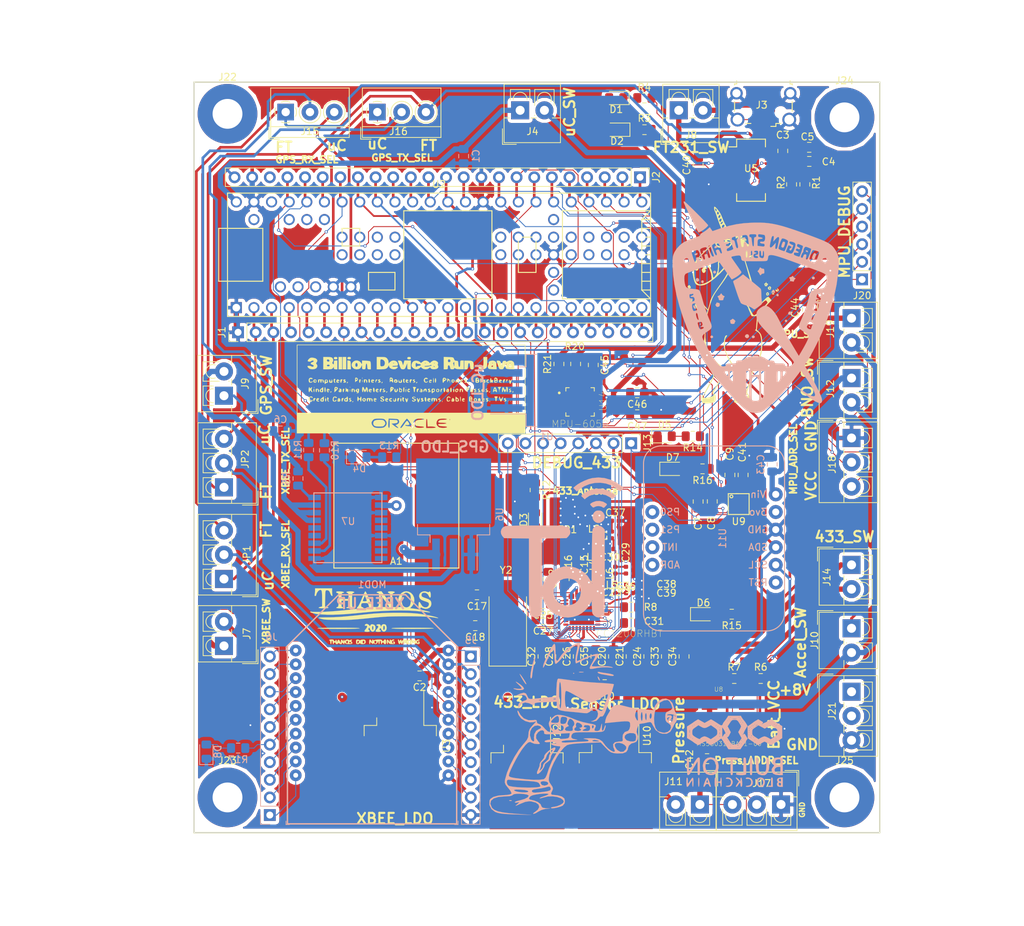
<source format=kicad_pcb>
(kicad_pcb (version 20171130) (host pcbnew 5.0.1)
  (title_block (title "ATU 2019") (date 2019-01-14) (rev 2019.01.14) (company "OSU USLI") (comment 1 "Thomas Snyder"))
  (layers (0 F.Cu jumper) (1 In1.Cu signal) (2 In2.Cu signal) (31 B.Cu signal) (34 B.Paste user) (35 F.Paste user) (36 B.SilkS user) (37 F.SilkS user) (38 B.Mask user) (39 F.Mask user) (44 Edge.Cuts user))
  (net 0 "")
  (net 1 "Net-(A1-Pad1)")
  (net 2 AGND)
  (net 3 XBEE_VCC)
  (net 4 FT231_3V3OUT)
  (net 5 "Net-(C4-Pad1)")
  (net 6 "Net-(C5-Pad1)")
  (net 7 "Net-(C6-Pad2)")
  (net 8 uC_accel_x)
  (net 9 uC_accel_y)
  (net 10 uC_accel_z)
  (net 11 FT231X_VCC)
  (net 12 433_VCC)
  (net 13 "/433 MHz Transmitter/LNA_P")
  (net 14 "Net-(C15-Pad2)")
  (net 15 "/433 MHz Transmitter/LNA_N")
  (net 16 "Net-(C17-Pad1)")
  (net 17 "Net-(C18-Pad1)")
  (net 18 "Net-(C19-Pad1)")
  (net 19 "Net-(C19-Pad2)")
  (net 20 "Net-(C22-Pad1)")
  (net 21 "Net-(C23-Pad2)")
  (net 22 "Net-(C23-Pad1)")
  (net 23 "Net-(C25-Pad1)")
  (net 24 "Net-(C27-Pad1)")
  (net 25 "Net-(C29-Pad1)")
  (net 26 "/433 MHz Transmitter/TRX_SW")
  (net 27 "Net-(C31-Pad1)")
  (net 28 "Net-(C36-Pad2)")
  (net 29 "Net-(C37-Pad1)")
  (net 30 ACCEL_VCC)
  (net 31 PRESSURE_VCC)
  (net 32 BNO_VCC)
  (net 33 MPU_VCC)
  (net 34 "Net-(C45-Pad2)")
  (net 35 "Net-(C46-Pad2)")
  (net 36 /Sensors/MPU_VIO)
  (net 37 "Net-(D1-Pad1)")
  (net 38 "Net-(D2-Pad1)")
  (net 39 "Net-(D3-Pad2)")
  (net 40 "Net-(D4-Pad2)")
  (net 41 "Net-(D5-Pad2)")
  (net 42 "Net-(D6-Pad2)")
  (net 43 "Net-(D7-Pad2)")
  (net 44 "Net-(D8-Pad2)")
  (net 45 uC_IMU_TX)
  (net 46 uC_IMU_RX)
  (net 47 uC_30_CAN0RX)
  (net 48 uC_29_CAN0TX)
  (net 49 uC_MOSI_433_trans)
  (net 50 uC_27_rx1-sck0)
  (net 51 uC_26_tx1)
  (net 52 uC_CS_433_trans)
  (net 53 uC_24_DIO)
  (net 54 uC_3V3_OUT)
  (net 55 uC_12_MISO0)
  (net 56 uC_11_MOSI0)
  (net 57 uC_gps_TX)
  (net 58 uC_gps_RX)
  (net 59 uC_TX3)
  (net 60 uC_RX3)
  (net 61 uC_6_pwm)
  (net 62 uC_5_pwm)
  (net 63 uC_4_pwm-SDA2)
  (net 64 uC_3_pwm-SCL2)
  (net 65 uC_2_pwm)
  (net 66 uC_xbee_TX)
  (net 67 uC_xbee_RX)
  (net 68 uC_33-A14-CAN1TX-SCL0-TX5)
  (net 69 uC_34-A15-CAN1RX-SDA0-RX5)
  (net 70 accel_self_test)
  (net 71 uC_433_reset)
  (net 72 uC_37-A18-SCL1)
  (net 73 uC_38-A19-SDA1)
  (net 74 uC_MISO_433_trans)
  (net 75 A21_DAC0)
  (net 76 A22_DAC1)
  (net 77 "uC_13-SCK0(LED)")
  (net 78 uC_SPI_SCK_433_trans)
  (net 79 uC_15-A1-CS0)
  (net 80 uC_16-A2-SCL0)
  (net 81 uC_17-A3-SDA0)
  (net 82 uC_SDA)
  (net 83 uC_SCL)
  (net 84 uC_21-A6-CS0-MOSI1-rx1)
  (net 85 uC_5Vin)
  (net 86 FT231X_VBUS)
  (net 87 "Net-(J3-Pad4)")
  (net 88 /xbee_breakout/XBEE_DOUT)
  (net 89 /xbee_breakout/XBEE_DIN)
  (net 90 /xbee_breakout/DO8)
  (net 91 /xbee_breakout/PWM1)
  (net 92 "Net-(J5-Pad8)")
  (net 93 /xbee_breakout/DTR_SLEEP)
  (net 94 /xbee_breakout/DIO0)
  (net 95 /xbee_breakout/DIO1)
  (net 96 /xbee_breakout/DIO2)
  (net 97 /xbee_breakout/DIO3)
  (net 98 /xbee_breakout/RTS_DIO6)
  (net 99 /xbee_breakout/ASSOC_DIO5)
  (net 100 /xbee_breakout/VREF)
  (net 101 /xbee_breakout/ON_SLEEP)
  (net 102 /xbee_breakout/CTS_DIO7)
  (net 103 /xbee_breakout/DIO4)
  (net 104 XBEE_3V3)
  (net 105 GPS_VCC)
  (net 106 "/433 MHz Transmitter/GPIO0")
  (net 107 "/433 MHz Transmitter/GPIO2")
  (net 108 "/433 MHz Transmitter/GPIO3")
  (net 109 433_VCC_IN)
  (net 110 FT_TX)
  (net 111 "Net-(J15-Pad2)")
  (net 112 "Net-(J16-Pad2)")
  (net 113 FT_RX)
  (net 114 "Net-(J17-Pad2)")
  (net 115 /Sensors/MPU_ADR_SEL)
  (net 116 /Sensors/MPU_XCL)
  (net 117 /Sensors/MPU_XDA)
  (net 118 FT231_D+)
  (net 119 FT231_D-)
  (net 120 "Net-(R3-Pad2)")
  (net 121 "Net-(R4-Pad2)")
  (net 122 "Net-(R5-Pad2)")
  (net 123 "Net-(R8-Pad1)")
  (net 124 "Net-(R10-Pad2)")
  (net 125 "Net-(R11-Pad1)")
  (net 126 "Net-(U2-Pad25)")
  (net 127 "Net-(U2-Pad26)")
  (net 128 "Net-(U2-Pad28)")
  (net 129 "Net-(U2-Pad51)")
  (net 130 "Net-(U2-Pad54)")
  (net 131 "Net-(U2-Pad55)")
  (net 132 "Net-(U2-Pad56)")
  (net 133 "Net-(U2-Pad57)")
  (net 134 "Net-(U2-Pad63)")
  (net 135 "Net-(U2-Pad64)")
  (net 136 "Net-(U2-Pad65)")
  (net 137 "Net-(U2-Pad66)")
  (net 138 "Net-(U2-Pad67)")
  (net 139 "Net-(U2-Pad68)")
  (net 140 "Net-(U2-Pad69)")
  (net 141 "Net-(U2-Pad70)")
  (net 142 "Net-(U2-Pad71)")
  (net 143 "Net-(U2-Pad72)")
  (net 144 "Net-(U2-Pad73)")
  (net 145 "Net-(U2-Pad75)")
  (net 146 "Net-(U2-Pad76)")
  (net 147 "Net-(U2-Pad77)")
  (net 148 "Net-(U2-Pad78)")
  (net 149 "Net-(U2-Pad79)")
  (net 150 "Net-(U2-Pad80)")
  (net 151 "Net-(U2-Pad81)")
  (net 152 "Net-(U2-Pad82)")
  (net 153 "Net-(U2-Pad83)")
  (net 154 "Net-(U2-Pad84)")
  (net 155 "Net-(U2-Pad85)")
  (net 156 "Net-(U2-Pad86)")
  (net 157 "Net-(U2-Pad58)")
  (net 158 "Net-(U2-Pad59)")
  (net 159 "Net-(U2-Pad60)")
  (net 160 "Net-(U5-Pad1)")
  (net 161 "Net-(U5-Pad2)")
  (net 162 "Net-(U5-Pad5)")
  (net 163 "Net-(U5-Pad7)")
  (net 164 "Net-(U5-Pad8)")
  (net 165 "Net-(U5-Pad9)")
  (net 166 "Net-(U5-Pad18)")
  (net 167 "Net-(U5-Pad19)")
  (net 168 "Net-(U7-Pad4)")
  (net 169 "Net-(U7-Pad5)")
  (net 170 "Net-(U7-Pad13)")
  (net 171 "Net-(U7-Pad14)")
  (net 172 "Net-(U7-Pad16)")
  (net 173 "Net-(U7-Pad17)")
  (net 174 "Net-(U7-Pad18)")
  (net 175 "Net-(U8-Pad8)")
  (net 176 "Net-(U13-Pad32)")
  (net 177 "Net-(U14-Pad12)")
  (net 178 "Net-(U14-Pad19)")
  (net 179 "Net-(U14-Pad21)")
  (net 180 "Net-(U14-Pad22)")
  (net 181 "Net-(U11-Pad6)")
  (net 182 "Net-(U11-Pad10)")
  (net 183 "Net-(U11-Pad4)")
  (net 184 "Net-(U11-Pad1)")
  (net 185 "Net-(U11-Pad2)")
  (net 186 "Net-(U11-Pad3)")
  (net 187 "Net-(MOD1-Pad8)")
  (net 188 "Net-(L8-Pad2)")
  (net 189 +8V)
  (net 190 "Net-(J21-Pad2)")
  (net 191 "Net-(J22-Pad1)")
  (net 192 "Net-(J23-Pad1)")
  (net 193 "Net-(J24-Pad1)")
  (net 194 "Net-(J25-Pad1)")
  (net 195 uC_PWR)
  (net 196 "Net-(U2-Pad29)")
  (net 197 uC_3V3_OUT_1)
  (net 198 Sensor_VCC)
  (module LOGO (layer B.Cu) (at 116.84 120.904 180)
    (fp_text reference G*** hide)
    (fp_text value LOGO hide)
  )
  (module LOGO (layer B.Cu) (at 141.732 150.368 180)
    (fp_text reference G*** hide)
    (fp_text value LOGO hide)
  )
  (module LOGO (layer F.Cu) (at 140.716 86.36)
    (fp_text reference G*** hide)
    (fp_text value LOGO hide)
  )
  (module LOGO (layer F.Cu) (at 94.996 98.044)
    (fp_text reference G*** hide)
    (fp_text value LOGO hide)
  )
  (module LOGO (layer F.Cu) (at 89.662 130.81)
    (fp_text reference G*** hide)
    (fp_text value LOGO hide)
  )
  (module LOGO (layer B.Cu) (at 119.888 147.066 180)
    (fp_text reference G*** hide)
    (fp_text value LOGO hide)
  )
  (module LOGO (layer B.Cu) (at 143.51 86.36 180)
    (fp_text reference G*** hide)
    (fp_text value LOGO hide)
  )
  (module digikey-footprints:XBEE_PRO-20_THT (layer B.Cu) (at 89.408 144.78 180)
    (fp_text reference MOD1 (at 0 18.49 180) (layer B.SilkS) (effects (justify mirror)))
    (fp_text value XBP9B-DMWT-002)
    (pad 20 thru_hole circle (at 11 9 180) (size 1.7 1.7) (drill 0.7) (layers *.Cu *.Mask) (net 94 /xbee_breakout/DIO0))
    (pad 19 thru_hole circle (at 11 7 180) (size 1.7 1.7) (drill 0.7) (layers *.Cu *.Mask) (net 95 /xbee_breakout/DIO1))
    (pad 18 thru_hole circle (at 11 5 180) (size 1.7 1.7) (drill 0.7) (layers *.Cu *.Mask) (net 96 /xbee_breakout/DIO2))
    (pad 17 thru_hole circle (at 11 3 180) (size 1.7 1.7) (drill 0.7) (layers *.Cu *.Mask) (net 97 /xbee_breakout/DIO3))
    (pad 16 thru_hole circle (at 11 1 180) (size 1.7 1.7) (drill 0.7) (layers *.Cu *.Mask) (net 98 /xbee_breakout/RTS_DIO6))
    (pad 15 thru_hole circle (at 11 -1 180) (size 1.7 1.7) (drill 0.7) (layers *.Cu *.Mask) (net 99 /xbee_breakout/ASSOC_DIO5))
    (pad 14 thru_hole circle (at 11 -3 180) (size 1.7 1.7) (drill 0.7) (layers *.Cu *.Mask) (net 100 /xbee_breakout/VREF))
    (pad 13 thru_hole circle (at 11 -5 180) (size 1.7 1.7) (drill 0.7) (layers *.Cu *.Mask) (net 101 /xbee_breakout/ON_SLEEP))
    (pad 12 thru_hole circle (at 11 -7 180) (size 1.7 1.7) (drill 0.7) (layers *.Cu *.Mask) (net 102 /xbee_breakout/CTS_DIO7))
    (pad 11 thru_hole circle (at 11 -9 180) (size 1.7 1.7) (drill 0.7) (layers *.Cu *.Mask) (net 103 /xbee_breakout/DIO4))
    (pad 10 thru_hole circle (at -11 -9 180) (size 1.7 1.7) (drill 0.7) (layers *.Cu *.Mask) (net 2 AGND))
    (pad 9 thru_hole circle (at -11 -7 180) (size 1.7 1.7) (drill 0.7) (layers *.Cu *.Mask) (net 93 /xbee_breakout/DTR_SLEEP))
    (pad 8 thru_hole circle (at -11 -5 180) (size 1.7 1.7) (drill 0.7) (layers *.Cu *.Mask) (net 187 "Net-(MOD1-Pad8)"))
    (pad 7 thru_hole circle (at -11 -3 180) (size 1.7 1.7) (drill 0.7) (layers *.Cu *.Mask) (net 91 /xbee_breakout/PWM1))
    (pad 6 thru_hole circle (at -11 -1 180) (size 1.7 1.7) (drill 0.7) (layers *.Cu *.Mask) (net 61 uC_6_pwm))
    (pad 5 thru_hole circle (at -11 1 180) (size 1.7 1.7) (drill 0.7) (layers *.Cu *.Mask) (net 62 uC_5_pwm))
    (pad 4 thru_hole circle (at -11 3 180) (size 1.7 1.7) (drill 0.7) (layers *.Cu *.Mask) (net 90 /xbee_breakout/DO8))
    (pad 3 thru_hole circle (at -11 5 180) (size 1.7 1.7) (drill 0.7) (layers *.Cu *.Mask) (net 89 /xbee_breakout/XBEE_DIN))
    (pad 2 thru_hole circle (at -11 7 180) (size 1.7 1.7) (drill 0.7) (layers *.Cu *.Mask) (net 88 /xbee_breakout/XBEE_DOUT))
    (pad 1 thru_hole circle (at -11 9 180) (size 1.7 1.7) (drill 0.7) (layers *.Cu *.Mask) (net 3 XBEE_VCC))
  )
  (module Connector_PinHeader_2.54mm:PinHeader_1x24_P2.54mm_Vertical (layer F.Cu) (at 128.016 67.564 270)
    (fp_text reference J2 (at 0 -2.33 270) (layer F.SilkS))
    (fp_text value Teensy_RHS)
    (pad 24 thru_hole oval (at 0 58.42 270) (size 1.7 1.7) (drill 1) (layers *.Cu *.Mask) (net 195 uC_PWR))
    (pad 23 thru_hole oval (at 0 55.88 270) (size 1.7 1.7) (drill 1) (layers *.Cu *.Mask) (net 2 AGND))
    (pad 22 thru_hole oval (at 0 53.34 270) (size 1.7 1.7) (drill 1) (layers *.Cu *.Mask) (net 54 uC_3V3_OUT))
    (pad 21 thru_hole oval (at 0 50.8 270) (size 1.7 1.7) (drill 1) (layers *.Cu *.Mask) (net 10 uC_accel_z))
    (pad 20 thru_hole oval (at 0 48.26 270) (size 1.7 1.7) (drill 1) (layers *.Cu *.Mask) (net 9 uC_accel_y))
    (pad 19 thru_hole oval (at 0 45.72 270) (size 1.7 1.7) (drill 1) (layers *.Cu *.Mask) (net 84 uC_21-A6-CS0-MOSI1-rx1))
    (pad 18 thru_hole oval (at 0 43.18 270) (size 1.7 1.7) (drill 1) (layers *.Cu *.Mask) (net 8 uC_accel_x))
    (pad 17 thru_hole oval (at 0 40.64 270) (size 1.7 1.7) (drill 1) (layers *.Cu *.Mask) (net 83 uC_SCL))
    (pad 16 thru_hole oval (at 0 38.1 270) (size 1.7 1.7) (drill 1) (layers *.Cu *.Mask) (net 82 uC_SDA))
    (pad 15 thru_hole oval (at 0 35.56 270) (size 1.7 1.7) (drill 1) (layers *.Cu *.Mask) (net 81 uC_17-A3-SDA0))
    (pad 14 thru_hole oval (at 0 33.02 270) (size 1.7 1.7) (drill 1) (layers *.Cu *.Mask) (net 80 uC_16-A2-SCL0))
    (pad 13 thru_hole oval (at 0 30.48 270) (size 1.7 1.7) (drill 1) (layers *.Cu *.Mask) (net 79 uC_15-A1-CS0))
    (pad 12 thru_hole oval (at 0 27.94 270) (size 1.7 1.7) (drill 1) (layers *.Cu *.Mask) (net 78 uC_SPI_SCK_433_trans))
    (pad 11 thru_hole oval (at 0 25.4 270) (size 1.7 1.7) (drill 1) (layers *.Cu *.Mask) (net 77 "uC_13-SCK0(LED)"))
    (pad 10 thru_hole oval (at 0 22.86 270) (size 1.7 1.7) (drill 1) (layers *.Cu *.Mask) (net 2 AGND))
    (pad 9 thru_hole oval (at 0 20.32 270) (size 1.7 1.7) (drill 1) (layers *.Cu *.Mask) (net 76 A22_DAC1))
    (pad 8 thru_hole oval (at 0 17.78 270) (size 1.7 1.7) (drill 1) (layers *.Cu *.Mask) (net 75 A21_DAC0))
    (pad 7 thru_hole oval (at 0 15.24 270) (size 1.7 1.7) (drill 1) (layers *.Cu *.Mask) (net 74 uC_MISO_433_trans))
    (pad 6 thru_hole oval (at 0 12.7 270) (size 1.7 1.7) (drill 1) (layers *.Cu *.Mask) (net 73 uC_38-A19-SDA1))
    (pad 5 thru_hole oval (at 0 10.16 270) (size 1.7 1.7) (drill 1) (layers *.Cu *.Mask) (net 72 uC_37-A18-SCL1))
    (pad 4 thru_hole oval (at 0 7.62 270) (size 1.7 1.7) (drill 1) (layers *.Cu *.Mask) (net 71 uC_433_reset))
    (pad 3 thru_hole oval (at 0 5.08 270) (size 1.7 1.7) (drill 1) (layers *.Cu *.Mask) (net 70 accel_self_test))
    (pad 2 thru_hole oval (at 0 2.54 270) (size 1.7 1.7) (drill 1) (layers *.Cu *.Mask) (net 69 uC_34-A15-CAN1RX-SDA0-RX5))
    (pad 1 thru_hole rect (at 0 0 270) (size 1.7 1.7) (drill 1) (layers *.Cu *.Mask) (net 68 uC_33-A14-CAN1TX-SCL0-TX5))
  )
  (module TerminalBlock_4Ucon:TerminalBlock_4Ucon_1x02_P3.50mm_Vertical (layer F.Cu) (at 136.652 157.988 180)
    (fp_text reference J11 (at 3.81 3.302 180) (layer F.SilkS))
    (fp_text value PRESSURE_SW)
    (pad 1 thru_hole rect (at 0 0 180) (size 2.6 2.6) (drill 1.3) (layers *.Cu *.Mask) (net 31 PRESSURE_VCC))
    (pad 2 thru_hole circle (at 3.5 0 180) (size 2.6 2.6) (drill 1.3) (layers *.Cu *.Mask) (net 198 Sensor_VCC))
  )
  (module Connector_PinHeader_2.54mm:PinHeader_1x10_P2.54mm_Vertical (layer B.Cu) (at 103.632 136.652 180)
    (fp_text reference J5 (at 0 2.33 180) (layer B.SilkS) (effects (justify mirror)))
    (fp_text value XBEE_LHS)
    (pad 10 thru_hole oval (at 0 -22.86 180) (size 1.7 1.7) (drill 1) (layers *.Cu *.Mask) (net 2 AGND))
    (pad 9 thru_hole oval (at 0 -20.32 180) (size 1.7 1.7) (drill 1) (layers *.Cu *.Mask) (net 93 /xbee_breakout/DTR_SLEEP))
    (pad 8 thru_hole oval (at 0 -17.78 180) (size 1.7 1.7) (drill 1) (layers *.Cu *.Mask) (net 92 "Net-(J5-Pad8)"))
    (pad 7 thru_hole oval (at 0 -15.24 180) (size 1.7 1.7) (drill 1) (layers *.Cu *.Mask) (net 91 /xbee_breakout/PWM1))
    (pad 6 thru_hole oval (at 0 -12.7 180) (size 1.7 1.7) (drill 1) (layers *.Cu *.Mask) (net 61 uC_6_pwm))
    (pad 5 thru_hole oval (at 0 -10.16 180) (size 1.7 1.7) (drill 1) (layers *.Cu *.Mask) (net 62 uC_5_pwm))
    (pad 4 thru_hole oval (at 0 -7.62 180) (size 1.7 1.7) (drill 1) (layers *.Cu *.Mask) (net 90 /xbee_breakout/DO8))
    (pad 3 thru_hole oval (at 0 -5.08 180) (size 1.7 1.7) (drill 1) (layers *.Cu *.Mask) (net 89 /xbee_breakout/XBEE_DIN))
    (pad 2 thru_hole oval (at 0 -2.54 180) (size 1.7 1.7) (drill 1) (layers *.Cu *.Mask) (net 88 /xbee_breakout/XBEE_DOUT))
    (pad 1 thru_hole rect (at 0 0 180) (size 1.7 1.7) (drill 1) (layers *.Cu *.Mask) (net 3 XBEE_VCC))
  )
  (module TerminalBlock_4Ucon:TerminalBlock_4Ucon_1x03_P3.50mm_Horizontal (layer F.Cu) (at 76.962 58.166)
    (fp_text reference J15 (at 3.5 2.794) (layer F.SilkS))
    (fp_text value GPS_RX_JUMPER)
    (pad 1 thru_hole rect (at 0 0) (size 2.4 2.4) (drill 1.2) (layers *.Cu *.Mask) (net 110 FT_TX))
    (pad 2 thru_hole circle (at 3.5 0) (size 2.4 2.4) (drill 1.2) (layers *.Cu *.Mask) (net 111 "Net-(J15-Pad2)"))
    (pad 3 thru_hole circle (at 7 0) (size 2.4 2.4) (drill 1.2) (layers *.Cu *.Mask) (net 57 uC_gps_TX))
  )
  (module Package_TO_SOT_SMD:TO-263-3_TabPin2 (layer F.Cu) (at 124.46 153.458 270)
    (fp_text reference U10 (at -5.376 -4.572 270) (layer F.SilkS))
    (fp_text value Sensor_3V3_Supply)
    (pad 2 smd rect (at 3.375 0 270) (size 9.4 10.8) (layers F.Cu F.Mask) (net 198 Sensor_VCC))
    (pad 3 smd rect (at -5.775 2.54 270) (size 4.6 1.1) (layers F.Cu F.Paste F.Mask) (net 189 +8V))
    (pad 2 smd rect (at -5.775 0 270) (size 4.6 1.1) (layers F.Cu F.Paste F.Mask) (net 198 Sensor_VCC))
    (pad 1 smd rect (at -5.775 -2.54 270) (size 4.6 1.1) (layers F.Cu F.Paste F.Mask) (net 2 AGND))
  )
  (module Capacitor_SMD:C_0805_2012Metric_Pad1.15x1.40mm_HandSolder (layer F.Cu) (at 127.617792 101.80689 180)
    (fp_text reference C47 (at 0 -1.65 180) (layer F.SilkS))
    (fp_text value 0.1uF)
    (pad 2 smd roundrect (at 1.025 0 180) (size 1.15 1.4) (layers F.Cu F.Paste F.Mask) (roundrect_rratio 0.217391) (net 36 /Sensors/MPU_VIO))
    (pad 1 smd roundrect (at -1.025 0 180) (size 1.15 1.4) (layers F.Cu F.Paste F.Mask) (roundrect_rratio 0.217391) (net 2 AGND))
  )
  (module RF_Antenna:Patch_Antenna_18mmx18mm (layer F.Cu) (at 92.907574 114.901566)
    (fp_text reference A1 (at 0 8) (layer F.SilkS))
    (fp_text value ANTENNA)
    (pad 1 thru_hole circle (at 0 0) (size 1.524 1.524) (drill 0.762) (layers *.Cu *.Mask) (net 1 "Net-(A1-Pad1)"))
  )
  (module Capacitor_SMD:C_0805_2012Metric_Pad1.15x1.40mm_HandSolder (layer B.Cu) (at 102.607 64.516 270)
    (fp_text reference C1 (at 0 -1.778 270) (layer B.SilkS) (effects (justify mirror)))
    (fp_text value 4700pF)
    (pad 2 smd roundrect (at 1.025 0 270) (size 1.15 1.4) (layers B.Cu B.Paste B.Mask) (roundrect_rratio 0.217391) (net 2 AGND))
    (pad 1 smd roundrect (at -1.025 0 270) (size 1.15 1.4) (layers B.Cu B.Paste B.Mask) (roundrect_rratio 0.217391) (net 195 uC_PWR))
  )
  (module Capacitor_SMD:C_0805_2012Metric_Pad1.15x1.40mm_HandSolder (layer F.Cu) (at 96.257 139.446 180)
    (fp_text reference C2 (at 0 -1.65 180) (layer F.SilkS))
    (fp_text value 4700pF)
    (pad 2 smd roundrect (at 1.025 0 180) (size 1.15 1.4) (layers F.Cu F.Paste F.Mask) (roundrect_rratio 0.217391) (net 3 XBEE_VCC))
    (pad 1 smd roundrect (at -1.025 0 180) (size 1.15 1.4) (layers F.Cu F.Paste F.Mask) (roundrect_rratio 0.217391) (net 2 AGND))
  )
  (module Capacitor_SMD:C_0805_2012Metric_Pad1.15x1.40mm_HandSolder (layer F.Cu) (at 148.59 63.763 90)
    (fp_text reference C3 (at 2.295 0 180) (layer F.SilkS))
    (fp_text value 0.1uF)
    (pad 2 smd roundrect (at 1.025 0 90) (size 1.15 1.4) (layers F.Cu F.Paste F.Mask) (roundrect_rratio 0.217391) (net 2 AGND))
    (pad 1 smd roundrect (at -1.025 0 90) (size 1.15 1.4) (layers F.Cu F.Paste F.Mask) (roundrect_rratio 0.217391) (net 4 FT231_3V3OUT))
  )
  (module Capacitor_SMD:C_0805_2012Metric_Pad1.15x1.40mm_HandSolder (layer F.Cu) (at 152.409 65.278)
    (fp_text reference C4 (at 2.785 0.042766) (layer F.SilkS))
    (fp_text value 47pF)
    (pad 2 smd roundrect (at 1.025 0) (size 1.15 1.4) (layers F.Cu F.Paste F.Mask) (roundrect_rratio 0.217391) (net 2 AGND))
    (pad 1 smd roundrect (at -1.025 0) (size 1.15 1.4) (layers F.Cu F.Paste F.Mask) (roundrect_rratio 0.217391) (net 5 "Net-(C4-Pad1)"))
  )
  (module Capacitor_SMD:C_0805_2012Metric_Pad1.15x1.40mm_HandSolder (layer F.Cu) (at 152.4 63.246)
    (fp_text reference C5 (at -0.254 -1.524) (layer F.SilkS))
    (fp_text value 47pF)
    (pad 2 smd roundrect (at 1.025 0) (size 1.15 1.4) (layers F.Cu F.Paste F.Mask) (roundrect_rratio 0.217391) (net 2 AGND))
    (pad 1 smd roundrect (at -1.025 0) (size 1.15 1.4) (layers F.Cu F.Paste F.Mask) (roundrect_rratio 0.217391) (net 6 "Net-(C5-Pad1)"))
  )
  (module Capacitor_SMD:C_0805_2012Metric_Pad1.15x1.40mm_HandSolder (layer B.Cu) (at 76.209 104.14 180)
    (fp_text reference C6 (at 0 1.65 180) (layer B.SilkS) (effects (justify mirror)))
    (fp_text value 4700pF)
    (pad 2 smd roundrect (at 1.025 0 180) (size 1.15 1.4) (layers B.Cu B.Paste B.Mask) (roundrect_rratio 0.217391) (net 7 "Net-(C6-Pad2)"))
    (pad 1 smd roundrect (at -1.025 0 180) (size 1.15 1.4) (layers B.Cu B.Paste B.Mask) (roundrect_rratio 0.217391) (net 2 AGND))
  )
  (module Capacitor_SMD:C_0805_2012Metric_Pad1.15x1.40mm_HandSolder (layer F.Cu) (at 136.398 114.309 90)
    (fp_text reference C7 (at -3.166 0 90) (layer F.SilkS))
    (fp_text value 0.1uF)
    (pad 2 smd roundrect (at 1.025 0 90) (size 1.15 1.4) (layers F.Cu F.Paste F.Mask) (roundrect_rratio 0.217391) (net 2 AGND))
    (pad 1 smd roundrect (at -1.025 0 90) (size 1.15 1.4) (layers F.Cu F.Paste F.Mask) (roundrect_rratio 0.217391) (net 8 uC_accel_x))
  )
  (module Capacitor_SMD:C_0805_2012Metric_Pad1.15x1.40mm_HandSolder (layer F.Cu) (at 138.43 114.291 90)
    (fp_text reference C8 (at -3.166 -0.127 90) (layer F.SilkS))
    (fp_text value 0.1uF)
    (pad 2 smd roundrect (at 1.025 0 90) (size 1.15 1.4) (layers F.Cu F.Paste F.Mask) (roundrect_rratio 0.217391) (net 2 AGND))
    (pad 1 smd roundrect (at -1.025 0 90) (size 1.15 1.4) (layers F.Cu F.Paste F.Mask) (roundrect_rratio 0.217391) (net 9 uC_accel_y))
  )
  (module Capacitor_SMD:C_0805_2012Metric_Pad1.15x1.40mm_HandSolder (layer F.Cu) (at 140.97 110.481 90)
    (fp_text reference C9 (at 3.039 0 90) (layer F.SilkS))
    (fp_text value 0.1uF)
    (pad 2 smd roundrect (at 1.025 0 90) (size 1.15 1.4) (layers F.Cu F.Paste F.Mask) (roundrect_rratio 0.217391) (net 2 AGND))
    (pad 1 smd roundrect (at -1.025 0 90) (size 1.15 1.4) (layers F.Cu F.Paste F.Mask) (roundrect_rratio 0.217391) (net 10 uC_accel_z))
  )
  (module Capacitor_SMD:C_0805_2012Metric_Pad1.15x1.40mm_HandSolder (layer F.Cu) (at 122.927 140.716 180)
    (fp_text reference C10 (at 0 -1.65 180) (layer F.SilkS))
    (fp_text value 4700pF)
    (pad 2 smd roundrect (at 1.025 0 180) (size 1.15 1.4) (layers F.Cu F.Paste F.Mask) (roundrect_rratio 0.217391) (net 2 AGND))
    (pad 1 smd roundrect (at -1.025 0 180) (size 1.15 1.4) (layers F.Cu F.Paste F.Mask) (roundrect_rratio 0.217391) (net 198 Sensor_VCC))
  )
  (module Capacitor_SMD:C_0805_2012Metric_Pad1.15x1.40mm_HandSolder (layer F.Cu) (at 104.521 127.762 180)
    (fp_text reference C17 (at 0 -1.65 180) (layer F.SilkS))
    (fp_text value 15pF)
    (pad 2 smd roundrect (at 1.025 0 180) (size 1.15 1.4) (layers F.Cu F.Paste F.Mask) (roundrect_rratio 0.217391) (net 2 AGND))
    (pad 1 smd roundrect (at -1.025 0 180) (size 1.15 1.4) (layers F.Cu F.Paste F.Mask) (roundrect_rratio 0.217391) (net 16 "Net-(C17-Pad1)"))
  )
  (module Capacitor_SMD:C_0805_2012Metric_Pad1.15x1.40mm_HandSolder (layer F.Cu) (at 104.276 132.207 180)
    (fp_text reference C18 (at 0 -1.65 180) (layer F.SilkS))
    (fp_text value 15pF)
    (pad 2 smd roundrect (at 1.025 0 180) (size 1.15 1.4) (layers F.Cu F.Paste F.Mask) (roundrect_rratio 0.217391) (net 2 AGND))
    (pad 1 smd roundrect (at -1.025 0 180) (size 1.15 1.4) (layers F.Cu F.Paste F.Mask) (roundrect_rratio 0.217391) (net 17 "Net-(C18-Pad1)"))
  )
  (module Capacitor_SMD:C_0805_2012Metric_Pad1.15x1.40mm_HandSolder (layer F.Cu) (at 114.808 125.476 90)
    (fp_text reference C19 (at 0 -1.65 90) (layer F.SilkS))
    (fp_text value 1.5nF)
    (pad 2 smd roundrect (at 1.025 0 90) (size 1.15 1.4) (layers F.Cu F.Paste F.Mask) (roundrect_rratio 0.217391) (net 19 "Net-(C19-Pad2)"))
    (pad 1 smd roundrect (at -1.025 0 90) (size 1.15 1.4) (layers F.Cu F.Paste F.Mask) (roundrect_rratio 0.217391) (net 18 "Net-(C19-Pad1)"))
  )
  (module Capacitor_SMD:C_0805_2012Metric_Pad1.15x1.40mm_HandSolder (layer F.Cu) (at 124.206 136.643 90)
    (fp_text reference C20 (at 0 -1.65 90) (layer F.SilkS))
    (fp_text value 47nF)
    (pad 2 smd roundrect (at 1.025 0 90) (size 1.15 1.4) (layers F.Cu F.Paste F.Mask) (roundrect_rratio 0.217391) (net 2 AGND))
    (pad 1 smd roundrect (at -1.025 0 90) (size 1.15 1.4) (layers F.Cu F.Paste F.Mask) (roundrect_rratio 0.217391) (net 12 433_VCC))
  )
  (module Capacitor_SMD:C_0805_2012Metric_Pad1.15x1.40mm_HandSolder (layer F.Cu) (at 126.746 136.643 90)
    (fp_text reference C21 (at 0 -1.65 90) (layer F.SilkS))
    (fp_text value 47nF)
    (pad 2 smd roundrect (at 1.025 0 90) (size 1.15 1.4) (layers F.Cu F.Paste F.Mask) (roundrect_rratio 0.217391) (net 2 AGND))
    (pad 1 smd roundrect (at -1.025 0 90) (size 1.15 1.4) (layers F.Cu F.Paste F.Mask) (roundrect_rratio 0.217391) (net 12 433_VCC))
  )
  (module Capacitor_SMD:C_0805_2012Metric_Pad1.15x1.40mm_HandSolder (layer F.Cu) (at 117.094 125.467 90)
    (fp_text reference C22 (at 0 -1.65 90) (layer F.SilkS))
    (fp_text value 47nF)
    (pad 2 smd roundrect (at 1.025 0 90) (size 1.15 1.4) (layers F.Cu F.Paste F.Mask) (roundrect_rratio 0.217391) (net 2 AGND))
    (pad 1 smd roundrect (at -1.025 0 90) (size 1.15 1.4) (layers F.Cu F.Paste F.Mask) (roundrect_rratio 0.217391) (net 20 "Net-(C22-Pad1)"))
  )
  (module Capacitor_SMD:C_0805_2012Metric_Pad1.15x1.40mm_HandSolder (layer F.Cu) (at 129.286 136.643 90)
    (fp_text reference C24 (at 0 -1.65 90) (layer F.SilkS))
    (fp_text value 47nF)
    (pad 2 smd roundrect (at 1.025 0 90) (size 1.15 1.4) (layers F.Cu F.Paste F.Mask) (roundrect_rratio 0.217391) (net 2 AGND))
    (pad 1 smd roundrect (at -1.025 0 90) (size 1.15 1.4) (layers F.Cu F.Paste F.Mask) (roundrect_rratio 0.217391) (net 12 433_VCC))
  )
  (module Capacitor_SMD:C_0805_2012Metric_Pad1.15x1.40mm_HandSolder (layer F.Cu) (at 114.037 129.032 180)
    (fp_text reference C25 (at 0 -1.65 180) (layer F.SilkS))
    (fp_text value 47nF)
    (pad 2 smd roundrect (at 1.025 0 180) (size 1.15 1.4) (layers F.Cu F.Paste F.Mask) (roundrect_rratio 0.217391) (net 2 AGND))
    (pad 1 smd roundrect (at -1.025 0 180) (size 1.15 1.4) (layers F.Cu F.Paste F.Mask) (roundrect_rratio 0.217391) (net 23 "Net-(C25-Pad1)"))
  )
  (module Capacitor_SMD:C_0805_2012Metric_Pad1.15x1.40mm_HandSolder (layer F.Cu) (at 119.126 136.643 90)
    (fp_text reference C26 (at 0 -1.65 90) (layer F.SilkS))
    (fp_text value 47nF)
    (pad 2 smd roundrect (at 1.025 0 90) (size 1.15 1.4) (layers F.Cu F.Paste F.Mask) (roundrect_rratio 0.217391) (net 2 AGND))
    (pad 1 smd roundrect (at -1.025 0 90) (size 1.15 1.4) (layers F.Cu F.Paste F.Mask) (roundrect_rratio 0.217391) (net 12 433_VCC))
  )
  (module Capacitor_SMD:C_0805_2012Metric_Pad1.15x1.40mm_HandSolder (layer F.Cu) (at 114.046 131.318 180)
    (fp_text reference C27 (at 0 -1.65 180) (layer F.SilkS))
    (fp_text value 10nF)
    (pad 2 smd roundrect (at 1.025 0 180) (size 1.15 1.4) (layers F.Cu F.Paste F.Mask) (roundrect_rratio 0.217391) (net 2 AGND))
    (pad 1 smd roundrect (at -1.025 0 180) (size 1.15 1.4) (layers F.Cu F.Paste F.Mask) (roundrect_rratio 0.217391) (net 24 "Net-(C27-Pad1)"))
  )
  (module Capacitor_SMD:C_0805_2012Metric_Pad1.15x1.40mm_HandSolder (layer F.Cu) (at 116.586 136.643 90)
    (fp_text reference C28 (at 0 -1.65 90) (layer F.SilkS))
    (fp_text value 47nF)
    (pad 2 smd roundrect (at 1.025 0 90) (size 1.15 1.4) (layers F.Cu F.Paste F.Mask) (roundrect_rratio 0.217391) (net 2 AGND))
    (pad 1 smd roundrect (at -1.025 0 90) (size 1.15 1.4) (layers F.Cu F.Paste F.Mask) (roundrect_rratio 0.217391) (net 12 433_VCC))
  )
  (module Capacitor_SMD:C_0805_2012Metric_Pad1.15x1.40mm_HandSolder (layer F.Cu) (at 126.737 131.826)
    (fp_text reference C31 (at 3.311 -0.254) (layer F.SilkS))
    (fp_text value 220nF)
    (pad 2 smd roundrect (at 1.025 0) (size 1.15 1.4) (layers F.Cu F.Paste F.Mask) (roundrect_rratio 0.217391) (net 2 AGND))
    (pad 1 smd roundrect (at -1.025 0) (size 1.15 1.4) (layers F.Cu F.Paste F.Mask) (roundrect_rratio 0.217391) (net 27 "Net-(C31-Pad1)"))
  )
  (module Capacitor_SMD:C_0805_2012Metric_Pad1.15x1.40mm_HandSolder (layer F.Cu) (at 114.046 136.643 90)
    (fp_text reference C32 (at 0 -1.65 90) (layer F.SilkS))
    (fp_text value 47nF)
    (pad 2 smd roundrect (at 1.025 0 90) (size 1.15 1.4) (layers F.Cu F.Paste F.Mask) (roundrect_rratio 0.217391) (net 2 AGND))
    (pad 1 smd roundrect (at -1.025 0 90) (size 1.15 1.4) (layers F.Cu F.Paste F.Mask) (roundrect_rratio 0.217391) (net 12 433_VCC))
  )
  (module Capacitor_SMD:C_0805_2012Metric_Pad1.15x1.40mm_HandSolder (layer F.Cu) (at 131.826 136.643 90)
    (fp_text reference C33 (at 0 -1.65 90) (layer F.SilkS))
    (fp_text value 47nF)
    (pad 2 smd roundrect (at 1.025 0 90) (size 1.15 1.4) (layers F.Cu F.Paste F.Mask) (roundrect_rratio 0.217391) (net 2 AGND))
    (pad 1 smd roundrect (at -1.025 0 90) (size 1.15 1.4) (layers F.Cu F.Paste F.Mask) (roundrect_rratio 0.217391) (net 12 433_VCC))
  )
  (module Capacitor_SMD:C_0805_2012Metric_Pad1.15x1.40mm_HandSolder (layer F.Cu) (at 134.366 136.643 90)
    (fp_text reference C34 (at 0 -1.65 90) (layer F.SilkS))
    (fp_text value 47nF)
    (pad 2 smd roundrect (at 1.025 0 90) (size 1.15 1.4) (layers F.Cu F.Paste F.Mask) (roundrect_rratio 0.217391) (net 2 AGND))
    (pad 1 smd roundrect (at -1.025 0 90) (size 1.15 1.4) (layers F.Cu F.Paste F.Mask) (roundrect_rratio 0.217391) (net 12 433_VCC))
  )
  (module Capacitor_SMD:C_0805_2012Metric_Pad1.15x1.40mm_HandSolder (layer F.Cu) (at 121.666 136.643 90)
    (fp_text reference C35 (at 0 -1.65 90) (layer F.SilkS))
    (fp_text value 47nF)
    (pad 2 smd roundrect (at 1.025 0 90) (size 1.15 1.4) (layers F.Cu F.Paste F.Mask) (roundrect_rratio 0.217391) (net 2 AGND))
    (pad 1 smd roundrect (at -1.025 0 90) (size 1.15 1.4) (layers F.Cu F.Paste F.Mask) (roundrect_rratio 0.217391) (net 12 433_VCC))
  )
  (module Capacitor_SMD:C_0805_2012Metric_Pad1.15x1.40mm_HandSolder (layer F.Cu) (at 136.398 65.795 90)
    (fp_text reference C40 (at 0 -1.65 90) (layer F.SilkS))
    (fp_text value 4700pF)
    (pad 2 smd roundrect (at 1.025 0 90) (size 1.15 1.4) (layers F.Cu F.Paste F.Mask) (roundrect_rratio 0.217391) (net 11 FT231X_VCC))
    (pad 1 smd roundrect (at -1.025 0 90) (size 1.15 1.4) (layers F.Cu F.Paste F.Mask) (roundrect_rratio 0.217391) (net 2 AGND))
  )
  (module Capacitor_SMD:C_0805_2012Metric_Pad1.15x1.40mm_HandSolder (layer F.Cu) (at 142.875 110.481 270)
    (fp_text reference C41 (at -3.293 0.127 270) (layer F.SilkS))
    (fp_text value 4700pF)
    (pad 2 smd roundrect (at 1.025 0 270) (size 1.15 1.4) (layers F.Cu F.Paste F.Mask) (roundrect_rratio 0.217391) (net 30 ACCEL_VCC))
    (pad 1 smd roundrect (at -1.025 0 270) (size 1.15 1.4) (layers F.Cu F.Paste F.Mask) (roundrect_rratio 0.217391) (net 2 AGND))
  )
  (module Capacitor_SMD:C_0805_2012Metric_Pad1.15x1.40mm_HandSolder (layer F.Cu) (at 137.677 151.384 180)
    (fp_text reference C42 (at 2.531 -0.127 270) (layer F.SilkS))
    (fp_text value 4700pF)
    (pad 2 smd roundrect (at 1.025 0 180) (size 1.15 1.4) (layers F.Cu F.Paste F.Mask) (roundrect_rratio 0.217391) (net 31 PRESSURE_VCC))
    (pad 1 smd roundrect (at -1.025 0 180) (size 1.15 1.4) (layers F.Cu F.Paste F.Mask) (roundrect_rratio 0.217391) (net 2 AGND))
  )
  (module Capacitor_SMD:C_0805_2012Metric_Pad1.15x1.40mm_HandSolder (layer B.Cu) (at 147.066 108.957 270)
    (fp_text reference C43 (at 0 1.65 270) (layer B.SilkS) (effects (justify mirror)))
    (fp_text value 4700pF)
    (pad 2 smd roundrect (at 1.025 0 270) (size 1.15 1.4) (layers B.Cu B.Paste B.Mask) (roundrect_rratio 0.217391) (net 32 BNO_VCC))
    (pad 1 smd roundrect (at -1.025 0 270) (size 1.15 1.4) (layers B.Cu B.Paste B.Mask) (roundrect_rratio 0.217391) (net 2 AGND))
  )
  (module Capacitor_SMD:C_0805_2012Metric_Pad1.15x1.40mm_HandSolder (layer F.Cu) (at 152.146 86.623 270)
    (fp_text reference C44 (at -0.263 1.778 270) (layer F.SilkS))
    (fp_text value 4700pF)
    (pad 2 smd roundrect (at 1.025 0 270) (size 1.15 1.4) (layers F.Cu F.Paste F.Mask) (roundrect_rratio 0.217391) (net 33 MPU_VCC))
    (pad 1 smd roundrect (at -1.025 0 270) (size 1.15 1.4) (layers F.Cu F.Paste F.Mask) (roundrect_rratio 0.217391) (net 2 AGND))
  )
  (module Capacitor_SMD:C_0805_2012Metric_Pad1.15x1.40mm_HandSolder (layer F.Cu) (at 121.285 94.624 270)
    (fp_text reference C45 (at 0 -1.65 270) (layer F.SilkS))
    (fp_text value 2.2nF)
    (pad 2 smd roundrect (at 1.025 0 270) (size 1.15 1.4) (layers F.Cu F.Paste F.Mask) (roundrect_rratio 0.217391) (net 34 "Net-(C45-Pad2)"))
    (pad 1 smd roundrect (at -1.025 0 270) (size 1.15 1.4) (layers F.Cu F.Paste F.Mask) (roundrect_rratio 0.217391) (net 2 AGND))
  )
  (module Capacitor_SMD:C_0805_2012Metric_Pad1.15x1.40mm_HandSolder (layer F.Cu) (at 127.617792 98.63189 180)
    (fp_text reference C46 (at 0 -1.65 180) (layer F.SilkS))
    (fp_text value 0.1uF)
    (pad 2 smd roundrect (at 1.025 0 180) (size 1.15 1.4) (layers F.Cu F.Paste F.Mask) (roundrect_rratio 0.217391) (net 35 "Net-(C46-Pad2)"))
    (pad 1 smd roundrect (at -1.025 0 180) (size 1.15 1.4) (layers F.Cu F.Paste F.Mask) (roundrect_rratio 0.217391) (net 2 AGND))
  )
  (module LED_SMD:LED_0805_2012Metric_Pad1.15x1.40mm_HandSolder (layer F.Cu) (at 124.596 56.134 180)
    (fp_text reference D1 (at 0 -1.65 180) (layer F.SilkS))
    (fp_text value Yellow)
    (pad 2 smd roundrect (at 1.025 0 180) (size 1.15 1.4) (layers F.Cu F.Paste F.Mask) (roundrect_rratio 0.217391) (net 4 FT231_3V3OUT))
    (pad 1 smd roundrect (at -1.025 0 180) (size 1.15 1.4) (layers F.Cu F.Paste F.Mask) (roundrect_rratio 0.217391) (net 37 "Net-(D1-Pad1)"))
  )
  (module LED_SMD:LED_0805_2012Metric_Pad1.15x1.40mm_HandSolder (layer F.Cu) (at 124.705 60.706 180)
    (fp_text reference D2 (at 0 -1.65 180) (layer F.SilkS))
    (fp_text value Red)
    (pad 2 smd roundrect (at 1.025 0 180) (size 1.15 1.4) (layers F.Cu F.Paste F.Mask) (roundrect_rratio 0.217391) (net 4 FT231_3V3OUT))
    (pad 1 smd roundrect (at -1.025 0 180) (size 1.15 1.4) (layers F.Cu F.Paste F.Mask) (roundrect_rratio 0.217391) (net 38 "Net-(D2-Pad1)"))
  )
  (module LED_SMD:LED_0805_2012Metric_Pad1.15x1.40mm_HandSolder (layer F.Cu) (at 112.903 116.958 90)
    (fp_text reference D3 (at 0 -1.65 90) (layer F.SilkS))
    (fp_text value 433_Heartbeat)
    (pad 2 smd roundrect (at 1.025 0 90) (size 1.15 1.4) (layers F.Cu F.Paste F.Mask) (roundrect_rratio 0.217391) (net 39 "Net-(D3-Pad2)"))
    (pad 1 smd roundrect (at -1.025 0 90) (size 1.15 1.4) (layers F.Cu F.Paste F.Mask) (roundrect_rratio 0.217391) (net 2 AGND))
  )
  (module LED_SMD:LED_0805_2012Metric_Pad1.15x1.40mm_HandSolder (layer B.Cu) (at 87.582574 107.916566)
    (fp_text reference D4 (at 0 1.65) (layer B.SilkS) (effects (justify mirror)))
    (fp_text value GPS_Heartbeat)
    (pad 2 smd roundrect (at 1.025 0) (size 1.15 1.4) (layers B.Cu B.Paste B.Mask) (roundrect_rratio 0.217391) (net 40 "Net-(D4-Pad2)"))
    (pad 1 smd roundrect (at -1.025 0) (size 1.15 1.4) (layers B.Cu B.Paste B.Mask) (roundrect_rratio 0.217391) (net 2 AGND))
  )
  (module LED_SMD:LED_0805_2012Metric_Pad1.15x1.40mm_HandSolder (layer F.Cu) (at 131.563 104.902)
    (fp_text reference D5 (at 0 -1.65) (layer F.SilkS))
    (fp_text value IMU_heartbeat)
    (pad 2 smd roundrect (at 1.025 0) (size 1.15 1.4) (layers F.Cu F.Paste F.Mask) (roundrect_rratio 0.217391) (net 41 "Net-(D5-Pad2)"))
    (pad 1 smd roundrect (at -1.025 0) (size 1.15 1.4) (layers F.Cu F.Paste F.Mask) (roundrect_rratio 0.217391) (net 2 AGND))
  )
  (module LED_SMD:LED_0805_2012Metric_Pad1.15x1.40mm_HandSolder (layer F.Cu) (at 137.151 130.556)
    (fp_text reference D6 (at 0 -1.65) (layer F.SilkS))
    (fp_text value MS0_heartbeat)
    (pad 2 smd roundrect (at 1.025 0) (size 1.15 1.4) (layers F.Cu F.Paste F.Mask) (roundrect_rratio 0.217391) (net 42 "Net-(D6-Pad2)"))
    (pad 1 smd roundrect (at -1.025 0) (size 1.15 1.4) (layers F.Cu F.Paste F.Mask) (roundrect_rratio 0.217391) (net 2 AGND))
  )
  (module LED_SMD:LED_0805_2012Metric_Pad1.15x1.40mm_HandSolder (layer F.Cu) (at 132.724 109.601)
    (fp_text reference D7 (at 0 -1.65) (layer F.SilkS))
    (fp_text value ACCEL_heartbeat)
    (pad 2 smd roundrect (at 1.025 0) (size 1.15 1.4) (layers F.Cu F.Paste F.Mask) (roundrect_rratio 0.217391) (net 43 "Net-(D7-Pad2)"))
    (pad 1 smd roundrect (at -1.025 0) (size 1.15 1.4) (layers F.Cu F.Paste F.Mask) (roundrect_rratio 0.217391) (net 2 AGND))
  )
  (module LED_SMD:LED_0805_2012Metric_Pad1.15x1.40mm_HandSolder (layer B.Cu) (at 65.532 150.368 90)
    (fp_text reference D8 (at 0 1.65 90) (layer B.SilkS) (effects (justify mirror)))
    (fp_text value XBEE_HEARTBEAT)
    (pad 2 smd roundrect (at 1.025 0 90) (size 1.15 1.4) (layers B.Cu B.Paste B.Mask) (roundrect_rratio 0.217391) (net 44 "Net-(D8-Pad2)"))
    (pad 1 smd roundrect (at -1.025 0 90) (size 1.15 1.4) (layers B.Cu B.Paste B.Mask) (roundrect_rratio 0.217391) (net 2 AGND))
  )
  (module Connector_PinHeader_2.54mm:PinHeader_1x24_P2.54mm_Vertical (layer F.Cu) (at 70.104 89.916 90)
    (fp_text reference J1 (at 0 -2.33 90) (layer F.SilkS))
    (fp_text value Teensy_LHS)
    (pad 24 thru_hole oval (at 0 58.42 90) (size 1.7 1.7) (drill 1) (layers *.Cu *.Mask) (net 45 uC_IMU_TX))
    (pad 23 thru_hole oval (at 0 55.88 90) (size 1.7 1.7) (drill 1) (layers *.Cu *.Mask) (net 46 uC_IMU_RX))
    (pad 22 thru_hole oval (at 0 53.34 90) (size 1.7 1.7) (drill 1) (layers *.Cu *.Mask) (net 47 uC_30_CAN0RX))
    (pad 21 thru_hole oval (at 0 50.8 90) (size 1.7 1.7) (drill 1) (layers *.Cu *.Mask) (net 48 uC_29_CAN0TX))
    (pad 20 thru_hole oval (at 0 48.26 90) (size 1.7 1.7) (drill 1) (layers *.Cu *.Mask) (net 49 uC_MOSI_433_trans))
    (pad 19 thru_hole oval (at 0 45.72 90) (size 1.7 1.7) (drill 1) (layers *.Cu *.Mask) (net 50 uC_27_rx1-sck0))
    (pad 18 thru_hole oval (at 0 43.18 90) (size 1.7 1.7) (drill 1) (layers *.Cu *.Mask) (net 51 uC_26_tx1))
    (pad 17 thru_hole oval (at 0 40.64 90) (size 1.7 1.7) (drill 1) (layers *.Cu *.Mask) (net 52 uC_CS_433_trans))
    (pad 16 thru_hole oval (at 0 38.1 90) (size 1.7 1.7) (drill 1) (layers *.Cu *.Mask) (net 53 uC_24_DIO))
    (pad 15 thru_hole oval (at 0 35.56 90) (size 1.7 1.7) (drill 1) (layers *.Cu *.Mask) (net 197 uC_3V3_OUT_1))
    (pad 14 thru_hole oval (at 0 33.02 90) (size 1.7 1.7) (drill 1) (layers *.Cu *.Mask) (net 55 uC_12_MISO0))
    (pad 13 thru_hole oval (at 0 30.48 90) (size 1.7 1.7) (drill 1) (layers *.Cu *.Mask) (net 56 uC_11_MOSI0))
    (pad 12 thru_hole oval (at 0 27.94 90) (size 1.7 1.7) (drill 1) (layers *.Cu *.Mask) (net 57 uC_gps_TX))
    (pad 11 thru_hole oval (at 0 25.4 90) (size 1.7 1.7) (drill 1) (layers *.Cu *.Mask) (net 58 uC_gps_RX))
    (pad 10 thru_hole oval (at 0 22.86 90) (size 1.7 1.7) (drill 1) (layers *.Cu *.Mask) (net 59 uC_TX3))
    (pad 9 thru_hole oval (at 0 20.32 90) (size 1.7 1.7) (drill 1) (layers *.Cu *.Mask) (net 60 uC_RX3))
    (pad 8 thru_hole oval (at 0 17.78 90) (size 1.7 1.7) (drill 1) (layers *.Cu *.Mask) (net 61 uC_6_pwm))
    (pad 7 thru_hole oval (at 0 15.24 90) (size 1.7 1.7) (drill 1) (layers *.Cu *.Mask) (net 62 uC_5_pwm))
    (pad 6 thru_hole oval (at 0 12.7 90) (size 1.7 1.7) (drill 1) (layers *.Cu *.Mask) (net 63 uC_4_pwm-SDA2))
    (pad 5 thru_hole oval (at 0 10.16 90) (size 1.7 1.7) (drill 1) (layers *.Cu *.Mask) (net 64 uC_3_pwm-SCL2))
    (pad 4 thru_hole oval (at 0 7.62 90) (size 1.7 1.7) (drill 1) (layers *.Cu *.Mask) (net 65 uC_2_pwm))
    (pad 3 thru_hole oval (at 0 5.08 90) (size 1.7 1.7) (drill 1) (layers *.Cu *.Mask) (net 66 uC_xbee_TX))
    (pad 2 thru_hole oval (at 0 2.54 90) (size 1.7 1.7) (drill 1) (layers *.Cu *.Mask) (net 67 uC_xbee_RX))
    (pad 1 thru_hole rect (at 0 0 90) (size 1.7 1.7) (drill 1) (layers *.Cu *.Mask) (net 2 AGND))
  )
  (module Connector_USB:USB_Micro-B_Wuerth_629105150521_CircularHoles (layer F.Cu) (at 145.796 57.404 180)
    (fp_text reference J3 (at 0.254 0.254 180) (layer F.SilkS))
    (fp_text value FT231X_USB)
    (pad "" np_thru_hole circle (at 2.5 -0.8 180) (size 0.8 0.8) (drill 0.8) (layers *.Cu *.Mask))
    (pad "" np_thru_hole circle (at -2.5 -0.8 180) (size 0.8 0.8) (drill 0.8) (layers *.Cu *.Mask))
    (pad 6 thru_hole circle (at 3.875 1.95 180) (size 1.8 1.8) (drill 1.2) (layers *.Cu *.Mask) (net 2 AGND))
    (pad 6 thru_hole circle (at -3.875 1.95 180) (size 1.8 1.8) (drill 1.2) (layers *.Cu *.Mask) (net 2 AGND))
    (pad 6 thru_hole circle (at 3.725 -1.85 180) (size 2 2) (drill 1.4) (layers *.Cu *.Mask) (net 2 AGND))
    (pad 6 thru_hole circle (at -3.725 -1.85 180) (size 2 2) (drill 1.4) (layers *.Cu *.Mask) (net 2 AGND))
    (pad 5 smd rect (at 1.3 -1.9 180) (size 0.45 1.3) (layers F.Cu F.Paste F.Mask) (net 2 AGND))
    (pad 4 smd rect (at 0.65 -1.9 180) (size 0.45 1.3) (layers F.Cu F.Paste F.Mask) (net 87 "Net-(J3-Pad4)"))
    (pad 3 smd rect (at 0 -1.9 180) (size 0.45 1.3) (layers F.Cu F.Paste F.Mask) (net 5 "Net-(C4-Pad1)"))
    (pad 2 smd rect (at -0.65 -1.9 180) (size 0.45 1.3) (layers F.Cu F.Paste F.Mask) (net 6 "Net-(C5-Pad1)"))
    (pad 1 smd rect (at -1.3 -1.9 180) (size 0.45 1.3) (layers F.Cu F.Paste F.Mask) (net 86 FT231X_VBUS))
  )
  (module Connector_PinHeader_2.54mm:PinHeader_1x10_P2.54mm_Vertical (layer B.Cu) (at 74.676 159.512)
    (fp_text reference J6 (at 0.254 -25.654) (layer B.SilkS) (effects (justify mirror)))
    (fp_text value XBEE_RHS)
    (pad 10 thru_hole oval (at 0 -22.86) (size 1.7 1.7) (drill 1) (layers *.Cu *.Mask) (net 94 /xbee_breakout/DIO0))
    (pad 9 thru_hole oval (at 0 -20.32) (size 1.7 1.7) (drill 1) (layers *.Cu *.Mask) (net 95 /xbee_breakout/DIO1))
    (pad 8 thru_hole oval (at 0 -17.78) (size 1.7 1.7) (drill 1) (layers *.Cu *.Mask) (net 96 /xbee_breakout/DIO2))
    (pad 7 thru_hole oval (at 0 -15.24) (size 1.7 1.7) (drill 1) (layers *.Cu *.Mask) (net 97 /xbee_breakout/DIO3))
    (pad 6 thru_hole oval (at 0 -12.7) (size 1.7 1.7) (drill 1) (layers *.Cu *.Mask) (net 98 /xbee_breakout/RTS_DIO6))
    (pad 5 thru_hole oval (at 0 -10.16) (size 1.7 1.7) (drill 1) (layers *.Cu *.Mask) (net 99 /xbee_breakout/ASSOC_DIO5))
    (pad 4 thru_hole oval (at 0 -7.62) (size 1.7 1.7) (drill 1) (layers *.Cu *.Mask) (net 100 /xbee_breakout/VREF))
    (pad 3 thru_hole oval (at 0 -5.08) (size 1.7 1.7) (drill 1) (layers *.Cu *.Mask) (net 101 /xbee_breakout/ON_SLEEP))
    (pad 2 thru_hole oval (at 0 -2.54) (size 1.7 1.7) (drill 1) (layers *.Cu *.Mask) (net 102 /xbee_breakout/CTS_DIO7))
    (pad 1 thru_hole rect (at 0 0) (size 1.7 1.7) (drill 1) (layers *.Cu *.Mask) (net 103 /xbee_breakout/DIO4))
  )
  (module Connector_PinHeader_2.54mm:PinHeader_1x08_P2.54mm_Vertical (layer F.Cu) (at 126.746 105.918 270)
    (fp_text reference J13 (at 0 -2.33 270) (layer F.SilkS))
    (fp_text value DEBUG_BREAKOUT_433)
    (pad 8 thru_hole oval (at 0 17.78 270) (size 1.7 1.7) (drill 1) (layers *.Cu *.Mask) (net 108 "/433 MHz Transmitter/GPIO3"))
    (pad 7 thru_hole oval (at 0 15.24 270) (size 1.7 1.7) (drill 1) (layers *.Cu *.Mask) (net 107 "/433 MHz Transmitter/GPIO2"))
    (pad 6 thru_hole oval (at 0 12.7 270) (size 1.7 1.7) (drill 1) (layers *.Cu *.Mask) (net 106 "/433 MHz Transmitter/GPIO0"))
    (pad 5 thru_hole oval (at 0 10.16 270) (size 1.7 1.7) (drill 1) (layers *.Cu *.Mask) (net 52 uC_CS_433_trans))
    (pad 4 thru_hole oval (at 0 7.62 270) (size 1.7 1.7) (drill 1) (layers *.Cu *.Mask) (net 74 uC_MISO_433_trans))
    (pad 3 thru_hole oval (at 0 5.08 270) (size 1.7 1.7) (drill 1) (layers *.Cu *.Mask) (net 49 uC_MOSI_433_trans))
    (pad 2 thru_hole oval (at 0 2.54 270) (size 1.7 1.7) (drill 1) (layers *.Cu *.Mask) (net 78 uC_SPI_SCK_433_trans))
    (pad 1 thru_hole rect (at 0 0 270) (size 1.7 1.7) (drill 1) (layers *.Cu *.Mask) (net 71 uC_433_reset))
  )
  (module Connector_PinHeader_2.54mm:PinHeader_1x06_P2.54mm_Vertical (layer F.Cu) (at 160.02 82.296 180)
    (fp_text reference J20 (at 0 -2.33 180) (layer F.SilkS))
    (fp_text value MPU_BREAKOUT)
    (pad 6 thru_hole oval (at 0 12.7 180) (size 1.7 1.7) (drill 1) (layers *.Cu *.Mask) (net 115 /Sensors/MPU_ADR_SEL))
    (pad 5 thru_hole oval (at 0 10.16 180) (size 1.7 1.7) (drill 1) (layers *.Cu *.Mask) (net 82 uC_SDA))
    (pad 4 thru_hole oval (at 0 7.62 180) (size 1.7 1.7) (drill 1) (layers *.Cu *.Mask) (net 83 uC_SCL))
    (pad 3 thru_hole oval (at 0 5.08 180) (size 1.7 1.7) (drill 1) (layers *.Cu *.Mask) (net 117 /Sensors/MPU_XDA))
    (pad 2 thru_hole oval (at 0 2.54 180) (size 1.7 1.7) (drill 1) (layers *.Cu *.Mask) (net 116 /Sensors/MPU_XCL))
    (pad 1 thru_hole rect (at 0 0 180) (size 1.7 1.7) (drill 1) (layers *.Cu *.Mask) (net 36 /Sensors/MPU_VIO))
  )
  (module Inductor_SMD:L_0402_1005Metric (layer F.Cu) (at 123.952 127.508)
    (fp_text reference L5 (at 0 -1.17) (layer F.SilkS))
    (fp_text value 56nH)
    (pad 2 smd roundrect (at 0.485 0) (size 0.59 0.64) (layers F.Cu F.Paste F.Mask) (net 28 "Net-(C36-Pad2)"))
    (pad 1 smd roundrect (at -0.485 0) (size 0.59 0.64) (layers F.Cu F.Paste F.Mask) (net 21 "Net-(C23-Pad2)"))
  )
  (module Resistor_SMD:R_0805_2012Metric_Pad1.15x1.40mm_HandSolder (layer F.Cu) (at 151.765 68.589 90)
    (fp_text reference R1 (at 0.263 1.651 90) (layer F.SilkS))
    (fp_text value 27)
    (pad 2 smd roundrect (at 1.025 0 90) (size 1.15 1.4) (layers F.Cu F.Paste F.Mask) (roundrect_rratio 0.217391) (net 5 "Net-(C4-Pad1)"))
    (pad 1 smd roundrect (at -1.025 0 90) (size 1.15 1.4) (layers F.Cu F.Paste F.Mask) (roundrect_rratio 0.217391) (net 118 FT231_D+))
  )
  (module Resistor_SMD:R_0805_2012Metric_Pad1.15x1.40mm_HandSolder (layer F.Cu) (at 149.86 68.589 270)
    (fp_text reference R2 (at -0.263 1.524 270) (layer F.SilkS))
    (fp_text value 27)
    (pad 2 smd roundrect (at 1.025 0 270) (size 1.15 1.4) (layers F.Cu F.Paste F.Mask) (roundrect_rratio 0.217391) (net 119 FT231_D-))
    (pad 1 smd roundrect (at -1.025 0 270) (size 1.15 1.4) (layers F.Cu F.Paste F.Mask) (roundrect_rratio 0.217391) (net 6 "Net-(C5-Pad1)"))
  )
  (module Resistor_SMD:R_0805_2012Metric_Pad1.15x1.40mm_HandSolder (layer F.Cu) (at 128.66 60.706)
    (fp_text reference R3 (at 0 -1.65) (layer F.SilkS))
    (fp_text value 1k)
    (pad 2 smd roundrect (at 1.025 0) (size 1.15 1.4) (layers F.Cu F.Paste F.Mask) (roundrect_rratio 0.217391) (net 120 "Net-(R3-Pad2)"))
    (pad 1 smd roundrect (at -1.025 0) (size 1.15 1.4) (layers F.Cu F.Paste F.Mask) (roundrect_rratio 0.217391) (net 38 "Net-(D2-Pad1)"))
  )
  (module Resistor_SMD:R_0805_2012Metric_Pad1.15x1.40mm_HandSolder (layer F.Cu) (at 128.651 56.134)
    (fp_text reference R4 (at 0 -1.524) (layer F.SilkS))
    (fp_text value 1k)
    (pad 2 smd roundrect (at 1.025 0) (size 1.15 1.4) (layers F.Cu F.Paste F.Mask) (roundrect_rratio 0.217391) (net 121 "Net-(R4-Pad2)"))
    (pad 1 smd roundrect (at -1.025 0) (size 1.15 1.4) (layers F.Cu F.Paste F.Mask) (roundrect_rratio 0.217391) (net 37 "Net-(D1-Pad1)"))
  )
  (module Resistor_SMD:R_0805_2012Metric_Pad1.15x1.40mm_HandSolder (layer B.Cu) (at 78.74 110.989 270)
    (fp_text reference R5 (at 0 1.65 270) (layer B.SilkS) (effects (justify mirror)))
    (fp_text value 3k3)
    (pad 2 smd roundrect (at 1.025 0 270) (size 1.15 1.4) (layers B.Cu B.Paste B.Mask) (roundrect_rratio 0.217391) (net 122 "Net-(R5-Pad2)"))
    (pad 1 smd roundrect (at -1.025 0 270) (size 1.15 1.4) (layers B.Cu B.Paste B.Mask) (roundrect_rratio 0.217391) (net 7 "Net-(C6-Pad2)"))
  )
  (module Resistor_SMD:R_0805_2012Metric_Pad1.15x1.40mm_HandSolder (layer F.Cu) (at 145.406 139.827)
    (fp_text reference R6 (at 0 -1.65) (layer F.SilkS))
    (fp_text value 2.2k)
    (pad 2 smd roundrect (at 1.025 0) (size 1.15 1.4) (layers F.Cu F.Paste F.Mask) (roundrect_rratio 0.217391) (net 83 uC_SCL))
    (pad 1 smd roundrect (at -1.025 0) (size 1.15 1.4) (layers F.Cu F.Paste F.Mask) (roundrect_rratio 0.217391) (net 31 PRESSURE_VCC))
  )
  (module Resistor_SMD:R_0805_2012Metric_Pad1.15x1.40mm_HandSolder (layer F.Cu) (at 141.596 139.827)
    (fp_text reference R7 (at 0 -1.65) (layer F.SilkS))
    (fp_text value 2.2k)
    (pad 2 smd roundrect (at 1.025 0) (size 1.15 1.4) (layers F.Cu F.Paste F.Mask) (roundrect_rratio 0.217391) (net 31 PRESSURE_VCC))
    (pad 1 smd roundrect (at -1.025 0) (size 1.15 1.4) (layers F.Cu F.Paste F.Mask) (roundrect_rratio 0.217391) (net 82 uC_SDA))
  )
  (module Resistor_SMD:R_0805_2012Metric_Pad1.15x1.40mm_HandSolder (layer B.Cu) (at 82.55 106.925 270)
    (fp_text reference R10 (at 0.009 -1.524 270) (layer B.SilkS) (effects (justify mirror)))
    (fp_text value 20)
    (pad 2 smd roundrect (at 1.025 0 270) (size 1.15 1.4) (layers B.Cu B.Paste B.Mask) (roundrect_rratio 0.217391) (net 124 "Net-(R10-Pad2)"))
    (pad 1 smd roundrect (at -1.025 0 270) (size 1.15 1.4) (layers B.Cu B.Paste B.Mask) (roundrect_rratio 0.217391) (net 112 "Net-(J16-Pad2)"))
  )
  (module Resistor_SMD:R_0805_2012Metric_Pad1.15x1.40mm_HandSolder (layer B.Cu) (at 80.264 106.891566 90)
    (fp_text reference R11 (at 0 -1.524 90) (layer B.SilkS) (effects (justify mirror)))
    (fp_text value 20)
    (pad 2 smd roundrect (at 1.025 0 90) (size 1.15 1.4) (layers B.Cu B.Paste B.Mask) (roundrect_rratio 0.217391) (net 111 "Net-(J15-Pad2)"))
    (pad 1 smd roundrect (at -1.025 0 90) (size 1.15 1.4) (layers B.Cu B.Paste B.Mask) (roundrect_rratio 0.217391) (net 125 "Net-(R11-Pad1)"))
  )
  (module Resistor_SMD:R_0805_2012Metric_Pad1.15x1.40mm_HandSolder (layer F.Cu) (at 112.903 112.658 270)
    (fp_text reference R12 (at 0 -1.65 270) (layer F.SilkS))
    (fp_text value 1k)
    (pad 2 smd roundrect (at 1.025 0 270) (size 1.15 1.4) (layers F.Cu F.Paste F.Mask) (roundrect_rratio 0.217391) (net 39 "Net-(D3-Pad2)"))
    (pad 1 smd roundrect (at -1.025 0 270) (size 1.15 1.4) (layers F.Cu F.Paste F.Mask) (roundrect_rratio 0.217391) (net 72 uC_37-A18-SCL1))
  )
  (module Resistor_SMD:R_0805_2012Metric_Pad1.15x1.40mm_HandSolder (layer B.Cu) (at 91.882574 107.916566 180)
    (fp_text reference R13 (at 0 1.65 180) (layer B.SilkS) (effects (justify mirror)))
    (fp_text value 1k)
    (pad 2 smd roundrect (at 1.025 0 180) (size 1.15 1.4) (layers B.Cu B.Paste B.Mask) (roundrect_rratio 0.217391) (net 40 "Net-(D4-Pad2)"))
    (pad 1 smd roundrect (at -1.025 0 180) (size 1.15 1.4) (layers B.Cu B.Paste B.Mask) (roundrect_rratio 0.217391) (net 73 uC_38-A19-SDA1))
  )
  (module Resistor_SMD:R_0805_2012Metric_Pad1.15x1.40mm_HandSolder (layer F.Cu) (at 135.627 104.902 180)
    (fp_text reference R14 (at 0 -1.65 180) (layer F.SilkS))
    (fp_text value 1k)
    (pad 2 smd roundrect (at 1.025 0 180) (size 1.15 1.4) (layers F.Cu F.Paste F.Mask) (roundrect_rratio 0.217391) (net 41 "Net-(D5-Pad2)"))
    (pad 1 smd roundrect (at -1.025 0 180) (size 1.15 1.4) (layers F.Cu F.Paste F.Mask) (roundrect_rratio 0.217391) (net 75 A21_DAC0))
  )
  (module Resistor_SMD:R_0805_2012Metric_Pad1.15x1.40mm_HandSolder (layer F.Cu) (at 141.233 130.556 180)
    (fp_text reference R15 (at 0 -1.65 180) (layer F.SilkS))
    (fp_text value 1k)
    (pad 2 smd roundrect (at 1.025 0 180) (size 1.15 1.4) (layers F.Cu F.Paste F.Mask) (roundrect_rratio 0.217391) (net 42 "Net-(D6-Pad2)"))
    (pad 1 smd roundrect (at -1.025 0 180) (size 1.15 1.4) (layers F.Cu F.Paste F.Mask) (roundrect_rratio 0.217391) (net 76 A22_DAC1))
  )
  (module Resistor_SMD:R_0805_2012Metric_Pad1.15x1.40mm_HandSolder (layer F.Cu) (at 137.024 109.601 180)
    (fp_text reference R16 (at 0 -1.65 180) (layer F.SilkS))
    (fp_text value 1k)
    (pad 2 smd roundrect (at 1.025 0 180) (size 1.15 1.4) (layers F.Cu F.Paste F.Mask) (roundrect_rratio 0.217391) (net 43 "Net-(D7-Pad2)"))
    (pad 1 smd roundrect (at -1.025 0 180) (size 1.15 1.4) (layers F.Cu F.Paste F.Mask) (roundrect_rratio 0.217391) (net 79 uC_15-A1-CS0))
  )
  (module Resistor_SMD:R_0805_2012Metric_Pad1.15x1.40mm_HandSolder (layer B.Cu) (at 70.113 149.86)
    (fp_text reference R17 (at 0 1.65) (layer B.SilkS) (effects (justify mirror)))
    (fp_text value 1k)
    (pad 2 smd roundrect (at 1.025 0) (size 1.15 1.4) (layers B.Cu B.Paste B.Mask) (roundrect_rratio 0.217391) (net 99 /xbee_breakout/ASSOC_DIO5))
    (pad 1 smd roundrect (at -1.025 0) (size 1.15 1.4) (layers B.Cu B.Paste B.Mask) (roundrect_rratio 0.217391) (net 44 "Net-(D8-Pad2)"))
  )
  (module Resistor_SMD:R_0805_2012Metric_Pad1.15x1.40mm_HandSolder (layer F.Cu) (at 118.745 94.479 90)
    (fp_text reference R20 (at 2.531 -0.127 180) (layer F.SilkS))
    (fp_text value 10k)
    (pad 2 smd roundrect (at 1.025 0 90) (size 1.15 1.4) (layers F.Cu F.Paste F.Mask) (roundrect_rratio 0.217391) (net 33 MPU_VCC))
    (pad 1 smd roundrect (at -1.025 0 90) (size 1.15 1.4) (layers F.Cu F.Paste F.Mask) (roundrect_rratio 0.217391) (net 83 uC_SCL))
  )
  (module Resistor_SMD:R_0805_2012Metric_Pad1.15x1.40mm_HandSolder (layer F.Cu) (at 116.332 94.479 90)
    (fp_text reference R21 (at 0 -1.65 90) (layer F.SilkS))
    (fp_text value 10k)
    (pad 2 smd roundrect (at 1.025 0 90) (size 1.15 1.4) (layers F.Cu F.Paste F.Mask) (roundrect_rratio 0.217391) (net 33 MPU_VCC))
    (pad 1 smd roundrect (at -1.025 0 90) (size 1.15 1.4) (layers F.Cu F.Paste F.Mask) (roundrect_rratio 0.217391) (net 82 uC_SDA))
  )
  (module teensy:Teensy35_36 (layer F.Cu) (at 99.06 78.74)
    (fp_text reference U2 (at 0 -10.16) (layer F.SilkS))
    (fp_text value Teensy3.6)
    (pad 62 thru_hole circle (at -12.7 4.62) (size 1.6 1.6) (drill 1.1) (layers *.Cu *.Mask) (net 2 AGND))
    (pad 61 thru_hole circle (at -15.24 4.62) (size 1.6 1.6) (drill 1.1) (layers *.Cu *.Mask) (net 2 AGND))
    (pad 60 thru_hole circle (at -17.78 4.62) (size 1.6 1.6) (drill 1.1) (layers *.Cu *.Mask) (net 159 "Net-(U2-Pad60)"))
    (pad 59 thru_hole circle (at -20.32 4.62) (size 1.6 1.6) (drill 1.1) (layers *.Cu *.Mask) (net 158 "Net-(U2-Pad59)"))
    (pad 58 thru_hole circle (at -22.86 4.62) (size 1.6 1.6) (drill 1.1) (layers *.Cu *.Mask) (net 157 "Net-(U2-Pad58)"))
    (pad 86 thru_hole circle (at -13.97 -2.54) (size 1.6 1.6) (drill 1.1) (layers *.Cu *.Mask) (net 156 "Net-(U2-Pad86)"))
    (pad 85 thru_hole circle (at -11.43 -2.54) (size 1.6 1.6) (drill 1.1) (layers *.Cu *.Mask) (net 155 "Net-(U2-Pad85)"))
    (pad 84 thru_hole circle (at -8.89 -2.54) (size 1.6 1.6) (drill 1.1) (layers *.Cu *.Mask) (net 154 "Net-(U2-Pad84)"))
    (pad 83 thru_hole circle (at -6.35 -2.54) (size 1.6 1.6) (drill 1.1) (layers *.Cu *.Mask) (net 153 "Net-(U2-Pad83)"))
    (pad 82 thru_hole circle (at 8.89 -2.54) (size 1.6 1.6) (drill 1.1) (layers *.Cu *.Mask) (net 152 "Net-(U2-Pad82)"))
    (pad 81 thru_hole circle (at 11.43 -2.54) (size 1.6 1.6) (drill 1.1) (layers *.Cu *.Mask) (net 151 "Net-(U2-Pad81)"))
    (pad 80 thru_hole circle (at 13.97 -2.54) (size 1.6 1.6) (drill 1.1) (layers *.Cu *.Mask) (net 150 "Net-(U2-Pad80)"))
    (pad 79 thru_hole circle (at 19.05 -2.54) (size 1.6 1.6) (drill 1.1) (layers *.Cu *.Mask) (net 149 "Net-(U2-Pad79)"))
    (pad 78 thru_hole circle (at 21.59 -2.54) (size 1.6 1.6) (drill 1.1) (layers *.Cu *.Mask) (net 148 "Net-(U2-Pad78)"))
    (pad 77 thru_hole circle (at 24.13 -2.54) (size 1.6 1.6) (drill 1.1) (layers *.Cu *.Mask) (net 147 "Net-(U2-Pad77)"))
    (pad 76 thru_hole circle (at 26.67 -2.54) (size 1.6 1.6) (drill 1.1) (layers *.Cu *.Mask) (net 146 "Net-(U2-Pad76)"))
    (pad 75 thru_hole circle (at 29.21 -2.54) (size 1.6 1.6) (drill 1.1) (layers *.Cu *.Mask) (net 145 "Net-(U2-Pad75)"))
    (pad 74 thru_hole circle (at 29.21 0) (size 1.6 1.6) (drill 1.1) (layers *.Cu *.Mask) (net 2 AGND))
    (pad 73 thru_hole circle (at 26.67 0) (size 1.6 1.6) (drill 1.1) (layers *.Cu *.Mask) (net 144 "Net-(U2-Pad73)"))
    (pad 72 thru_hole circle (at 24.13 0) (size 1.6 1.6) (drill 1.1) (layers *.Cu *.Mask) (net 143 "Net-(U2-Pad72)"))
    (pad 71 thru_hole circle (at 21.59 0) (size 1.6 1.6) (drill 1.1) (layers *.Cu *.Mask) (net 142 "Net-(U2-Pad71)"))
    (pad 70 thru_hole circle (at 19.05 0) (size 1.6 1.6) (drill 1.1) (layers *.Cu *.Mask) (net 141 "Net-(U2-Pad70)"))
    (pad 69 thru_hole circle (at 13.97 0) (size 1.6 1.6) (drill 1.1) (layers *.Cu *.Mask) (net 140 "Net-(U2-Pad69)"))
    (pad 68 thru_hole circle (at 11.43 0) (size 1.6 1.6) (drill 1.1) (layers *.Cu *.Mask) (net 139 "Net-(U2-Pad68)"))
    (pad 67 thru_hole circle (at 8.89 0) (size 1.6 1.6) (drill 1.1) (layers *.Cu *.Mask) (net 138 "Net-(U2-Pad67)"))
    (pad 66 thru_hole circle (at -6.35 0) (size 1.6 1.6) (drill 1.1) (layers *.Cu *.Mask) (net 137 "Net-(U2-Pad66)"))
    (pad 65 thru_hole circle (at -8.89 0) (size 1.6 1.6) (drill 1.1) (layers *.Cu *.Mask) (net 136 "Net-(U2-Pad65)"))
    (pad 64 thru_hole circle (at -11.43 0) (size 1.6 1.6) (drill 1.1) (layers *.Cu *.Mask) (net 135 "Net-(U2-Pad64)"))
    (pad 63 thru_hole circle (at -13.97 0) (size 1.6 1.6) (drill 1.1) (layers *.Cu *.Mask) (net 134 "Net-(U2-Pad63)"))
    (pad 57 thru_hole circle (at -16.51 -5.08) (size 1.6 1.6) (drill 1.1) (layers *.Cu *.Mask) (net 133 "Net-(U2-Pad57)"))
    (pad 56 thru_hole circle (at -19.05 -5.08) (size 1.6 1.6) (drill 1.1) (layers *.Cu *.Mask) (net 132 "Net-(U2-Pad56)"))
    (pad 55 thru_hole circle (at -21.59 -5.08) (size 1.6 1.6) (drill 1.1) (layers *.Cu *.Mask) (net 131 "Net-(U2-Pad55)"))
    (pad 54 thru_hole circle (at -26.67 -5.08) (size 1.6 1.6) (drill 1.1) (layers *.Cu *.Mask) (net 130 "Net-(U2-Pad54)"))
    (pad 53 thru_hole circle (at -29.21 -7.62) (size 1.6 1.6) (drill 1.1) (layers *.Cu *.Mask) (net 195 uC_PWR))
    (pad 52 thru_hole circle (at -26.67 -7.62) (size 1.6 1.6) (drill 1.1) (layers *.Cu *.Mask) (net 2 AGND))
    (pad 51 thru_hole circle (at -24.13 -7.62) (size 1.6 1.6) (drill 1.1) (layers *.Cu *.Mask) (net 129 "Net-(U2-Pad51)"))
    (pad 50 thru_hole circle (at -21.59 -7.62) (size 1.6 1.6) (drill 1.1) (layers *.Cu *.Mask) (net 10 uC_accel_z))
    (pad 49 thru_hole circle (at -19.05 -7.62) (size 1.6 1.6) (drill 1.1) (layers *.Cu *.Mask) (net 9 uC_accel_y))
    (pad 48 thru_hole circle (at -16.51 -7.62) (size 1.6 1.6) (drill 1.1) (layers *.Cu *.Mask) (net 84 uC_21-A6-CS0-MOSI1-rx1))
    (pad 47 thru_hole circle (at -13.97 -7.62) (size 1.6 1.6) (drill 1.1) (layers *.Cu *.Mask) (net 8 uC_accel_x))
    (pad 46 thru_hole circle (at -11.43 -7.62) (size 1.6 1.6) (drill 1.1) (layers *.Cu *.Mask) (net 83 uC_SCL))
    (pad 45 thru_hole circle (at -8.89 -7.62) (size 1.6 1.6) (drill 1.1) (layers *.Cu *.Mask) (net 82 uC_SDA))
    (pad 44 thru_hole circle (at -6.35 -7.62) (size 1.6 1.6) (drill 1.1) (layers *.Cu *.Mask) (net 81 uC_17-A3-SDA0))
    (pad 43 thru_hole circle (at -3.81 -7.62) (size 1.6 1.6) (drill 1.1) (layers *.Cu *.Mask) (net 80 uC_16-A2-SCL0))
    (pad 42 thru_hole circle (at -1.27 -7.62) (size 1.6 1.6) (drill 1.1) (layers *.Cu *.Mask) (net 79 uC_15-A1-CS0))
    (pad 41 thru_hole circle (at 1.27 -7.62) (size 1.6 1.6) (drill 1.1) (layers *.Cu *.Mask) (net 78 uC_SPI_SCK_433_trans))
    (pad 40 thru_hole circle (at 3.81 -7.62) (size 1.6 1.6) (drill 1.1) (layers *.Cu *.Mask) (net 77 "uC_13-SCK0(LED)"))
    (pad 39 thru_hole circle (at 6.35 -7.62) (size 1.6 1.6) (drill 1.1) (layers *.Cu *.Mask) (net 2 AGND))
    (pad 38 thru_hole circle (at 8.89 -7.62) (size 1.6 1.6) (drill 1.1) (layers *.Cu *.Mask) (net 76 A22_DAC1))
    (pad 1 thru_hole rect (at -29.21 7.62) (size 1.6 1.6) (drill 1.1) (layers *.Cu *.Mask) (net 2 AGND))
    (pad 2 thru_hole circle (at -26.67 7.62) (size 1.6 1.6) (drill 1.1) (layers *.Cu *.Mask) (net 67 uC_xbee_RX))
    (pad 3 thru_hole circle (at -24.13 7.62) (size 1.6 1.6) (drill 1.1) (layers *.Cu *.Mask) (net 66 uC_xbee_TX))
    (pad 4 thru_hole circle (at -21.59 7.62) (size 1.6 1.6) (drill 1.1) (layers *.Cu *.Mask) (net 65 uC_2_pwm))
    (pad 5 thru_hole circle (at -19.05 7.62) (size 1.6 1.6) (drill 1.1) (layers *.Cu *.Mask) (net 64 uC_3_pwm-SCL2))
    (pad 6 thru_hole circle (at -16.51 7.62) (size 1.6 1.6) (drill 1.1) (layers *.Cu *.Mask) (net 63 uC_4_pwm-SDA2))
    (pad 7 thru_hole circle (at -13.97 7.62) (size 1.6 1.6) (drill 1.1) (layers *.Cu *.Mask) (net 62 uC_5_pwm))
    (pad 8 thru_hole circle (at -11.43 7.62) (size 1.6 1.6) (drill 1.1) (layers *.Cu *.Mask) (net 61 uC_6_pwm))
    (pad 9 thru_hole circle (at -8.89 7.62) (size 1.6 1.6) (drill 1.1) (layers *.Cu *.Mask) (net 60 uC_RX3))
    (pad 10 thru_hole circle (at -6.35 7.62) (size 1.6 1.6) (drill 1.1) (layers *.Cu *.Mask) (net 59 uC_TX3))
    (pad 11 thru_hole circle (at -3.81 7.62) (size 1.6 1.6) (drill 1.1) (layers *.Cu *.Mask) (net 58 uC_gps_RX))
    (pad 12 thru_hole circle (at -1.27 7.62) (size 1.6 1.6) (drill 1.1) (layers *.Cu *.Mask) (net 57 uC_gps_TX))
    (pad 13 thru_hole circle (at 1.27 7.62) (size 1.6 1.6) (drill 1.1) (layers *.Cu *.Mask) (net 56 uC_11_MOSI0))
    (pad 37 thru_hole circle (at 11.43 -7.62) (size 1.6 1.6) (drill 1.1) (layers *.Cu *.Mask) (net 75 A21_DAC0))
    (pad 36 thru_hole circle (at 13.97 -7.62) (size 1.6 1.6) (drill 1.1) (layers *.Cu *.Mask) (net 74 uC_MISO_433_trans))
    (pad 35 thru_hole circle (at 16.51 -7.62) (size 1.6 1.6) (drill 1.1) (layers *.Cu *.Mask) (net 73 uC_38-A19-SDA1))
    (pad 34 thru_hole circle (at 19.05 -7.62) (size 1.6 1.6) (drill 1.1) (layers *.Cu *.Mask) (net 72 uC_37-A18-SCL1))
    (pad 33 thru_hole circle (at 21.59 -7.62) (size 1.6 1.6) (drill 1.1) (layers *.Cu *.Mask) (net 71 uC_433_reset))
    (pad 32 thru_hole circle (at 24.13 -7.62) (size 1.6 1.6) (drill 1.1) (layers *.Cu *.Mask) (net 70 accel_self_test))
    (pad 31 thru_hole circle (at 26.67 -7.62) (size 1.6 1.6) (drill 1.1) (layers *.Cu *.Mask) (net 69 uC_34-A15-CAN1RX-SDA0-RX5))
    (pad 30 thru_hole circle (at 29.21 -7.62) (size 1.6 1.6) (drill 1.1) (layers *.Cu *.Mask) (net 68 uC_33-A14-CAN1TX-SCL0-TX5))
    (pad 29 thru_hole circle (at 16.51 -5.08) (size 1.6 1.6) (drill 1.1) (layers *.Cu *.Mask) (net 196 "Net-(U2-Pad29)"))
    (pad 28 thru_hole circle (at 16.51 -2.54) (size 1.6 1.6) (drill 1.1) (layers *.Cu *.Mask) (net 128 "Net-(U2-Pad28)"))
    (pad 27 thru_hole circle (at 16.51 0) (size 1.6 1.6) (drill 1.1) (layers *.Cu *.Mask) (net 2 AGND))
    (pad 26 thru_hole circle (at 16.51 2.54) (size 1.6 1.6) (drill 1.1) (layers *.Cu *.Mask) (net 127 "Net-(U2-Pad26)"))
    (pad 25 thru_hole circle (at 16.51 5.08) (size 1.6 1.6) (drill 1.1) (layers *.Cu *.Mask) (net 126 "Net-(U2-Pad25)"))
    (pad 24 thru_hole circle (at 29.21 7.62) (size 1.6 1.6) (drill 1.1) (layers *.Cu *.Mask) (net 45 uC_IMU_TX))
    (pad 23 thru_hole circle (at 26.67 7.62) (size 1.6 1.6) (drill 1.1) (layers *.Cu *.Mask) (net 46 uC_IMU_RX))
    (pad 22 thru_hole circle (at 24.13 7.62) (size 1.6 1.6) (drill 1.1) (layers *.Cu *.Mask) (net 47 uC_30_CAN0RX))
    (pad 21 thru_hole circle (at 21.59 7.62) (size 1.6 1.6) (drill 1.1) (layers *.Cu *.Mask) (net 48 uC_29_CAN0TX))
    (pad 14 thru_hole circle (at 3.81 7.62) (size 1.6 1.6) (drill 1.1) (layers *.Cu *.Mask) (net 55 uC_12_MISO0))
    (pad 15 thru_hole circle (at 6.35 7.62) (size 1.6 1.6) (drill 1.1) (layers *.Cu *.Mask) (net 197 uC_3V3_OUT_1))
    (pad 16 thru_hole circle (at 8.89 7.62) (size 1.6 1.6) (drill 1.1) (layers *.Cu *.Mask) (net 53 uC_24_DIO))
    (pad 20 thru_hole circle (at 19.05 7.62) (size 1.6 1.6) (drill 1.1) (layers *.Cu *.Mask) (net 49 uC_MOSI_433_trans))
    (pad 19 thru_hole circle (at 16.51 7.62) (size 1.6 1.6) (drill 1.1) (layers *.Cu *.Mask) (net 50 uC_27_rx1-sck0))
    (pad 18 thru_hole circle (at 13.97 7.62) (size 1.6 1.6) (drill 1.1) (layers *.Cu *.Mask) (net 51 uC_26_tx1))
    (pad 17 thru_hole circle (at 11.43 7.62) (size 1.6 1.6) (drill 1.1) (layers *.Cu *.Mask) (net 52 uC_CS_433_trans))
  )
  (module Package_SO:SSOP-20_3.9x8.7mm_P0.635mm (layer F.Cu) (at 144.018 66.548)
    (fp_text reference U5 (at 0 -0.254) (layer F.SilkS))
    (fp_text value FT231XS)
    (pad 20 smd rect (at 2.6 -2.8575) (size 1.2 0.4) (layers F.Cu F.Paste F.Mask) (net 110 FT_TX))
    (pad 19 smd rect (at 2.6 -2.2225) (size 1.2 0.4) (layers F.Cu F.Paste F.Mask) (net 167 "Net-(U5-Pad19)"))
    (pad 18 smd rect (at 2.6 -1.5875) (size 1.2 0.4) (layers F.Cu F.Paste F.Mask) (net 166 "Net-(U5-Pad18)"))
    (pad 17 smd rect (at 2.6 -0.9525) (size 1.2 0.4) (layers F.Cu F.Paste F.Mask) (net 120 "Net-(R3-Pad2)"))
    (pad 16 smd rect (at 2.6 -0.3175) (size 1.2 0.4) (layers F.Cu F.Paste F.Mask) (net 2 AGND))
    (pad 15 smd rect (at 2.6 0.3175) (size 1.2 0.4) (layers F.Cu F.Paste F.Mask) (net 11 FT231X_VCC))
    (pad 14 smd rect (at 2.6 0.9525) (size 1.2 0.4) (layers F.Cu F.Paste F.Mask) (net 4 FT231_3V3OUT))
    (pad 13 smd rect (at 2.6 1.5875) (size 1.2 0.4) (layers F.Cu F.Paste F.Mask) (net 4 FT231_3V3OUT))
    (pad 12 smd rect (at 2.6 2.2225) (size 1.2 0.4) (layers F.Cu F.Paste F.Mask) (net 119 FT231_D-))
    (pad 11 smd rect (at 2.6 2.8575) (size 1.2 0.4) (layers F.Cu F.Paste F.Mask) (net 118 FT231_D+))
    (pad 10 smd rect (at -2.6 2.8575) (size 1.2 0.4) (layers F.Cu F.Paste F.Mask) (net 121 "Net-(R4-Pad2)"))
    (pad 9 smd rect (at -2.6 2.2225) (size 1.2 0.4) (layers F.Cu F.Paste F.Mask) (net 165 "Net-(U5-Pad9)"))
    (pad 8 smd rect (at -2.6 1.5875) (size 1.2 0.4) (layers F.Cu F.Paste F.Mask) (net 164 "Net-(U5-Pad8)"))
    (pad 7 smd rect (at -2.6 0.9525) (size 1.2 0.4) (layers F.Cu F.Paste F.Mask) (net 163 "Net-(U5-Pad7)"))
    (pad 6 smd rect (at -2.6 0.3175) (size 1.2 0.4) (layers F.Cu F.Paste F.Mask) (net 2 AGND))
    (pad 5 smd rect (at -2.6 -0.3175) (size 1.2 0.4) (layers F.Cu F.Paste F.Mask) (net 162 "Net-(U5-Pad5)"))
    (pad 4 smd rect (at -2.6 -0.9525) (size 1.2 0.4) (layers F.Cu F.Paste F.Mask) (net 113 FT_RX))
    (pad 3 smd rect (at -2.6 -1.5875) (size 1.2 0.4) (layers F.Cu F.Paste F.Mask) (net 4 FT231_3V3OUT))
    (pad 2 smd rect (at -2.6 -2.2225) (size 1.2 0.4) (layers F.Cu F.Paste F.Mask) (net 161 "Net-(U5-Pad2)"))
    (pad 1 smd rect (at -2.6 -2.8575) (size 1.2 0.4) (layers F.Cu F.Paste F.Mask) (net 160 "Net-(U5-Pad1)"))
  )
  (module _sensors:MAX-M8 (layer B.Cu) (at 85.922574 122.521566)
    (fp_text reference U7 (at 0.05 -5.35) (layer B.SilkS) (effects (justify mirror)))
    (fp_text value MAX-M8)
    (pad 18 smd rect (at 4.8 0) (size 1.8 0.7) (layers B.Cu B.Paste B.Mask) (net 174 "Net-(U7-Pad18)"))
    (pad 17 smd rect (at 4.8 -1.1) (size 1.8 0.8) (layers B.Cu B.Paste B.Mask) (net 173 "Net-(U7-Pad17)"))
    (pad 16 smd rect (at 4.8 -2.2) (size 1.8 0.8) (layers B.Cu B.Paste B.Mask) (net 172 "Net-(U7-Pad16)"))
    (pad 15 smd rect (at 4.8 -3.3) (size 1.8 0.8) (layers B.Cu B.Paste B.Mask) (net 2 AGND))
    (pad 14 smd rect (at 4.8 -4.4) (size 1.8 0.8) (layers B.Cu B.Paste B.Mask) (net 171 "Net-(U7-Pad14)"))
    (pad 13 smd rect (at 4.8 -5.5) (size 1.8 0.8) (layers B.Cu B.Paste B.Mask) (net 170 "Net-(U7-Pad13)"))
    (pad 12 smd rect (at 4.8 -6.6) (size 1.8 0.8) (layers B.Cu B.Paste B.Mask) (net 2 AGND))
    (pad 11 smd rect (at 4.8 -7.7) (size 1.8 0.8) (layers B.Cu B.Paste B.Mask) (net 1 "Net-(A1-Pad1)"))
    (pad 10 smd rect (at 4.8 -8.8) (size 1.8 0.8) (layers B.Cu B.Paste B.Mask) (net 2 AGND))
    (pad 9 smd rect (at -4.8 -8.8) (size 1.8 0.8) (layers B.Cu B.Paste B.Mask) (net 122 "Net-(R5-Pad2)"))
    (pad 8 smd rect (at -4.8 -7.7) (size 1.8 0.8) (layers B.Cu B.Paste B.Mask) (net 7 "Net-(C6-Pad2)"))
    (pad 7 smd rect (at -4.8 -6.6) (size 1.8 0.8) (layers B.Cu B.Paste B.Mask) (net 7 "Net-(C6-Pad2)"))
    (pad 6 smd rect (at -4.8 -5.5) (size 1.8 0.8) (layers B.Cu B.Paste B.Mask) (net 7 "Net-(C6-Pad2)"))
    (pad 5 smd rect (at -4.8 -4.4) (size 1.8 0.8) (layers B.Cu B.Paste B.Mask) (net 169 "Net-(U7-Pad5)"))
    (pad 4 smd rect (at -4.8 -3.3) (size 1.8 0.8) (layers B.Cu B.Paste B.Mask) (net 168 "Net-(U7-Pad4)"))
    (pad 3 smd rect (at -4.8 -2.2) (size 1.8 0.8) (layers B.Cu B.Paste B.Mask) (net 125 "Net-(R11-Pad1)"))
    (pad 2 smd rect (at -4.8 -1.1) (size 1.8 0.8) (layers B.Cu B.Paste B.Mask) (net 124 "Net-(R10-Pad2)"))
    (pad 1 smd rect (at -4.8 0) (size 1.8 0.7) (layers B.Cu B.Paste B.Mask) (net 2 AGND))
  )
  (module MS580314BA01-00:XDCR_MS580314BA01-00 (layer F.Cu) (at 140.716 145.796)
    (fp_text reference U8 (at -1.37578 -4.41083) (layer F.SilkS) (effects (font (size 0.640644 0.640644) (thickness 0.05))))
    (fp_text value MS580314BA01-00 (at 0.127 3.429) (layer F.SilkS) (effects (font (size 0.640202 0.640202) (thickness 0.05))))
    (pad 1 smd rect (at 2.67528 1.89883) (size 2.25 0.9) (layers F.Cu F.Paste F.Mask) (net 83 uC_SCL))
    (pad 2 smd rect (at 2.67528 0.648831) (size 2.25 0.9) (layers F.Cu F.Paste F.Mask) (net 2 AGND))
    (pad 3 smd rect (at 2.40028 -0.651169) (size 2.8 0.9) (layers F.Cu F.Paste F.Mask) (net 114 "Net-(J17-Pad2)"))
    (pad 4 smd rect (at 2.67528 -1.90117) (size 2.25 0.9) (layers F.Cu F.Paste F.Mask))
    (pad 8 smd rect (at -2.67473 1.89883) (size 2.25 0.9) (layers F.Cu F.Paste F.Mask) (net 175 "Net-(U8-Pad8)"))
    (pad 7 smd rect (at -2.67473 0.648831) (size 2.25 0.9) (layers F.Cu F.Paste F.Mask) (net 82 uC_SDA))
    (pad 6 smd rect (at -2.67473 -0.651169) (size 2.25 0.9) (layers F.Cu F.Paste F.Mask) (net 31 PRESSURE_VCC))
    (pad 5 smd rect (at -2.67473 -1.90117) (size 2.25 0.9) (layers F.Cu F.Paste F.Mask) (net 31 PRESSURE_VCC))
  )
  (module Sensor_Motion:ADXL377 (layer F.Cu) (at 142.24 114.681)
    (fp_text reference U9 (at 0 2.5) (layer F.SilkS))
    (fp_text value ADXL377)
    (pad 17 smd rect (at 0 0) (size 1.6 1.6) (layers F.Cu F.Paste F.Mask))
    (pad 16 smd roundrect (at -0.8 -1.35) (size 0.3 0.4) (layers F.Cu F.Paste F.Mask) (net 10 uC_accel_z))
    (pad 15 smd roundrect (at -0.25 -1.35) (size 0.3 0.4) (layers F.Cu F.Paste F.Mask) (net 30 ACCEL_VCC))
    (pad 14 smd roundrect (at 0.25 -1.35) (size 0.3 0.4) (layers F.Cu F.Paste F.Mask) (net 30 ACCEL_VCC))
    (pad 13 smd roundrect (at 0.8 -1.35 180) (size 0.3 0.4) (layers F.Cu F.Paste F.Mask))
    (pad 12 smd roundrect (at 1.35 -0.8 90) (size 0.3 0.4) (layers F.Cu F.Paste F.Mask))
    (pad 11 smd roundrect (at 1.35 -0.25 90) (size 0.3 0.4) (layers F.Cu F.Paste F.Mask))
    (pad 10 smd roundrect (at 1.35 0.25 90) (size 0.3 0.4) (layers F.Cu F.Paste F.Mask))
    (pad 9 smd roundrect (at 1.35 0.8 90) (size 0.3 0.4) (layers F.Cu F.Paste F.Mask))
    (pad 8 smd roundrect (at 0.8 1.35) (size 0.3 0.4) (layers F.Cu F.Paste F.Mask))
    (pad 7 smd roundrect (at 0.25 1.35) (size 0.3 0.4) (layers F.Cu F.Paste F.Mask) (net 2 AGND))
    (pad 6 smd roundrect (at -0.25 1.35) (size 0.3 0.4) (layers F.Cu F.Paste F.Mask) (net 2 AGND))
    (pad 5 smd roundrect (at -0.8 1.35) (size 0.3 0.4) (layers F.Cu F.Paste F.Mask) (net 8 uC_accel_x))
    (pad 4 smd roundrect (at -1.35 0.8 90) (size 0.3 0.4) (layers F.Cu F.Paste F.Mask) (net 9 uC_accel_y))
    (pad 3 smd roundrect (at -1.35 0.3 90) (size 0.3 0.4) (layers F.Cu F.Paste F.Mask))
    (pad 2 smd roundrect (at -1.35 -0.3 90) (size 0.3 0.4) (layers F.Cu F.Paste F.Mask) (net 70 accel_self_test))
    (pad 1 smd roundrect (at -1.35 -0.8 90) (size 0.3 0.4) (layers F.Cu F.Paste F.Mask))
  )
  (module CC1200RHBT:QFN50P500X500X100-33N (layer F.Cu) (at 119.634 130.302 90)
    (fp_text reference U13 (at -0.254 3.556 90) (layer F.SilkS) (effects (font (size 1.00046 1.00046) (thickness 0.05))))
    (fp_text value CC1200RHBT (at -3.048 6.858 180) (layer F.SilkS) (effects (font (size 1.00152 1.00152) (thickness 0.05))))
    (pad EXP smd rect (at 0 0 90) (size 3.53 3.53) (layers F.Cu F.Paste F.Mask) (net 2 AGND))
    (pad 32 smd rect (at -1.75 -2.3) (size 0.7 0.3) (layers F.Cu F.Paste F.Mask) (net 176 "Net-(U13-Pad32)"))
    (pad 31 smd rect (at -1.25 -2.3) (size 0.7 0.3) (layers F.Cu F.Paste F.Mask) (net 17 "Net-(C18-Pad1)"))
    (pad 30 smd rect (at -0.75 -2.3) (size 0.7 0.3) (layers F.Cu F.Paste F.Mask) (net 16 "Net-(C17-Pad1)"))
    (pad 29 smd rect (at -0.25 -2.3) (size 0.7 0.3) (layers F.Cu F.Paste F.Mask) (net 24 "Net-(C27-Pad1)"))
    (pad 28 smd rect (at 0.25 -2.3) (size 0.7 0.3) (layers F.Cu F.Paste F.Mask) (net 12 433_VCC))
    (pad 27 smd rect (at 0.75 -2.3) (size 0.7 0.3) (layers F.Cu F.Paste F.Mask) (net 12 433_VCC))
    (pad 26 smd rect (at 1.25 -2.3) (size 0.7 0.3) (layers F.Cu F.Paste F.Mask) (net 23 "Net-(C25-Pad1)"))
    (pad 25 smd rect (at 1.75 -2.3) (size 0.7 0.3) (layers F.Cu F.Paste F.Mask) (net 12 433_VCC))
    (pad 24 smd rect (at 2.3 -1.75 270) (size 0.7 0.3) (layers F.Cu F.Paste F.Mask) (net 19 "Net-(C19-Pad2)"))
    (pad 23 smd rect (at 2.3 -1.25 270) (size 0.7 0.3) (layers F.Cu F.Paste F.Mask) (net 18 "Net-(C19-Pad1)"))
    (pad 22 smd rect (at 2.3 -0.75 270) (size 0.7 0.3) (layers F.Cu F.Paste F.Mask) (net 12 433_VCC))
    (pad 21 smd rect (at 2.3 -0.25 270) (size 0.7 0.3) (layers F.Cu F.Paste F.Mask) (net 20 "Net-(C22-Pad1)"))
    (pad 20 smd rect (at 2.3 0.25 270) (size 0.7 0.3) (layers F.Cu F.Paste F.Mask) (net 15 "/433 MHz Transmitter/LNA_N"))
    (pad 19 smd rect (at 2.3 0.75 270) (size 0.7 0.3) (layers F.Cu F.Paste F.Mask) (net 13 "/433 MHz Transmitter/LNA_P"))
    (pad 18 smd rect (at 2.3 1.25 270) (size 0.7 0.3) (layers F.Cu F.Paste F.Mask) (net 26 "/433 MHz Transmitter/TRX_SW"))
    (pad 17 smd rect (at 2.3 1.75 270) (size 0.7 0.3) (layers F.Cu F.Paste F.Mask) (net 21 "Net-(C23-Pad2)"))
    (pad 16 smd rect (at 1.75 2.3 180) (size 0.7 0.3) (layers F.Cu F.Paste F.Mask))
    (pad 15 smd rect (at 1.25 2.3 180) (size 0.7 0.3) (layers F.Cu F.Paste F.Mask) (net 12 433_VCC))
    (pad 14 smd rect (at 0.75 2.3 180) (size 0.7 0.3) (layers F.Cu F.Paste F.Mask) (net 123 "Net-(R8-Pad1)"))
    (pad 13 smd rect (at 0.25 2.3 180) (size 0.7 0.3) (layers F.Cu F.Paste F.Mask) (net 12 433_VCC))
    (pad 12 smd rect (at -0.25 2.3 180) (size 0.7 0.3) (layers F.Cu F.Paste F.Mask) (net 12 433_VCC))
    (pad 11 smd rect (at -0.75 2.3 180) (size 0.7 0.3) (layers F.Cu F.Paste F.Mask) (net 52 uC_CS_433_trans))
    (pad 10 smd rect (at -1.25 2.3 180) (size 0.7 0.3) (layers F.Cu F.Paste F.Mask) (net 106 "/433 MHz Transmitter/GPIO0"))
    (pad 9 smd rect (at -1.75 2.3 180) (size 0.7 0.3) (layers F.Cu F.Paste F.Mask) (net 74 uC_MISO_433_trans))
    (pad 8 smd rect (at -2.3 1.75 90) (size 0.7 0.3) (layers F.Cu F.Paste F.Mask) (net 78 uC_SPI_SCK_433_trans))
    (pad 7 smd rect (at -2.3 1.25 90) (size 0.7 0.3) (layers F.Cu F.Paste F.Mask) (net 49 uC_MOSI_433_trans))
    (pad 6 smd rect (at -2.3 0.75 90) (size 0.7 0.3) (layers F.Cu F.Paste F.Mask) (net 27 "Net-(C31-Pad1)"))
    (pad 5 smd rect (at -2.3 0.25 90) (size 0.7 0.3) (layers F.Cu F.Paste F.Mask) (net 12 433_VCC))
    (pad 4 smd rect (at -2.3 -0.25 90) (size 0.7 0.3) (layers F.Cu F.Paste F.Mask) (net 107 "/433 MHz Transmitter/GPIO2"))
    (pad 3 smd rect (at -2.3 -0.75 90) (size 0.7 0.3) (layers F.Cu F.Paste F.Mask) (net 108 "/433 MHz Transmitter/GPIO3"))
    (pad 2 smd rect (at -2.3 -1.25 90) (size 0.7 0.3) (layers F.Cu F.Paste F.Mask) (net 71 uC_433_reset))
    (pad 1 smd rect (at -2.3 -1.75 90) (size 0.7 0.3) (layers F.Cu F.Paste F.Mask) (net 12 433_VCC))
  )
  (module MPU-6050:QFN50P400X400X95-24N (layer F.Cu) (at 119.38 99.949)
    (fp_text reference U14 (at 3.302 -0.127 270) (layer F.SilkS) (effects (font (size 1.00219 1.00219) (thickness 0.05))))
    (fp_text value MPU-6050 (at 0 3.175) (layer F.SilkS) (effects (font (size 1.00146 1.00146) (thickness 0.05))))
    (pad 24 smd rect (at -1.25 -1.97 270) (size 0.79 0.26) (layers F.Cu F.Paste F.Mask) (net 82 uC_SDA))
    (pad 23 smd rect (at -0.75 -1.97 270) (size 0.79 0.26) (layers F.Cu F.Paste F.Mask) (net 83 uC_SCL))
    (pad 22 smd rect (at -0.25 -1.97 270) (size 0.79 0.26) (layers F.Cu F.Paste F.Mask) (net 180 "Net-(U14-Pad22)"))
    (pad 21 smd rect (at 0.25 -1.97 270) (size 0.79 0.26) (layers F.Cu F.Paste F.Mask) (net 179 "Net-(U14-Pad21)"))
    (pad 20 smd rect (at 0.75 -1.97 270) (size 0.79 0.26) (layers F.Cu F.Paste F.Mask) (net 34 "Net-(C45-Pad2)"))
    (pad 19 smd rect (at 1.25 -1.97 270) (size 0.79 0.26) (layers F.Cu F.Paste F.Mask) (net 178 "Net-(U14-Pad19)"))
    (pad 18 smd rect (at 1.97 -1.25 180) (size 0.79 0.26) (layers F.Cu F.Paste F.Mask) (net 2 AGND))
    (pad 17 smd rect (at 1.97 -0.75 180) (size 0.79 0.26) (layers F.Cu F.Paste F.Mask))
    (pad 16 smd rect (at 1.97 -0.25 180) (size 0.79 0.26) (layers F.Cu F.Paste F.Mask))
    (pad 15 smd rect (at 1.97 0.25 180) (size 0.79 0.26) (layers F.Cu F.Paste F.Mask))
    (pad 14 smd rect (at 1.97 0.75 180) (size 0.79 0.26) (layers F.Cu F.Paste F.Mask))
    (pad 13 smd rect (at 1.97 1.25 180) (size 0.79 0.26) (layers F.Cu F.Paste F.Mask) (net 33 MPU_VCC))
    (pad 12 smd rect (at 1.25 1.97 90) (size 0.79 0.26) (layers F.Cu F.Paste F.Mask) (net 177 "Net-(U14-Pad12)"))
    (pad 11 smd rect (at 0.75 1.97 90) (size 0.79 0.26) (layers F.Cu F.Paste F.Mask) (net 2 AGND))
    (pad 10 smd rect (at 0.25 1.97 90) (size 0.79 0.26) (layers F.Cu F.Paste F.Mask) (net 35 "Net-(C46-Pad2)"))
    (pad 9 smd rect (at -0.25 1.97 90) (size 0.79 0.26) (layers F.Cu F.Paste F.Mask) (net 115 /Sensors/MPU_ADR_SEL))
    (pad 8 smd rect (at -0.75 1.97 90) (size 0.79 0.26) (layers F.Cu F.Paste F.Mask) (net 36 /Sensors/MPU_VIO))
    (pad 7 smd rect (at -1.25 1.97 90) (size 0.79 0.26) (layers F.Cu F.Paste F.Mask) (net 116 /Sensors/MPU_XCL))
    (pad 6 smd rect (at -1.97 1.25) (size 0.79 0.26) (layers F.Cu F.Paste F.Mask) (net 117 /Sensors/MPU_XDA))
    (pad 5 smd rect (at -1.97 0.75) (size 0.79 0.26) (layers F.Cu F.Paste F.Mask))
    (pad 4 smd rect (at -1.97 0.25) (size 0.79 0.26) (layers F.Cu F.Paste F.Mask))
    (pad 3 smd rect (at -1.97 -0.25) (size 0.79 0.26) (layers F.Cu F.Paste F.Mask))
    (pad 2 smd rect (at -1.97 -0.75) (size 0.79 0.26) (layers F.Cu F.Paste F.Mask))
    (pad 1 smd rect (at -1.97 -1.25) (size 0.79 0.26) (layers F.Cu F.Paste F.Mask) (net 2 AGND))
  )
  (module Crystal:Crystal_SMD_7050-2Pin_7.0x5.0mm_HandSoldering (layer F.Cu) (at 108.966 131.732 90)
    (fp_text reference Y2 (at 7.526 -0.254 180) (layer F.SilkS))
    (fp_text value 40MHz)
    (pad 2 smd rect (at 3.65 0 90) (size 4.9 3) (layers F.Cu F.Paste F.Mask) (net 16 "Net-(C17-Pad1)"))
    (pad 1 smd rect (at -3.65 0 90) (size 4.9 3) (layers F.Cu F.Paste F.Mask) (net 17 "Net-(C18-Pad1)"))
  )
  (module BNO:Adafruit_BNO055_breakout (layer B.Cu) (at 138.684 119.634 270)
    (fp_text reference U11 (at 0 -1.225 270) (layer B.SilkS) (effects (justify mirror)))
    (fp_text value Adafruit_BNO055_breakout)
    (fp_text user PS0 (at -3.81 6.35 180) (layer B.SilkS) (effects (justify mirror)))
    (fp_text user PS1 (at -1.27 6.35 180) (layer B.SilkS) (effects (justify mirror)))
    (fp_text user INT (at 1.27 6.35 180) (layer B.SilkS) (effects (justify mirror)))
    (fp_text user ADR (at 3.81 6.35 180) (layer B.SilkS) (effects (justify mirror)))
    (fp_text user Vin (at -6.35 -6.35 180) (layer B.SilkS) (effects (justify mirror)))
    (fp_text user 3vo (at -3.81 -6.35 180) (layer B.SilkS) (effects (justify mirror)))
    (fp_text user GND (at -1.27 -6.35 180) (layer B.SilkS) (effects (justify mirror)))
    (fp_text user SDA (at 1.27 -6.35 180) (layer B.SilkS) (effects (justify mirror)))
    (fp_text user SCL (at 3.81 -6.35 180) (layer B.SilkS) (effects (justify mirror)))
    (fp_text user RST (at 6.35 -6.35 180) (layer B.SilkS) (effects (justify mirror)))
    (pad 3 thru_hole circle (at 1.27 8.89 270) (size 2.016 2.016) (drill 1.016) (layers *.Cu *.Mask) (net 186 "Net-(U11-Pad3)"))
    (pad 2 thru_hole circle (at -1.27 8.89 270) (size 2.016 2.016) (drill 1.016) (layers *.Cu *.Mask) (net 185 "Net-(U11-Pad2)"))
    (pad 1 thru_hole circle (at -3.81 8.89 270) (size 2.016 2.016) (drill 1.016) (layers *.Cu *.Mask) (net 184 "Net-(U11-Pad1)"))
    (pad 4 thru_hole circle (at 3.81 8.89 270) (size 2.016 2.016) (drill 1.016) (layers *.Cu *.Mask) (net 183 "Net-(U11-Pad4)"))
    (pad 7 thru_hole circle (at -1.27 -8.89 270) (size 2.016 2.016) (drill 1.016) (layers *.Cu *.Mask) (net 2 AGND))
    (pad 8 thru_hole circle (at 1.27 -8.89 270) (size 2.016 2.016) (drill 1.016) (layers *.Cu *.Mask) (net 82 uC_SDA))
    (pad 9 thru_hole circle (at 3.81 -8.89 270) (size 2.016 2.016) (drill 1.016) (layers *.Cu *.Mask) (net 83 uC_SCL))
    (pad 10 thru_hole circle (at 6.35 -8.89 270) (size 2.016 2.016) (drill 1.016) (layers *.Cu *.Mask) (net 182 "Net-(U11-Pad10)"))
    (pad 6 thru_hole circle (at -3.81 -8.89 270) (size 2.016 2.016) (drill 1.016) (layers *.Cu *.Mask) (net 181 "Net-(U11-Pad6)"))
    (pad 5 thru_hole circle (at -6.35 -8.89 270) (size 2.016 2.016) (drill 1.016) (layers *.Cu *.Mask) (net 32 BNO_VCC))
  )
  (module Resistor_SMD:R_0402_1005Metric (layer F.Cu) (at 126.492 127.508 180)
    (fp_text reference R9 (at 0.762 0.508 180) (layer F.SilkS))
    (fp_text value 18)
    (pad 2 smd roundrect (at 0.485 0 180) (size 0.59 0.64) (layers F.Cu F.Paste F.Mask) (net 28 "Net-(C36-Pad2)"))
    (pad 1 smd roundrect (at -0.485 0 180) (size 0.59 0.64) (layers F.Cu F.Paste F.Mask) (net 12 433_VCC))
  )
  (module Capacitor_SMD:C_0402_1005Metric (layer F.Cu) (at 121.158 123.421 90)
    (fp_text reference C15 (at 0 -1.17 90) (layer F.SilkS))
    (fp_text value 5.1pF)
    (pad 2 smd roundrect (at 0.485 0 90) (size 0.59 0.64) (layers F.Cu F.Paste F.Mask) (net 14 "Net-(C15-Pad2)"))
    (pad 1 smd roundrect (at -0.485 0 90) (size 0.59 0.64) (layers F.Cu F.Paste F.Mask) (net 13 "/433 MHz Transmitter/LNA_P"))
  )
  (module Capacitor_SMD:C_0402_1005Metric (layer F.Cu) (at 118.872 123.421 90)
    (fp_text reference C16 (at 0 -1.17 90) (layer F.SilkS))
    (fp_text value 5.1pF)
    (pad 2 smd roundrect (at 0.485 0 90) (size 0.59 0.64) (layers F.Cu F.Paste F.Mask) (net 2 AGND))
    (pad 1 smd roundrect (at -0.485 0 90) (size 0.59 0.64) (layers F.Cu F.Paste F.Mask) (net 15 "/433 MHz Transmitter/LNA_N"))
  )
  (module Capacitor_SMD:C_0402_1005Metric (layer F.Cu) (at 123.952 126.238 180)
    (fp_text reference C23 (at 0 -1.17 180) (layer F.SilkS))
    (fp_text value 39pF)
    (pad 2 smd roundrect (at 0.485 0 180) (size 0.59 0.64) (layers F.Cu F.Paste F.Mask) (net 21 "Net-(C23-Pad2)"))
    (pad 1 smd roundrect (at -0.485 0 180) (size 0.59 0.64) (layers F.Cu F.Paste F.Mask) (net 22 "Net-(C23-Pad1)"))
  )
  (module Capacitor_SMD:C_0402_1005Metric (layer F.Cu) (at 125.984 124.206 270)
    (fp_text reference C29 (at -2.54 0 270) (layer F.SilkS))
    (fp_text value 2.2pF)
    (pad 2 smd roundrect (at 0.485 0 270) (size 0.59 0.64) (layers F.Cu F.Paste F.Mask) (net 22 "Net-(C23-Pad1)"))
    (pad 1 smd roundrect (at -0.485 0 270) (size 0.59 0.64) (layers F.Cu F.Paste F.Mask) (net 25 "Net-(C29-Pad1)"))
  )
  (module Capacitor_SMD:C_0402_1005Metric (layer F.Cu) (at 123.698 121.158 180)
    (fp_text reference C30 (at 0 -1.17 180) (layer F.SilkS))
    (fp_text value 5.1pF)
    (pad 2 smd roundrect (at 0.485 0 180) (size 0.59 0.64) (layers F.Cu F.Paste F.Mask) (net 26 "/433 MHz Transmitter/TRX_SW"))
    (pad 1 smd roundrect (at -0.485 0 180) (size 0.59 0.64) (layers F.Cu F.Paste F.Mask) (net 25 "Net-(C29-Pad1)"))
  )
  (module Capacitor_SMD:C_0402_1005Metric (layer F.Cu) (at 126.492 126.238 180)
    (fp_text reference C36 (at 0.508 -0.254) (layer F.SilkS))
    (fp_text value 56pF)
    (pad 2 smd roundrect (at 0.485 0 180) (size 0.59 0.64) (layers F.Cu F.Paste F.Mask) (net 28 "Net-(C36-Pad2)"))
    (pad 1 smd roundrect (at -0.485 0 180) (size 0.59 0.64) (layers F.Cu F.Paste F.Mask) (net 12 433_VCC))
  )
  (module Capacitor_SMD:C_0402_1005Metric (layer F.Cu) (at 124.46 117.094)
    (fp_text reference C37 (at 0 -1.17) (layer F.SilkS))
    (fp_text value 6.2pF)
    (pad 2 smd roundrect (at 0.485 0) (size 0.59 0.64) (layers F.Cu F.Paste F.Mask) (net 2 AGND))
    (pad 1 smd roundrect (at -0.485 0) (size 0.59 0.64) (layers F.Cu F.Paste F.Mask) (net 29 "Net-(C37-Pad1)"))
  )
  (module Capacitor_SMD:C_0402_1005Metric (layer F.Cu) (at 129.286 126.238)
    (fp_text reference C38 (at 2.54 0) (layer F.SilkS))
    (fp_text value 10nF)
    (pad 2 smd roundrect (at 0.485 0) (size 0.59 0.64) (layers F.Cu F.Paste F.Mask) (net 2 AGND))
    (pad 1 smd roundrect (at -0.485 0) (size 0.59 0.64) (layers F.Cu F.Paste F.Mask) (net 12 433_VCC))
  )
  (module Capacitor_SMD:C_0402_1005Metric (layer F.Cu) (at 129.286 127.508)
    (fp_text reference C39 (at 2.54 0) (layer F.SilkS))
    (fp_text value 100pF)
    (pad 2 smd roundrect (at 0.485 0) (size 0.59 0.64) (layers F.Cu F.Paste F.Mask) (net 2 AGND))
    (pad 1 smd roundrect (at -0.485 0) (size 0.59 0.64) (layers F.Cu F.Paste F.Mask) (net 12 433_VCC))
  )
  (module Inductor_SMD:L_0402_1005Metric (layer F.Cu) (at 122.428 123.421 270)
    (fp_text reference L1 (at 1.547 0 270) (layer F.SilkS))
    (fp_text value 27nH)
    (pad 2 smd roundrect (at 0.485 0 270) (size 0.59 0.64) (layers F.Cu F.Paste F.Mask) (net 13 "/433 MHz Transmitter/LNA_P"))
    (pad 1 smd roundrect (at -0.485 0 270) (size 0.59 0.64) (layers F.Cu F.Paste F.Mask) (net 2 AGND))
  )
  (module Inductor_SMD:L_0402_1005Metric (layer F.Cu) (at 121.158 121.158 180)
    (fp_text reference L2 (at 0 -1.17 180) (layer F.SilkS))
    (fp_text value 15nH)
    (pad 2 smd roundrect (at 0.485 0 180) (size 0.59 0.64) (layers F.Cu F.Paste F.Mask) (net 14 "Net-(C15-Pad2)"))
    (pad 1 smd roundrect (at -0.485 0 180) (size 0.59 0.64) (layers F.Cu F.Paste F.Mask) (net 26 "/433 MHz Transmitter/TRX_SW"))
  )
  (module Inductor_SMD:L_0402_1005Metric (layer F.Cu) (at 120.881 125.222 180)
    (fp_text reference L3 (at 0 -1.17 180) (layer F.SilkS))
    (fp_text value 56nH)
    (pad 2 smd roundrect (at 0.485 0 180) (size 0.59 0.64) (layers F.Cu F.Paste F.Mask) (net 15 "/433 MHz Transmitter/LNA_N"))
    (pad 1 smd roundrect (at -0.485 0 180) (size 0.59 0.64) (layers F.Cu F.Paste F.Mask) (net 13 "/433 MHz Transmitter/LNA_P"))
  )
  (module Inductor_SMD:L_0402_1005Metric (layer F.Cu) (at 120.142 123.444 270)
    (fp_text reference L4 (at 0 -1.17 270) (layer F.SilkS))
    (fp_text value 27nH)
    (pad 2 smd roundrect (at 0.485 0 270) (size 0.59 0.64) (layers F.Cu F.Paste F.Mask) (net 15 "/433 MHz Transmitter/LNA_N"))
    (pad 1 smd roundrect (at -0.485 0 270) (size 0.59 0.64) (layers F.Cu F.Paste F.Mask) (net 14 "Net-(C15-Pad2)"))
  )
  (module Inductor_SMD:L_0402_1005Metric (layer F.Cu) (at 124.46 124.206 90)
    (fp_text reference L6 (at -0.508 -0.762 90) (layer F.SilkS))
    (fp_text value 15nH)
    (pad 2 smd roundrect (at 0.485 0 90) (size 0.59 0.64) (layers F.Cu F.Paste F.Mask) (net 25 "Net-(C29-Pad1)"))
    (pad 1 smd roundrect (at -0.485 0 90) (size 0.59 0.64) (layers F.Cu F.Paste F.Mask) (net 22 "Net-(C23-Pad1)"))
  )
  (module Inductor_SMD:L_0402_1005Metric (layer F.Cu) (at 123.952 119.126 90)
    (fp_text reference L7 (at 0 -1.17 90) (layer F.SilkS))
    (fp_text value 43nH)
    (pad 2 smd roundrect (at 0.485 0 90) (size 0.59 0.64) (layers F.Cu F.Paste F.Mask) (net 29 "Net-(C37-Pad1)"))
    (pad 1 smd roundrect (at -0.485 0 90) (size 0.59 0.64) (layers F.Cu F.Paste F.Mask) (net 25 "Net-(C29-Pad1)"))
  )
  (module Inductor_SMD:L_0402_1005Metric (layer F.Cu) (at 121.389 117.094 180)
    (fp_text reference L8 (at 0 -1.17 180) (layer F.SilkS))
    (fp_text value 22nH)
    (pad 2 smd roundrect (at 0.485 0 180) (size 0.59 0.64) (layers F.Cu F.Paste F.Mask) (net 188 "Net-(L8-Pad2)"))
    (pad 1 smd roundrect (at -0.485 0 180) (size 0.59 0.64) (layers F.Cu F.Paste F.Mask) (net 29 "Net-(C37-Pad1)"))
  )
  (module Resistor_SMD:R_0805_2012Metric_Pad1.15x1.40mm_HandSolder (layer F.Cu) (at 126.737 129.54)
    (fp_text reference R8 (at 2.803 0) (layer F.SilkS))
    (fp_text value 56k)
    (pad 2 smd roundrect (at 1.025 0) (size 1.15 1.4) (layers F.Cu F.Paste F.Mask) (roundrect_rratio 0.217391) (net 2 AGND))
    (pad 1 smd roundrect (at -1.025 0) (size 1.15 1.4) (layers F.Cu F.Paste F.Mask) (roundrect_rratio 0.217391) (net 123 "Net-(R8-Pad1)"))
  )
  (module Package_TO_SOT_SMD:TO-263-3_TabPin2 (layer F.Cu) (at 93.472 149.539 270)
    (fp_text reference U3 (at 0 -6.65 270) (layer F.SilkS))
    (fp_text value XBEE_3.3v_supply)
    (pad 2 smd rect (at 3.375 0 270) (size 9.4 10.8) (layers F.Cu F.Mask) (net 104 XBEE_3V3))
    (pad 3 smd rect (at -5.775 2.54 270) (size 4.6 1.1) (layers F.Cu F.Paste F.Mask) (net 189 +8V))
    (pad 2 smd rect (at -5.775 0 270) (size 4.6 1.1) (layers F.Cu F.Paste F.Mask) (net 104 XBEE_3V3))
    (pad 1 smd rect (at -5.775 -2.54 270) (size 4.6 1.1) (layers F.Cu F.Paste F.Mask) (net 2 AGND))
  )
  (module Package_TO_SOT_SMD:TO-263-3_TabPin2 (layer B.Cu) (at 101.162574 116.171566 90)
    (fp_text reference U6 (at 0 6.65 90) (layer B.SilkS) (effects (justify mirror)))
    (fp_text value GPS_3V3_Supply)
    (pad 2 smd rect (at 3.375 0 90) (size 9.4 10.8) (layers B.Cu B.Mask) (net 105 GPS_VCC))
    (pad 3 smd rect (at -5.775 -2.54 90) (size 4.6 1.1) (layers B.Cu B.Paste B.Mask) (net 189 +8V))
    (pad 2 smd rect (at -5.775 0 90) (size 4.6 1.1) (layers B.Cu B.Paste B.Mask) (net 105 GPS_VCC))
    (pad 1 smd rect (at -5.775 2.54 90) (size 4.6 1.1) (layers B.Cu B.Paste B.Mask) (net 2 AGND))
  )
  (module Package_TO_SOT_SMD:TO-263-3_TabPin2 (layer F.Cu) (at 111.741 153.482 270)
    (fp_text reference U12 (at -5.654 -4.337 270) (layer F.SilkS))
    (fp_text value 433_MHz_3V3)
    (pad 2 smd rect (at 3.375 0 270) (size 9.4 10.8) (layers F.Cu F.Mask) (net 109 433_VCC_IN))
    (pad 3 smd rect (at -5.775 2.54 270) (size 4.6 1.1) (layers F.Cu F.Paste F.Mask) (net 189 +8V))
    (pad 2 smd rect (at -5.775 0 270) (size 4.6 1.1) (layers F.Cu F.Paste F.Mask) (net 109 433_VCC_IN))
    (pad 1 smd rect (at -5.775 -2.54 270) (size 4.6 1.1) (layers F.Cu F.Paste F.Mask) (net 2 AGND))
  )
  (module Package_TO_SOT_SMD:TO-263-3_TabPin2 (layer B.Cu) (at 114.554 98.298)
    (fp_text reference U1 (at 0 6.65) (layer B.SilkS) (effects (justify mirror)))
    (fp_text value Teensy_5V)
    (pad 2 smd rect (at 3.375 0) (size 9.4 10.8) (layers B.Cu B.Mask) (net 85 uC_5Vin))
    (pad 3 smd rect (at -5.775 -2.54) (size 4.6 1.1) (layers B.Cu B.Paste B.Mask) (net 189 +8V))
    (pad 2 smd rect (at -5.775 0) (size 4.6 1.1) (layers B.Cu B.Paste B.Mask) (net 85 uC_5Vin))
    (pad 1 smd rect (at -5.775 2.54) (size 4.6 1.1) (layers B.Cu B.Paste B.Mask) (net 2 AGND))
  )
  (module TestPoint:test_point_antenna (layer F.Cu) (at 117.602 115.824)
    (fp_text reference TP1 (at 0 2.54) (layer F.SilkS))
    (fp_text value TestPoint)
    (pad 1 smd rect (at 0 0) (size 1 3) (layers F.Cu F.Paste F.Mask) (net 188 "Net-(L8-Pad2)"))
  )
  (module TerminalBlock_4Ucon:TerminalBlock_4Ucon_1x03_P3.50mm_Vertical (layer F.Cu) (at 158.496 141.732 270)
    (fp_text reference J21 (at 2.794 2.794 270) (layer F.SilkS))
    (fp_text value Screw_Terminal_01x03)
    (pad 3 thru_hole circle (at 7 0 270) (size 2.6 2.6) (drill 1.3) (layers *.Cu *.Mask) (net 2 AGND))
    (pad 2 thru_hole circle (at 3.5 0 270) (size 2.6 2.6) (drill 1.3) (layers *.Cu *.Mask) (net 190 "Net-(J21-Pad2)"))
    (pad 1 thru_hole rect (at 0 0 270) (size 2.6 2.6) (drill 1.3) (layers *.Cu *.Mask) (net 189 +8V))
  )
  (module TerminalBlock_4Ucon:TerminalBlock_4Ucon_1x02_P3.50mm_Vertical (layer F.Cu) (at 110.744 57.912)
    (fp_text reference J4 (at 1.778 3.048) (layer F.SilkS))
    (fp_text value TEENSY_SW)
    (pad 1 thru_hole rect (at 0 0) (size 2.6 2.6) (drill 1.3) (layers *.Cu *.Mask) (net 195 uC_PWR))
    (pad 2 thru_hole circle (at 3.5 0) (size 2.6 2.6) (drill 1.3) (layers *.Cu *.Mask) (net 85 uC_5Vin))
  )
  (module TerminalBlock_4Ucon:TerminalBlock_4Ucon_1x03_P3.50mm_Horizontal (layer F.Cu) (at 90.17 58.166)
    (fp_text reference J16 (at 3.048 2.794) (layer F.SilkS))
    (fp_text value GPS_TX_JUMPER)
    (pad 3 thru_hole circle (at 7 0) (size 2.4 2.4) (drill 1.2) (layers *.Cu *.Mask) (net 113 FT_RX))
    (pad 2 thru_hole circle (at 3.5 0) (size 2.4 2.4) (drill 1.2) (layers *.Cu *.Mask) (net 112 "Net-(J16-Pad2)"))
    (pad 1 thru_hole rect (at 0 0) (size 2.4 2.4) (drill 1.2) (layers *.Cu *.Mask) (net 58 uC_gps_RX))
  )
  (module MountingHole:MountingHole_4.3mm_M4_Pad (layer F.Cu) (at 68.58 58.42)
    (fp_text reference J22 (at 0 -5.3) (layer F.SilkS))
    (fp_text value standoff_1)
    (pad 1 thru_hole circle (at 0 0) (size 8.6 8.6) (drill 4.3) (layers *.Cu *.Mask) (net 191 "Net-(J22-Pad1)"))
  )
  (module MountingHole:MountingHole_4.3mm_M4_Pad (layer F.Cu) (at 68.58 156.972)
    (fp_text reference J23 (at 0 -5.3) (layer F.SilkS))
    (fp_text value standoff_2)
    (pad 1 thru_hole circle (at 0 0) (size 8.6 8.6) (drill 4.3) (layers *.Cu *.Mask) (net 192 "Net-(J23-Pad1)"))
  )
  (module MountingHole:MountingHole_4.3mm_M4_Pad (layer F.Cu) (at 157.48 58.928)
    (fp_text reference J24 (at 0 -5.3) (layer F.SilkS))
    (fp_text value standoff_3)
    (pad 1 thru_hole circle (at 0 0) (size 8.6 8.6) (drill 4.3) (layers *.Cu *.Mask) (net 193 "Net-(J24-Pad1)"))
  )
  (module MountingHole:MountingHole_4.3mm_M4_Pad (layer F.Cu) (at 157.48 156.972)
    (fp_text reference J25 (at 0 -5.3) (layer F.SilkS))
    (fp_text value standoff_4)
    (pad 1 thru_hole circle (at 0 0) (size 8.6 8.6) (drill 4.3) (layers *.Cu *.Mask) (net 194 "Net-(J25-Pad1)"))
  )
  (module TerminalBlock_4Ucon:TerminalBlock_4Ucon_1x03_P3.50mm_Vertical (layer F.Cu) (at 68.072 125.476 90)
    (fp_text reference JP1 (at 3.5 3.302 90) (layer F.SilkS))
    (fp_text value XBEE_RX_JUMPER)
    (pad 3 thru_hole circle (at 7 0 90) (size 2.6 2.6) (drill 1.3) (layers *.Cu *.Mask) (net 110 FT_TX))
    (pad 2 thru_hole circle (at 3.5 0 90) (size 2.6 2.6) (drill 1.3) (layers *.Cu *.Mask) (net 89 /xbee_breakout/XBEE_DIN))
    (pad 1 thru_hole rect (at 0 0 90) (size 2.6 2.6) (drill 1.3) (layers *.Cu *.Mask) (net 66 uC_xbee_TX))
  )
  (module TerminalBlock_4Ucon:TerminalBlock_4Ucon_1x03_P3.50mm_Vertical (layer F.Cu) (at 68.072 112.268 90)
    (fp_text reference JP2 (at 4.064 3.048 90) (layer F.SilkS))
    (fp_text value XBEE_TX_JUMPER)
    (pad 1 thru_hole rect (at 0 0 90) (size 2.6 2.6) (drill 1.3) (layers *.Cu *.Mask) (net 113 FT_RX))
    (pad 2 thru_hole circle (at 3.5 0 90) (size 2.6 2.6) (drill 1.3) (layers *.Cu *.Mask) (net 88 /xbee_breakout/XBEE_DOUT))
    (pad 3 thru_hole circle (at 7 0 90) (size 2.6 2.6) (drill 1.3) (layers *.Cu *.Mask) (net 67 uC_xbee_RX))
  )
  (module TerminalBlock_4Ucon:TerminalBlock_4Ucon_1x02_P3.50mm_Vertical (layer F.Cu) (at 68.072 135.128 90)
    (fp_text reference J7 (at 1.75 3.302 90) (layer F.SilkS))
    (fp_text value XBEE_SW)
    (pad 2 thru_hole circle (at 3.5 0 90) (size 2.6 2.6) (drill 1.3) (layers *.Cu *.Mask) (net 104 XBEE_3V3))
    (pad 1 thru_hole rect (at 0 0 90) (size 2.6 2.6) (drill 1.3) (layers *.Cu *.Mask) (net 3 XBEE_VCC))
  )
  (module TerminalBlock_4Ucon:TerminalBlock_4Ucon_1x02_P3.50mm_Vertical (layer F.Cu) (at 133.604 57.912)
    (fp_text reference J8 (at 1.778 3.556) (layer F.SilkS))
    (fp_text value FT231_SW)
    (pad 1 thru_hole rect (at 0 0) (size 2.6 2.6) (drill 1.3) (layers *.Cu *.Mask) (net 11 FT231X_VCC))
    (pad 2 thru_hole circle (at 3.5 0) (size 2.6 2.6) (drill 1.3) (layers *.Cu *.Mask) (net 86 FT231X_VBUS))
  )
  (module TerminalBlock_4Ucon:TerminalBlock_4Ucon_1x02_P3.50mm_Vertical (layer F.Cu) (at 68.072 99.06 90)
    (fp_text reference J9 (at 1.75 3.048 90) (layer F.SilkS))
    (fp_text value GPS_SW)
    (pad 2 thru_hole circle (at 3.5 0 90) (size 2.6 2.6) (drill 1.3) (layers *.Cu *.Mask) (net 105 GPS_VCC))
    (pad 1 thru_hole rect (at 0 0 90) (size 2.6 2.6) (drill 1.3) (layers *.Cu *.Mask) (net 7 "Net-(C6-Pad2)"))
  )
  (module TerminalBlock_4Ucon:TerminalBlock_4Ucon_1x02_P3.50mm_Vertical (layer F.Cu) (at 158.496 132.588 270)
    (fp_text reference J10 (at 1.75 5.334 270) (layer F.SilkS))
    (fp_text value ACCEL_SW)
    (pad 2 thru_hole circle (at 3.5 0 270) (size 2.6 2.6) (drill 1.3) (layers *.Cu *.Mask) (net 198 Sensor_VCC))
    (pad 1 thru_hole rect (at 0 0 270) (size 2.6 2.6) (drill 1.3) (layers *.Cu *.Mask) (net 30 ACCEL_VCC))
  )
  (module TerminalBlock_4Ucon:TerminalBlock_4Ucon_1x02_P3.50mm_Vertical (layer F.Cu) (at 158.496 96.52 270)
    (fp_text reference J12 (at 1.524 3.048 270) (layer F.SilkS))
    (fp_text value IMU_SW)
    (pad 1 thru_hole rect (at 0 0 270) (size 2.6 2.6) (drill 1.3) (layers *.Cu *.Mask) (net 32 BNO_VCC))
    (pad 2 thru_hole circle (at 3.5 0 270) (size 2.6 2.6) (drill 1.3) (layers *.Cu *.Mask) (net 198 Sensor_VCC))
  )
  (module TerminalBlock_4Ucon:TerminalBlock_4Ucon_1x02_P3.50mm_Vertical (layer F.Cu) (at 158.496 123.444 270)
    (fp_text reference J14 (at 1.778 3.556 90) (layer F.SilkS))
    (fp_text value CC1200_SW)
    (pad 1 thru_hole rect (at 0 0 270) (size 2.6 2.6) (drill 1.3) (layers *.Cu *.Mask) (net 12 433_VCC))
    (pad 2 thru_hole circle (at 3.5 0 270) (size 2.6 2.6) (drill 1.3) (layers *.Cu *.Mask) (net 109 433_VCC_IN))
  )
  (module TerminalBlock_4Ucon:TerminalBlock_4Ucon_1x03_P3.50mm_Vertical (layer F.Cu) (at 158.496 105.156 270)
    (fp_text reference J18 (at 3.81 2.794 270) (layer F.SilkS))
    (fp_text value ADDR_SEL_MPU)
    (pad 1 thru_hole rect (at 0 0 270) (size 2.6 2.6) (drill 1.3) (layers *.Cu *.Mask) (net 2 AGND))
    (pad 2 thru_hole circle (at 3.5 0 270) (size 2.6 2.6) (drill 1.3) (layers *.Cu *.Mask) (net 115 /Sensors/MPU_ADR_SEL))
    (pad 3 thru_hole circle (at 7 0 270) (size 2.6 2.6) (drill 1.3) (layers *.Cu *.Mask) (net 33 MPU_VCC))
  )
  (module TerminalBlock_4Ucon:TerminalBlock_4Ucon_1x02_P3.50mm_Vertical (layer F.Cu) (at 158.496 87.884 270)
    (fp_text reference J19 (at 1.524 3.048 270) (layer F.SilkS))
    (fp_text value MPU_SW)
    (pad 2 thru_hole circle (at 3.5 0 270) (size 2.6 2.6) (drill 1.3) (layers *.Cu *.Mask) (net 198 Sensor_VCC))
    (pad 1 thru_hole rect (at 0 0 270) (size 2.6 2.6) (drill 1.3) (layers *.Cu *.Mask) (net 33 MPU_VCC))
  )
  (module TerminalBlock_4Ucon:TerminalBlock_4Ucon_1x03_P3.50mm_Vertical (layer F.Cu) (at 148.336 157.988 180)
    (fp_text reference J17 (at 2.794 3.048 180) (layer F.SilkS))
    (fp_text value ADDR_SEL_PRESSURE)
    (pad 1 thru_hole rect (at 0 0 180) (size 2.6 2.6) (drill 1.3) (layers *.Cu *.Mask) (net 2 AGND))
    (pad 2 thru_hole circle (at 3.5 0 180) (size 2.6 2.6) (drill 1.3) (layers *.Cu *.Mask) (net 114 "Net-(J17-Pad2)"))
    (pad 3 thru_hole circle (at 7 0 180) (size 2.6 2.6) (drill 1.3) (layers *.Cu *.Mask) (net 31 PRESSURE_VCC))
  )
  (gr_text GPS_LDO (at 101.346 106.426) (layer B.SilkS) (effects (font (size 1.5 1.5) (thickness 0.3)) (justify mirror)))
  (gr_text MPU_DEBUG (at 157.48 75.438 90) (layer F.SilkS) (effects (font (size 1.5 1.5) (thickness 0.3))))
  (gr_text MPU_SW (at 150.622 90.17) (layer F.SilkS) (effects (font (size 0.992 0.992) (thickness 0.248))))
  (gr_text BNO_SW (at 152.146 97.79 90) (layer F.SilkS) (effects (font (size 1.5 1.5) (thickness 0.3))))
  (gr_text GND (at 152.654 104.902 90) (layer F.SilkS) (effects (font (size 1.5 1.5) (thickness 0.3))))
  (gr_text VCC (at 152.654 112.014 90) (layer F.SilkS) (effects (font (size 1.5 1.5) (thickness 0.3))))
  (gr_text MPU_ADR_SEL (at 150.114 108.204 90) (layer F.SilkS) (effects (font (size 0.992 0.992) (thickness 0.248))))
  (gr_text 433_SW (at 157.48 119.38) (layer F.SilkS) (effects (font (size 1.5 1.5) (thickness 0.3))))
  (gr_text GND (at 151.384 149.352) (layer F.SilkS) (effects (font (size 1.5 1.5) (thickness 0.3))))
  (gr_text +8V (at 150.368 141.478) (layer F.SilkS) (effects (font (size 1.5 1.5) (thickness 0.3))))
  (gr_text DEBUG_433 (at 118.872 108.712) (layer F.SilkS) (effects (font (size 1.5 1.5) (thickness 0.3))))
  (gr_text uC_LDO (at 104.648 98.552 90) (layer B.SilkS) (effects (font (size 1.5 1.5) (thickness 0.3)) (justify mirror)))
  (gr_text 433_Antenna (at 120.142 112.776) (layer F.SilkS) (effects (font (size 0.992 0.992) (thickness 0.248))))
  (gr_text XBEE_SW (at 74.168 131.572 90) (layer F.SilkS) (effects (font (size 0.992 0.992) (thickness 0.248))))
  (gr_text uC (at 74.422 125.73 90) (layer F.SilkS) (effects (font (size 1.5 1.5) (thickness 0.3))))
  (gr_text FT (at 74.168 118.364 90) (layer F.SilkS) (effects (font (size 1.5 1.5) (thickness 0.3))))
  (gr_text XBEE_RX_SEL (at 76.962 121.92 90) (layer F.SilkS) (effects (font (size 0.992 0.992) (thickness 0.248))))
  (gr_text FT (at 74.168 112.776 90) (layer F.SilkS) (effects (font (size 1.5 1.5) (thickness 0.3))))
  (gr_text uC (at 73.914 104.648 90) (layer F.SilkS) (effects (font (size 1.5 1.5) (thickness 0.3))))
  (gr_text XBEE_TX_SEL (at 76.962 108.458 90) (layer F.SilkS) (effects (font (size 0.992 0.992) (thickness 0.248))))
  (gr_text GPS_SW (at 74.168 97.536 90) (layer F.SilkS) (effects (font (size 1.5 1.5) (thickness 0.3))))
  (gr_text FT (at 76.708 63.246) (layer F.SilkS) (effects (font (size 1.5 1.5) (thickness 0.3))))
  (gr_text uC (at 84.328 62.992) (layer F.SilkS) (effects (font (size 1.5 1.5) (thickness 0.3))))
  (gr_text GPS_RX_SEL (at 80.01 65.024) (layer F.SilkS) (effects (font (size 0.992 0.992) (thickness 0.248))))
  (gr_text FT (at 97.536 62.992) (layer F.SilkS) (effects (font (size 1.5 1.5) (thickness 0.3))))
  (gr_text uC (at 90.17 62.738) (layer F.SilkS) (effects (font (size 1.5 1.5) (thickness 0.3))))
  (gr_text GPS_TX_SEL (at 93.726 64.77) (layer F.SilkS) (effects (font (size 0.992 0.992) (thickness 0.248))))
  (gr_text uC_SW (at 117.856 58.166 90) (layer F.SilkS) (effects (font (size 1.5 1.5) (thickness 0.3))))
  (gr_text FT231_SW (at 135.382 63.246) (layer F.SilkS) (effects (font (size 1.5 1.5) (thickness 0.3))))
  (gr_line (start 77.216 135.128) (end 84.582 127.762) (layer B.SilkS) (width 0.2))
  (gr_line (start 77.216 160.782) (end 77.216 135.128) (layer B.SilkS) (width 0.2))
  (gr_line (start 101.6 160.782) (end 77.216 160.782) (layer B.SilkS) (width 0.2))
  (gr_line (start 101.6 135.128) (end 101.6 160.782) (layer B.SilkS) (width 0.2))
  (gr_line (start 94.234 127.762) (end 101.6 135.128) (layer B.SilkS) (width 0.2))
  (gr_line (start 84.582 127.762) (end 94.234 127.762) (layer B.SilkS) (width 0.2))
  (gr_text XBEE_UP (at 89.154 129.032) (layer B.SilkS) (effects (font (size 1.5 1.5) (thickness 0.3)) (justify mirror)))
  (gr_text XBEE_LDO (at 92.71 160.02) (layer F.SilkS) (effects (font (size 1.5 1.5) (thickness 0.3))))
  (gr_text Pressure (at 133.604 147.32 90) (layer F.SilkS) (effects (font (size 1.5 1.5) (thickness 0.3))))
  (gr_text 433_LDO (at 111.76 143.256) (layer F.SilkS) (effects (font (size 1.5 1.5) (thickness 0.3))))
  (gr_text Sensor_LDO (at 124.46 143.51) (layer F.SilkS) (effects (font (size 1.5 1.5) (thickness 0.3))))
  (gr_text GND (at 151.384 158.75 90) (layer F.SilkS) (effects (font (size 0.738 0.738) (thickness 0.1845))))
  (gr_text Press_ADDR_SEL (at 144.78 151.638) (layer F.SilkS) (effects (font (size 0.992 0.992) (thickness 0.248))))
  (gr_text Batt_VCC (at 147.32 145.034 90) (layer F.SilkS) (effects (font (size 1.5 1.5) (thickness 0.3))))
  (gr_text Accel_SW (at 151.13 134.62 90) (layer F.SilkS) (effects (font (size 1.5 1.5) (thickness 0.3))))
  (gr_line (start 162.56 162.052) (end 162.56 53.848) (layer Edge.Cuts) (width 0.15))
  (gr_line (start 63.754 162.052) (end 162.56 162.052) (layer Edge.Cuts) (width 0.15))
  (gr_line (start 63.754 53.848) (end 63.754 162.052) (layer Edge.Cuts) (width 0.15))
  (gr_line (start 162.56 53.848) (end 63.754 53.848) (layer Edge.Cuts) (width 0.15))
  (gr_line (start 63.754 162.052) (end 63.754 53.848) (layer F.SilkS) (width 0.2))
  (gr_line (start 162.56 162.052) (end 63.754 162.052) (layer F.SilkS) (width 0.2))
  (gr_line (start 162.56 53.848) (end 162.56 162.052) (layer F.SilkS) (width 0.2))
  (gr_line (start 63.754 53.848) (end 162.56 53.848) (layer F.SilkS) (width 0.2))
  (segment (start 90.802574 114.901566) (end 90.722574 114.821566) (width 0.127) (layer B.Cu) (net 1))
  (segment (start 92.907574 114.901566) (end 90.802574 114.901566) (width 0.762) (layer B.Cu) (net 1))
  (via (at 120.65 129.286) (size 0.4572) (drill 0.254) (layers F.Cu B.Cu) (net 2))
  (via (at 120.65 131.318) (size 0.4572) (drill 0.254) (layers F.Cu B.Cu) (net 2))
  (via (at 118.618 131.318) (size 0.4572) (drill 0.254) (layers F.Cu B.Cu) (net 2))
  (segment (start 69.85 89.662) (end 70.104 89.916) (width 0.127) (layer F.Cu) (net 2))
  (segment (start 69.85 86.36) (end 69.85 89.662) (width 0.762) (layer F.Cu) (net 2))
  (segment (start 105.156 70.866) (end 105.41 71.12) (width 0.127) (layer F.Cu) (net 2))
  (segment (start 105.156 67.564) (end 105.156 70.866) (width 0.762) (layer F.Cu) (net 2))
  (segment (start 72.136 70.866) (end 72.39 71.12) (width 0.127) (layer B.Cu) (net 2))
  (segment (start 72.136 67.564) (end 72.136 70.866) (width 0.762) (layer B.Cu) (net 2))
  (via (at 117.602 144.018) (size 0.4572) (drill 0.254) (layers F.Cu B.Cu) (net 2))
  (segment (start 114.958 147.707) (end 114.281 147.707) (width 1.27) (layer F.Cu) (net 2))
  (segment (start 117.602 145.063) (end 114.958 147.707) (width 1.27) (layer F.Cu) (net 2))
  (segment (start 117.602 144.018) (end 117.602 145.063) (width 1.27) (layer F.Cu) (net 2))
  (segment (start 120.904 140.716) (end 117.602 144.018) (width 1.27) (layer F.Cu) (net 2))
  (segment (start 121.902 140.716) (end 120.904 140.716) (width 1.27) (layer F.Cu) (net 2))
  (via (at 132.334 146.05) (size 0.4572) (drill 0.254) (layers F.Cu B.Cu) (net 2))
  (via (at 148.844 147.066) (size 0.4572) (drill 0.254) (layers F.Cu B.Cu) (net 2))
  (segment (start 148.844 146.742711) (end 148.844 147.066) (width 0.127) (layer F.Cu) (net 2))
  (segment (start 147.267169 136.486899) (end 148.844 138.06373) (width 0.127) (layer F.Cu) (net 2))
  (segment (start 146.864831 136.486899) (end 147.267169 136.486899) (width 0.127) (layer F.Cu) (net 2))
  (segment (start 145.66549 137.68624) (end 146.864831 136.486899) (width 0.127) (layer F.Cu) (net 2))
  (segment (start 145.66549 140.053682) (end 145.66549 137.68624) (width 0.127) (layer F.Cu) (net 2))
  (segment (start 144.90699 140.812181) (end 145.66549 140.053682) (width 0.127) (layer F.Cu) (net 2))
  (segment (start 144.90699 145.604121) (end 144.90699 140.812181) (width 0.127) (layer F.Cu) (net 2))
  (segment (start 144.06628 146.444831) (end 144.90699 145.604121) (width 0.127) (layer F.Cu) (net 2))
  (segment (start 148.844 138.06373) (end 148.844 146.742711) (width 0.127) (layer F.Cu) (net 2))
  (segment (start 143.39128 146.444831) (end 144.06628 146.444831) (width 0.127) (layer F.Cu) (net 2))
  (segment (start 143.345499 157.272559) (end 143.345499 159.601499) (width 0.127) (layer F.Cu) (net 2))
  (segment (start 138.702 151.384) (end 138.702 152.62906) (width 0.127) (layer F.Cu) (net 2))
  (segment (start 138.702 152.62906) (end 143.345499 157.272559) (width 0.127) (layer F.Cu) (net 2))
  (segment (start 143.345499 159.601499) (end 144.272 160.528) (width 0.127) (layer F.Cu) (net 2))
  (segment (start 148.336 159.415) (end 148.336 157.988) (width 0.127) (layer F.Cu) (net 2))
  (segment (start 147.223 160.528) (end 148.336 159.415) (width 0.127) (layer F.Cu) (net 2))
  (segment (start 144.272 160.528) (end 147.223 160.528) (width 0.127) (layer F.Cu) (net 2))
  (segment (start 148.336 147.574) (end 148.844 147.066) (width 0.127) (layer F.Cu) (net 2))
  (segment (start 148.336 157.988) (end 148.336 147.574) (width 0.127) (layer F.Cu) (net 2))
  (segment (start 127.677 145.256) (end 127 145.933) (width 1.27) (layer F.Cu) (net 2))
  (segment (start 127 145.933) (end 127 147.683) (width 0.127) (layer F.Cu) (net 2))
  (segment (start 127.839 145.256) (end 127.677 145.256) (width 1.27) (layer F.Cu) (net 2))
  (segment (start 128.633 146.05) (end 127.839 145.256) (width 1.27) (layer F.Cu) (net 2))
  (segment (start 132.334 146.05) (end 128.633 146.05) (width 1.27) (layer F.Cu) (net 2))
  (via (at 151.13 100.076) (size 0.4572) (drill 0.254) (layers F.Cu B.Cu) (net 2))
  (segment (start 147.066 107.932) (end 147.066 104.14) (width 0.635) (layer B.Cu) (net 2))
  (segment (start 147.066 104.14) (end 151.13 100.076) (width 0.635) (layer B.Cu) (net 2))
  (segment (start 156.21 105.156) (end 158.496 105.156) (width 0.635) (layer F.Cu) (net 2))
  (segment (start 151.13 100.076) (end 156.21 105.156) (width 0.635) (layer F.Cu) (net 2))
  (segment (start 130.538 108.44) (end 131.699 109.601) (width 1.27) (layer F.Cu) (net 2))
  (segment (start 130.538 104.902) (end 130.538 108.44) (width 1.27) (layer F.Cu) (net 2))
  (segment (start 140.97 109.456) (end 142.875 109.456) (width 1.27) (layer F.Cu) (net 2))
  (via (at 143.764 107.696) (size 0.4572) (drill 0.254) (layers F.Cu B.Cu) (net 2))
  (segment (start 142.875 109.456) (end 142.875 108.585) (width 0.127) (layer F.Cu) (net 2))
  (segment (start 142.875 108.585) (end 143.764 107.696) (width 1.27) (layer F.Cu) (net 2))
  (segment (start 144 107.932) (end 147.066 107.932) (width 1.27) (layer B.Cu) (net 2))
  (segment (start 143.764 107.696) (end 144 107.932) (width 0.127) (layer B.Cu) (net 2))
  (segment (start 128.642792 101.80689) (end 128.642792 98.63189) (width 1.27) (layer F.Cu) (net 2))
  (segment (start 136.416 113.266) (end 136.398 113.284) (width 0.127) (layer F.Cu) (net 2))
  (segment (start 138.43 113.266) (end 136.416 113.266) (width 1.27) (layer F.Cu) (net 2))
  (segment (start 132.322372 110.224372) (end 131.699 109.601) (width 0.127) (layer F.Cu) (net 2))
  (segment (start 134.758628 112.660628) (end 132.322372 110.224372) (width 0.635) (layer F.Cu) (net 2))
  (segment (start 135.774628 112.660628) (end 134.758628 112.660628) (width 0.635) (layer F.Cu) (net 2))
  (segment (start 136.398 113.284) (end 135.774628 112.660628) (width 0.635) (layer F.Cu) (net 2))
  (segment (start 113.012 131.309) (end 113.021 131.318) (width 0.127) (layer F.Cu) (net 2))
  (segment (start 113.012 129.032) (end 113.012 131.309) (width 1.27) (layer F.Cu) (net 2))
  (segment (start 118.872 122.936) (end 117.856 122.936) (width 0.635) (layer F.Cu) (net 2))
  (segment (start 117.094 123.698) (end 117.094 124.442) (width 0.635) (layer F.Cu) (net 2))
  (segment (start 117.856 122.936) (end 117.094 123.698) (width 0.635) (layer F.Cu) (net 2))
  (via (at 122.428 122.174) (size 0.4572) (drill 0.254) (layers F.Cu B.Cu) (net 2))
  (segment (start 122.428 122.174) (end 122.428 122.936) (width 0.635) (layer F.Cu) (net 2))
  (segment (start 124.945 117.094) (end 125.73 117.094) (width 0.381) (layer F.Cu) (net 2))
  (segment (start 130.163372 112.660628) (end 134.758628 112.660628) (width 1.27) (layer F.Cu) (net 2))
  (segment (start 125.73 117.094) (end 130.163372 112.660628) (width 0.635) (layer F.Cu) (net 2))
  (segment (start 113.012 128.232) (end 112.268 127.488) (width 0.635) (layer F.Cu) (net 2))
  (segment (start 113.012 129.032) (end 113.012 128.232) (width 0.635) (layer F.Cu) (net 2))
  (segment (start 112.268 127.488) (end 112.268 123.952) (width 0.635) (layer F.Cu) (net 2))
  (segment (start 112.268 123.952) (end 114.3 121.92) (width 0.635) (layer F.Cu) (net 2))
  (segment (start 115.316 121.92) (end 117.094 123.698) (width 0.635) (layer F.Cu) (net 2))
  (segment (start 114.3 121.92) (end 115.316 121.92) (width 0.635) (layer F.Cu) (net 2))
  (via (at 116.586 116.332) (size 0.4572) (drill 0.254) (layers F.Cu B.Cu) (net 2))
  (via (at 116.586 115.316) (size 0.4572) (drill 0.254) (layers F.Cu B.Cu) (net 2))
  (via (at 116.586 117.348) (size 0.4572) (drill 0.254) (layers F.Cu B.Cu) (net 2))
  (via (at 117.348 117.856) (size 0.4572) (drill 0.254) (layers F.Cu B.Cu) (net 2))
  (via (at 118.364 117.856) (size 0.4572) (drill 0.254) (layers F.Cu B.Cu) (net 2))
  (via (at 119.38 117.602) (size 0.4572) (drill 0.254) (layers F.Cu B.Cu) (net 2))
  (via (at 120.396 117.856) (size 0.4572) (drill 0.254) (layers F.Cu B.Cu) (net 2))
  (via (at 121.412 117.856) (size 0.4572) (drill 0.254) (layers F.Cu B.Cu) (net 2))
  (via (at 122.428 117.602) (size 0.4572) (drill 0.254) (layers F.Cu B.Cu) (net 2))
  (via (at 123.444 117.602) (size 0.4572) (drill 0.254) (layers F.Cu B.Cu) (net 2))
  (via (at 123.19 118.618) (size 0.4572) (drill 0.254) (layers F.Cu B.Cu) (net 2))
  (via (at 123.19 119.634) (size 0.4572) (drill 0.254) (layers F.Cu B.Cu) (net 2))
  (via (at 123.698 120.396) (size 0.4572) (drill 0.254) (layers F.Cu B.Cu) (net 2))
  (via (at 122.682 120.65) (size 0.4572) (drill 0.254) (layers F.Cu B.Cu) (net 2))
  (via (at 120.65 120.396) (size 0.4572) (drill 0.254) (layers F.Cu B.Cu) (net 2))
  (via (at 119.888 121.158) (size 0.4572) (drill 0.254) (layers F.Cu B.Cu) (net 2))
  (via (at 116.586 114.3) (size 0.4572) (drill 0.254) (layers F.Cu B.Cu) (net 2))
  (via (at 118.618 116.078) (size 0.4572) (drill 0.254) (layers F.Cu B.Cu) (net 2))
  (via (at 119.126 116.586) (size 0.4572) (drill 0.254) (layers F.Cu B.Cu) (net 2))
  (via (at 109.982 114.3) (size 0.4572) (drill 0.254) (layers F.Cu B.Cu) (net 2))
  (via (at 120.142 116.332) (size 0.4572) (drill 0.254) (layers F.Cu B.Cu) (net 2))
  (via (at 121.158 116.332) (size 0.4572) (drill 0.254) (layers F.Cu B.Cu) (net 2))
  (via (at 122.174 116.332) (size 0.4572) (drill 0.254) (layers F.Cu B.Cu) (net 2))
  (via (at 123.19 116.586) (size 0.4572) (drill 0.254) (layers F.Cu B.Cu) (net 2))
  (via (at 125.984 117.094) (size 0.4572) (drill 0.254) (layers F.Cu B.Cu) (net 2))
  (via (at 125.984 122.936) (size 0.4572) (drill 0.254) (layers F.Cu B.Cu) (net 2))
  (segment (start 144.496 59.304) (end 144.496 60.422) (width 0.127) (layer F.Cu) (net 2))
  (segment (start 147.345 66.2305) (end 147.574 66.0015) (width 0.127) (layer F.Cu) (net 2))
  (segment (start 146.618 66.2305) (end 147.345 66.2305) (width 0.127) (layer F.Cu) (net 2))
  (segment (start 147.574 66.0015) (end 147.574 62.738) (width 0.127) (layer F.Cu) (net 2))
  (segment (start 142.145 66.8655) (end 142.494 67.2145) (width 0.127) (layer F.Cu) (net 2))
  (segment (start 141.418 66.8655) (end 142.145 66.8655) (width 0.127) (layer F.Cu) (net 2))
  (segment (start 142.494 67.2145) (end 142.494 69.596) (width 0.127) (layer F.Cu) (net 2))
  (segment (start 142.293999 69.796001) (end 139.392001 69.796001) (width 0.127) (layer F.Cu) (net 2))
  (segment (start 142.494 69.596) (end 142.293999 69.796001) (width 0.127) (layer F.Cu) (net 2))
  (segment (start 139.392001 69.796001) (end 138.938 69.342) (width 0.127) (layer F.Cu) (net 2))
  (via (at 137.922 68.58) (size 0.4572) (drill 0.254) (layers F.Cu B.Cu) (net 2))
  (segment (start 144.446 59.254) (end 144.496 59.304) (width 0.127) (layer F.Cu) (net 2))
  (segment (start 142.071 59.254) (end 144.446 59.254) (width 0.127) (layer F.Cu) (net 2))
  (segment (start 141.99 116.331) (end 141.986 116.335) (width 0.127) (layer F.Cu) (net 2))
  (segment (start 141.99 116.031) (end 141.99 116.331) (width 0.127) (layer F.Cu) (net 2))
  (segment (start 142.186 116.335) (end 142.49 116.031) (width 0.127) (layer F.Cu) (net 2))
  (segment (start 141.986 116.335) (end 142.186 116.335) (width 0.127) (layer F.Cu) (net 2))
  (segment (start 142.186 116.335) (end 142.186 116.64) (width 0.127) (layer F.Cu) (net 2))
  (segment (start 142.186 116.64) (end 142.24 116.694) (width 0.127) (layer F.Cu) (net 2))
  (segment (start 142.24 116.694) (end 142.24 117.094) (width 0.127) (layer F.Cu) (net 2))
  (via (at 131.064 101.092) (size 0.4572) (drill 0.254) (layers F.Cu B.Cu) (net 2))
  (via (at 124.968 93.472) (size 0.4572) (drill 0.254) (layers F.Cu B.Cu) (net 2))
  (via (at 123.19 99.314) (size 0.4572) (drill 0.254) (layers F.Cu B.Cu) (net 2))
  (segment (start 122.575 98.699) (end 123.19 99.314) (width 0.127) (layer F.Cu) (net 2))
  (segment (start 121.35 98.699) (end 122.575 98.699) (width 0.127) (layer F.Cu) (net 2))
  (segment (start 121.35 98.699) (end 117.41 98.699) (width 0.127) (layer F.Cu) (net 2))
  (segment (start 120.13 101.397) (end 120.13 101.919) (width 0.127) (layer F.Cu) (net 2))
  (segment (start 120.13 99.397) (end 120.13 101.397) (width 0.127) (layer F.Cu) (net 2))
  (segment (start 120.828 98.699) (end 120.13 99.397) (width 0.127) (layer F.Cu) (net 2))
  (segment (start 121.35 98.699) (end 120.828 98.699) (width 0.127) (layer F.Cu) (net 2))
  (via (at 105.156 100.076) (size 0.4572) (drill 0.254) (layers F.Cu B.Cu) (net 2))
  (via (at 73.914 100.33) (size 0.4572) (drill 0.254) (layers F.Cu B.Cu) (net 2))
  (via (at 98.044 144.018) (size 0.4572) (drill 0.254) (layers F.Cu B.Cu) (net 2))
  (via (at 123.698 121.92) (size 0.4572) (drill 0.254) (layers F.Cu B.Cu) (net 2))
  (via (at 123.698 122.936) (size 0.4572) (drill 0.254) (layers F.Cu B.Cu) (net 2))
  (via (at 123.698 123.952) (size 0.4572) (drill 0.254) (layers F.Cu B.Cu) (net 2))
  (via (at 123.698 124.968) (size 0.4572) (drill 0.254) (layers F.Cu B.Cu) (net 2))
  (via (at 122.682 126.492) (size 0.4572) (drill 0.254) (layers F.Cu B.Cu) (net 2))
  (via (at 121.92 127.254) (size 0.4572) (drill 0.254) (layers F.Cu B.Cu) (net 2))
  (via (at 121.666 124.46) (size 0.4572) (drill 0.254) (layers F.Cu B.Cu) (net 2))
  (via (at 120.65 125.984) (size 0.4572) (drill 0.254) (layers F.Cu B.Cu) (net 2))
  (via (at 119.38 124.46) (size 0.4572) (drill 0.254) (layers F.Cu B.Cu) (net 2))
  (via (at 118.364 124.46) (size 0.4572) (drill 0.254) (layers F.Cu B.Cu) (net 2))
  (via (at 118.11 123.952) (size 0.4572) (drill 0.254) (layers F.Cu B.Cu) (net 2))
  (via (at 119.634 122.428) (size 0.4572) (drill 0.254) (layers F.Cu B.Cu) (net 2))
  (via (at 119.634 124.968) (size 0.4572) (drill 0.254) (layers F.Cu B.Cu) (net 2))
  (via (at 119.38 125.476) (size 0.4572) (drill 0.254) (layers F.Cu B.Cu) (net 2))
  (via (at 122.428 127.508) (size 0.4572) (drill 0.254) (layers F.Cu B.Cu) (net 2))
  (via (at 122.936 127) (size 0.4572) (drill 0.254) (layers F.Cu B.Cu) (net 2))
  (via (at 123.952 128.27) (size 0.4572) (drill 0.254) (layers F.Cu B.Cu) (net 2))
  (via (at 127.254 128.27) (size 0.4572) (drill 0.254) (layers F.Cu B.Cu) (net 2))
  (via (at 128.27 128.016) (size 0.4572) (drill 0.254) (layers F.Cu B.Cu) (net 2))
  (via (at 129.286 128.27) (size 0.4572) (drill 0.254) (layers F.Cu B.Cu) (net 2))
  (via (at 128.27 127) (size 0.4572) (drill 0.254) (layers F.Cu B.Cu) (net 2))
  (via (at 128.27 125.73) (size 0.4572) (drill 0.254) (layers F.Cu B.Cu) (net 2))
  (via (at 127.254 125.476) (size 0.4572) (drill 0.254) (layers F.Cu B.Cu) (net 2))
  (via (at 71.882 146.558) (size 0.4572) (drill 0.254) (layers F.Cu B.Cu) (net 2))
  (via (at 73.66 150.622) (size 0.4572) (drill 0.254) (layers F.Cu B.Cu) (net 2))
  (via (at 122.428 124.968) (size 0.4572) (drill 0.254) (layers F.Cu B.Cu) (net 2))
  (via (at 121.666 120.396) (size 0.4572) (drill 0.254) (layers F.Cu B.Cu) (net 2))
  (via (at 117.348 113.792) (size 0.4572) (drill 0.254) (layers F.Cu B.Cu) (net 2))
  (via (at 118.618 115.062) (size 0.4572) (drill 0.254) (layers F.Cu B.Cu) (net 2))
  (via (at 118.364 114.046) (size 0.4572) (drill 0.254) (layers F.Cu B.Cu) (net 2))
  (via (at 135.636 81.28) (size 0.4572) (drill 0.254) (layers F.Cu B.Cu) (net 2))
  (via (at 135.636 78.232) (size 0.4572) (drill 0.254) (layers F.Cu B.Cu) (net 2))
  (segment (start 102.76 135.78) (end 103.632 136.652) (width 0.127) (layer B.Cu) (net 3))
  (segment (start 100.408 135.78) (end 102.76 135.78) (width 0.127) (layer B.Cu) (net 3))
  (segment (start 98.898 135.78) (end 100.408 135.78) (width 0.762) (layer F.Cu) (net 3))
  (segment (start 95.232 139.446) (end 98.898 135.78) (width 0.762) (layer F.Cu) (net 3))
  (segment (start 95.232 139.446) (end 86.36 139.446) (width 0.762) (layer F.Cu) (net 3))
  (segment (start 77.051499 130.137499) (end 69.431499 130.137499) (width 0.762) (layer F.Cu) (net 3))
  (segment (start 86.36 139.446) (end 77.051499 130.137499) (width 0.762) (layer F.Cu) (net 3))
  (segment (start 69.431499 130.137499) (end 68.834 129.54) (width 0.762) (layer F.Cu) (net 3))
  (segment (start 68.834 129.54) (end 66.802 129.54) (width 0.762) (layer F.Cu) (net 3))
  (segment (start 66.802 129.54) (end 65.532 130.81) (width 0.762) (layer F.Cu) (net 3))
  (segment (start 66.645 135.128) (end 68.072 135.128) (width 0.127) (layer F.Cu) (net 3))
  (segment (start 65.532 134.015) (end 66.645 135.128) (width 0.762) (layer F.Cu) (net 3))
  (segment (start 65.532 130.81) (end 65.532 134.015) (width 0.762) (layer F.Cu) (net 3))
  (segment (start 148.59 65.463) (end 148.336 65.717) (width 0.127) (layer F.Cu) (net 4))
  (segment (start 148.59 64.788) (end 148.59 65.463) (width 0.127) (layer F.Cu) (net 4))
  (segment (start 148.336 65.717) (end 148.336 66.5095) (width 0.127) (layer F.Cu) (net 4))
  (segment (start 147.345 67.5005) (end 146.618 67.5005) (width 0.127) (layer F.Cu) (net 4))
  (segment (start 147.345 68.1355) (end 148.082 67.3985) (width 0.127) (layer F.Cu) (net 4))
  (segment (start 146.618 68.1355) (end 147.345 68.1355) (width 0.127) (layer F.Cu) (net 4))
  (segment (start 148.082 67.3985) (end 148.082 66.7635) (width 0.127) (layer F.Cu) (net 4))
  (segment (start 148.336 66.5095) (end 148.082 66.7635) (width 0.127) (layer F.Cu) (net 4))
  (segment (start 148.082 66.7635) (end 147.345 67.5005) (width 0.127) (layer F.Cu) (net 4))
  (segment (start 146.618 67.5005) (end 145.2245 67.5005) (width 0.381) (layer F.Cu) (net 4))
  (segment (start 142.6845 64.9605) (end 141.418 64.9605) (width 0.381) (layer F.Cu) (net 4))
  (segment (start 145.2245 67.5005) (end 142.6845 64.9605) (width 0.762) (layer F.Cu) (net 4))
  (segment (start 145.891 67.5005) (end 145.288 68.1035) (width 0.381) (layer F.Cu) (net 4))
  (segment (start 146.618 67.5005) (end 145.891 67.5005) (width 0.127) (layer F.Cu) (net 4))
  (segment (start 145.288 68.1035) (end 145.288 68.58) (width 0.381) (layer F.Cu) (net 4))
  (segment (start 145.288 68.58) (end 143.002 70.866) (width 0.381) (layer F.Cu) (net 4))
  (segment (start 143.002 70.866) (end 136.398 70.866) (width 0.381) (layer F.Cu) (net 4))
  (segment (start 136.398 70.866) (end 128.016 62.484) (width 0.381) (layer F.Cu) (net 4))
  (segment (start 125.458 62.484) (end 123.68 60.706) (width 0.381) (layer F.Cu) (net 4))
  (segment (start 128.016 62.484) (end 125.458 62.484) (width 0.381) (layer F.Cu) (net 4))
  (segment (start 123.68 56.243) (end 123.571 56.134) (width 0.127) (layer F.Cu) (net 4))
  (segment (start 123.68 60.706) (end 123.68 56.243) (width 0.381) (layer F.Cu) (net 4))
  (segment (start 151.765 65.659) (end 151.384 65.278) (width 0.127) (layer F.Cu) (net 5))
  (segment (start 151.765 67.564) (end 151.765 65.659) (width 0.127) (layer F.Cu) (net 5))
  (segment (start 145.796 60.452) (end 145.796 59.304) (width 0.127) (layer F.Cu) (net 5))
  (segment (start 146.812 61.468) (end 145.796 60.452) (width 0.127) (layer F.Cu) (net 5))
  (segment (start 149.606 61.468) (end 146.812 61.468) (width 0.127) (layer F.Cu) (net 5))
  (segment (start 149.86 61.722) (end 149.606 61.468) (width 0.127) (layer F.Cu) (net 5))
  (segment (start 151.384 65.278) (end 149.86 63.754) (width 0.127) (layer F.Cu) (net 5))
  (segment (start 149.86 63.754) (end 149.86 61.722) (width 0.127) (layer F.Cu) (net 5))
  (segment (start 152.4 64.271) (end 151.375 63.246) (width 0.127) (layer F.Cu) (net 6))
  (segment (start 152.4 66.294) (end 152.4 64.271) (width 0.127) (layer F.Cu) (net 6))
  (segment (start 149.86 68.239) (end 150.201 68.58) (width 0.127) (layer F.Cu) (net 6))
  (segment (start 149.86 67.564) (end 149.86 68.239) (width 0.127) (layer F.Cu) (net 6))
  (segment (start 150.201 68.58) (end 152.908 68.58) (width 0.127) (layer F.Cu) (net 6))
  (segment (start 153.162 68.326) (end 153.162 67.056) (width 0.127) (layer F.Cu) (net 6))
  (segment (start 152.908 68.58) (end 153.162 68.326) (width 0.127) (layer F.Cu) (net 6))
  (segment (start 153.162 67.056) (end 152.4 66.294) (width 0.127) (layer F.Cu) (net 6))
  (segment (start 151.375 62.446) (end 149.889 60.96) (width 0.127) (layer F.Cu) (net 6))
  (segment (start 151.375 63.246) (end 151.375 62.446) (width 0.127) (layer F.Cu) (net 6))
  (segment (start 146.446 60.081) (end 146.446 59.304) (width 0.127) (layer F.Cu) (net 6))
  (segment (start 147.325 60.96) (end 146.446 60.081) (width 0.127) (layer F.Cu) (net 6))
  (segment (start 149.889 60.96) (end 147.325 60.96) (width 0.127) (layer F.Cu) (net 6))
  (segment (start 77.737566 114.821566) (end 81.122574 114.821566) (width 0.762) (layer B.Cu) (net 7))
  (segment (start 76.708 113.792) (end 77.737566 114.821566) (width 0.762) (layer B.Cu) (net 7))
  (segment (start 78.837566 115.921566) (end 81.122574 115.921566) (width 0.762) (layer B.Cu) (net 7))
  (segment (start 77.737566 114.821566) (end 78.837566 115.921566) (width 0.762) (layer B.Cu) (net 7))
  (segment (start 80.082434 117.021566) (end 81.122574 117.021566) (width 0.127) (layer B.Cu) (net 7))
  (segment (start 78.837566 115.921566) (end 78.74 115.824) (width 0.127) (layer B.Cu) (net 7))
  (segment (start 78.74 115.824) (end 80.082434 117.021566) (width 0.762) (layer B.Cu) (net 7))
  (segment (start 76.708 107.257) (end 76.708 107.188) (width 0.127) (layer B.Cu) (net 7))
  (segment (start 78.74 109.289) (end 76.708 107.257) (width 0.762) (layer B.Cu) (net 7))
  (segment (start 78.74 109.964) (end 78.74 109.289) (width 0.127) (layer B.Cu) (net 7))
  (segment (start 76.708 107.188) (end 76.708 113.792) (width 0.762) (layer B.Cu) (net 7))
  (segment (start 76.708 106.269) (end 76.708 107.188) (width 0.762) (layer B.Cu) (net 7))
  (segment (start 75.184 104.14) (end 76.708 106.269) (width 0.762) (layer B.Cu) (net 7))
  (segment (start 73.66 104.14) (end 70.612 101.346) (width 0.381) (layer B.Cu) (net 7))
  (segment (start 75.184 104.14) (end 73.66 104.14) (width 0.381) (layer B.Cu) (net 7))
  (segment (start 69.499 99.06) (end 68.072 99.06) (width 0.127) (layer B.Cu) (net 7))
  (segment (start 70.612 100.173) (end 69.499 99.06) (width 0.381) (layer B.Cu) (net 7))
  (segment (start 70.612 101.346) (end 70.612 100.173) (width 0.381) (layer B.Cu) (net 7))
  (segment (start 84.836 70.866) (end 85.09 71.12) (width 0.127) (layer F.Cu) (net 8))
  (segment (start 84.836 67.564) (end 84.836 70.866) (width 0.381) (layer F.Cu) (net 8))
  (segment (start 141.19 116.031) (end 141.44 116.031) (width 0.127) (layer F.Cu) (net 8))
  (segment (start 141.027618 116.193382) (end 141.19 116.031) (width 0.127) (layer F.Cu) (net 8))
  (segment (start 136.582382 116.193382) (end 141.027618 116.193382) (width 0.127) (layer F.Cu) (net 8))
  (segment (start 136.398 116.009) (end 136.582382 116.193382) (width 0.127) (layer F.Cu) (net 8))
  (segment (start 136.398 115.334) (end 136.398 116.009) (width 0.127) (layer F.Cu) (net 8))
  (via (at 135.92659 116.586) (size 0.4572) (drill 0.254) (layers F.Cu B.Cu) (net 8))
  (segment (start 136.582382 116.193382) (end 136.319208 116.193382) (width 0.127) (layer F.Cu) (net 8))
  (segment (start 136.319208 116.193382) (end 135.92659 116.586) (width 0.127) (layer F.Cu) (net 8))
  (via (at 127.254 112.268) (size 0.4572) (drill 0.254) (layers F.Cu B.Cu) (net 8))
  (via (at 113.538 109.728) (size 0.4572) (drill 0.254) (layers F.Cu B.Cu) (net 8))
  (via (at 111.252 109.728) (size 0.4572) (drill 0.254) (layers F.Cu B.Cu) (net 8))
  (segment (start 113.538 109.728) (end 111.252 109.728) (width 0.127) (layer B.Cu) (net 8))
  (segment (start 111.252 109.728) (end 89.154 109.728) (width 0.127) (layer F.Cu) (net 8))
  (segment (start 79.223499 99.797499) (end 79.223499 90.907499) (width 0.127) (layer F.Cu) (net 8))
  (segment (start 89.154 109.728) (end 79.223499 99.797499) (width 0.127) (layer F.Cu) (net 8))
  (segment (start 79.223499 90.907499) (end 78.994 90.678) (width 0.127) (layer F.Cu) (net 8))
  (segment (start 78.994 90.678) (end 78.994 87.884) (width 0.127) (layer F.Cu) (net 8))
  (segment (start 78.994 87.884) (end 78.74 87.63) (width 0.127) (layer F.Cu) (net 8))
  (segment (start 78.74 87.63) (end 78.74 85.09) (width 0.127) (layer F.Cu) (net 8))
  (via (at 82.804 75.438) (size 0.4572) (drill 0.254) (layers F.Cu B.Cu) (net 8))
  (segment (start 80.289499 77.952501) (end 82.804 75.438) (width 0.127) (layer F.Cu) (net 8))
  (segment (start 78.74 85.09) (end 80.289499 83.540501) (width 0.127) (layer F.Cu) (net 8))
  (segment (start 80.289499 83.540501) (end 80.289499 77.952501) (width 0.127) (layer F.Cu) (net 8))
  (segment (start 85.09 73.152) (end 85.09 71.12) (width 0.127) (layer B.Cu) (net 8))
  (segment (start 82.804 75.438) (end 85.09 73.152) (width 0.127) (layer B.Cu) (net 8))
  (segment (start 116.078 112.268) (end 113.538 109.728) (width 0.127) (layer F.Cu) (net 8))
  (segment (start 127.254 112.268) (end 116.078 112.268) (width 0.127) (layer F.Cu) (net 8))
  (segment (start 131.60859 112.268) (end 127.254 112.268) (width 0.127) (layer B.Cu) (net 8))
  (segment (start 135.92659 116.586) (end 131.60859 112.268) (width 0.127) (layer B.Cu) (net 8))
  (segment (start 79.756 70.866) (end 80.01 71.12) (width 0.127) (layer F.Cu) (net 9))
  (segment (start 79.756 67.564) (end 79.756 70.866) (width 0.381) (layer F.Cu) (net 9))
  (segment (start 140.672519 115.698481) (end 140.89 115.481) (width 0.127) (layer F.Cu) (net 9))
  (segment (start 139.053372 115.939372) (end 140.431628 115.939372) (width 0.127) (layer F.Cu) (net 9))
  (segment (start 140.431628 115.939372) (end 140.672519 115.698481) (width 0.127) (layer F.Cu) (net 9))
  (segment (start 138.43 115.316) (end 139.053372 115.939372) (width 0.127) (layer F.Cu) (net 9))
  (via (at 139.954 115.316) (size 0.4572) (drill 0.254) (layers F.Cu B.Cu) (net 9))
  (segment (start 138.43 115.316) (end 139.954 115.316) (width 0.127) (layer F.Cu) (net 9))
  (segment (start 139.954 115.316) (end 139.954 116.078) (width 0.127) (layer B.Cu) (net 9))
  (segment (start 139.026899 117.005101) (end 133.515101 117.005101) (width 0.127) (layer B.Cu) (net 9))
  (segment (start 139.954 116.078) (end 139.026899 117.005101) (width 0.127) (layer B.Cu) (net 9))
  (segment (start 133.515101 117.005101) (end 129.794 113.284) (width 0.127) (layer B.Cu) (net 9))
  (via (at 127.1651 113.284) (size 0.4572) (drill 0.254) (layers F.Cu B.Cu) (net 9))
  (segment (start 129.794 113.284) (end 127.1651 113.284) (width 0.127) (layer B.Cu) (net 9))
  (via (at 79.798349 99.779651) (size 0.4572) (drill 0.254) (layers F.Cu B.Cu) (net 9))
  (segment (start 79.210001 71.919999) (end 80.01 71.12) (width 0.127) (layer B.Cu) (net 9))
  (segment (start 79.019499 72.110501) (end 79.210001 71.919999) (width 0.127) (layer B.Cu) (net 9))
  (segment (start 77.553557 72.110501) (end 79.019499 72.110501) (width 0.127) (layer B.Cu) (net 9))
  (segment (start 75.184 74.480058) (end 77.553557 72.110501) (width 0.127) (layer B.Cu) (net 9))
  (segment (start 75.184 83.809942) (end 75.184 74.480058) (width 0.127) (layer B.Cu) (net 9))
  (segment (start 76.224501 84.850443) (end 75.184 83.809942) (width 0.127) (layer B.Cu) (net 9))
  (segment (start 76.224501 96.205803) (end 76.224501 84.850443) (width 0.127) (layer B.Cu) (net 9))
  (segment (start 79.798349 99.779651) (end 76.224501 96.205803) (width 0.127) (layer B.Cu) (net 9))
  (segment (start 89.327597 109.308899) (end 79.798349 99.779651) (width 0.127) (layer F.Cu) (net 9))
  (segment (start 126.238 112.529063) (end 112.268 112.522) (width 0.127) (layer F.Cu) (net 9))
  (segment (start 127.1651 113.284) (end 126.238 112.529063) (width 0.127) (layer F.Cu) (net 9))
  (segment (start 112.268 112.522) (end 111.671101 112.014) (width 0.127) (layer F.Cu) (net 9))
  (segment (start 111.671101 112.014) (end 111.671101 109.526831) (width 0.127) (layer F.Cu) (net 9))
  (segment (start 111.671101 109.526831) (end 111.453169 109.308899) (width 0.127) (layer F.Cu) (net 9))
  (segment (start 111.453169 109.308899) (end 89.327597 109.308899) (width 0.127) (layer F.Cu) (net 9))
  (segment (start 77.216 70.866) (end 77.47 71.12) (width 0.127) (layer F.Cu) (net 10))
  (segment (start 77.216 67.564) (end 77.216 70.866) (width 0.381) (layer F.Cu) (net 10))
  (segment (start 140.97 112.861) (end 141.44 113.331) (width 0.127) (layer F.Cu) (net 10))
  (segment (start 140.97 111.506) (end 140.97 112.861) (width 0.127) (layer F.Cu) (net 10))
  (segment (start 139.73961 109.623588) (end 139.73961 107.696) (width 0.127) (layer F.Cu) (net 10))
  (segment (start 140.97 111.506) (end 139.73961 110.27561) (width 0.127) (layer F.Cu) (net 10))
  (via (at 139.73961 107.696) (size 0.4572) (drill 0.254) (layers F.Cu B.Cu) (net 10))
  (segment (start 139.73961 110.27561) (end 139.73961 109.623588) (width 0.127) (layer F.Cu) (net 10))
  (via (at 155.448 81.026) (size 0.4572) (drill 0.254) (layers F.Cu B.Cu) (net 10))
  (segment (start 155.448 85.71027) (end 155.448 81.026) (width 0.127) (layer B.Cu) (net 10))
  (segment (start 139.73961 107.696) (end 155.448 91.98761) (width 0.127) (layer B.Cu) (net 10))
  (segment (start 155.448 91.98761) (end 155.448 85.71027) (width 0.127) (layer B.Cu) (net 10))
  (segment (start 155.448 81.026) (end 155.448 80.518) (width 0.127) (layer F.Cu) (net 10))
  (via (at 126.492 80.01) (size 0.4572) (drill 0.254) (layers F.Cu B.Cu) (net 10))
  (segment (start 155.448 80.518) (end 154.94 80.01) (width 0.127) (layer F.Cu) (net 10))
  (segment (start 154.94 80.01) (end 126.492 80.01) (width 0.127) (layer F.Cu) (net 10))
  (via (at 95.25 74.676) (size 0.4572) (drill 0.254) (layers F.Cu B.Cu) (net 10))
  (segment (start 126.492 80.01) (end 100.584 80.01) (width 0.127) (layer B.Cu) (net 10))
  (segment (start 100.584 80.01) (end 95.25 74.676) (width 0.127) (layer B.Cu) (net 10))
  (segment (start 95.25 74.676) (end 89.662 74.676) (width 0.127) (layer F.Cu) (net 10))
  (segment (start 88.9 75.438) (end 88.9 76.962) (width 0.127) (layer F.Cu) (net 10))
  (segment (start 89.662 74.676) (end 88.9 75.438) (width 0.127) (layer F.Cu) (net 10))
  (via (at 88.392 77.47) (size 0.4572) (drill 0.254) (layers F.Cu B.Cu) (net 10))
  (segment (start 88.9 76.962) (end 88.392 77.47) (width 0.127) (layer F.Cu) (net 10))
  (via (at 75.946 75.184) (size 0.4572) (drill 0.254) (layers F.Cu B.Cu) (net 10))
  (segment (start 77.952501 77.190501) (end 75.946 75.184) (width 0.127) (layer B.Cu) (net 10))
  (segment (start 88.392 77.47) (end 78.232 77.47) (width 0.127) (layer B.Cu) (net 10))
  (segment (start 78.232 77.47) (end 77.952501 77.190501) (width 0.127) (layer B.Cu) (net 10))
  (segment (start 75.946 72.644) (end 77.47 71.12) (width 0.127) (layer F.Cu) (net 10))
  (segment (start 75.946 75.184) (end 75.946 72.644) (width 0.127) (layer F.Cu) (net 10))
  (segment (start 145.8595 66.8655) (end 146.618 66.8655) (width 0.381) (layer F.Cu) (net 11))
  (segment (start 144.78 65.786) (end 145.8595 66.8655) (width 0.381) (layer F.Cu) (net 11))
  (segment (start 133.604 62.738) (end 135.636 64.77) (width 0.762) (layer F.Cu) (net 11))
  (segment (start 133.604 57.912) (end 133.604 62.738) (width 0.762) (layer F.Cu) (net 11))
  (segment (start 144.78 64.262) (end 144.78 65.786) (width 0.762) (layer F.Cu) (net 11))
  (segment (start 141.732 61.214) (end 144.78 64.262) (width 0.762) (layer F.Cu) (net 11))
  (segment (start 136.398 64.77) (end 139.954 61.214) (width 0.762) (layer F.Cu) (net 11))
  (segment (start 139.954 61.214) (end 141.732 61.214) (width 0.762) (layer F.Cu) (net 11))
  (segment (start 135.636 64.77) (end 136.398 64.77) (width 0.762) (layer F.Cu) (net 11))
  (segment (start 133.566 137.668) (end 131.826 137.668) (width 0.762) (layer F.Cu) (net 12))
  (segment (start 134.366 137.668) (end 133.566 137.668) (width 0.127) (layer F.Cu) (net 12))
  (segment (start 131.026 137.668) (end 129.286 137.668) (width 0.762) (layer F.Cu) (net 12))
  (segment (start 131.826 137.668) (end 131.026 137.668) (width 0.127) (layer F.Cu) (net 12))
  (segment (start 128.486 137.668) (end 126.746 137.668) (width 0.762) (layer F.Cu) (net 12))
  (segment (start 129.286 137.668) (end 128.486 137.668) (width 0.127) (layer F.Cu) (net 12))
  (segment (start 125.946 137.668) (end 124.206 137.668) (width 0.762) (layer F.Cu) (net 12))
  (segment (start 126.746 137.668) (end 125.946 137.668) (width 0.127) (layer F.Cu) (net 12))
  (segment (start 123.406 137.668) (end 121.666 137.668) (width 0.762) (layer F.Cu) (net 12))
  (segment (start 124.206 137.668) (end 123.406 137.668) (width 0.127) (layer F.Cu) (net 12))
  (segment (start 120.866 137.668) (end 119.126 137.668) (width 0.762) (layer F.Cu) (net 12))
  (segment (start 121.666 137.668) (end 120.866 137.668) (width 0.127) (layer F.Cu) (net 12))
  (segment (start 119.126 137.668) (end 116.586 137.668) (width 0.762) (layer F.Cu) (net 12))
  (segment (start 116.586 137.668) (end 114.046 137.668) (width 0.762) (layer F.Cu) (net 12))
  (segment (start 156.972 123.444) (end 158.496 123.444) (width 0.127) (layer F.Cu) (net 12))
  (segment (start 137.414 136.652) (end 138.938 134.874) (width 0.762) (layer F.Cu) (net 12))
  (segment (start 145.542 134.874) (end 156.972 123.444) (width 0.762) (layer F.Cu) (net 12))
  (segment (start 138.938 134.874) (end 145.542 134.874) (width 0.762) (layer F.Cu) (net 12))
  (segment (start 119.888 132.606) (end 119.884 132.602) (width 0.127) (layer F.Cu) (net 12))
  (segment (start 119.888 132.940902) (end 119.888 132.606) (width 0.127) (layer F.Cu) (net 12))
  (via (at 116.332 132.842) (size 0.4572) (drill 0.254) (layers F.Cu B.Cu) (net 12))
  (via (at 116.332 130.048) (size 0.4572) (drill 0.254) (layers F.Cu B.Cu) (net 12))
  (segment (start 116.332 132.842) (end 116.332 130.048) (width 0.381) (layer B.Cu) (net 12))
  (segment (start 116.332 130.048) (end 116.84 129.54) (width 0.381) (layer F.Cu) (net 12))
  (segment (start 116.852 129.552) (end 117.334 129.552) (width 0.381) (layer F.Cu) (net 12))
  (segment (start 116.84 129.54) (end 116.852 129.552) (width 0.127) (layer F.Cu) (net 12))
  (segment (start 117.33 130.048) (end 117.334 130.052) (width 0.127) (layer F.Cu) (net 12))
  (segment (start 116.332 130.048) (end 117.33 130.048) (width 0.381) (layer F.Cu) (net 12))
  (via (at 116.332 128.6129) (size 0.4572) (drill 0.254) (layers F.Cu B.Cu) (net 12))
  (segment (start 116.332 130.048) (end 116.332 128.6129) (width 0.381) (layer B.Cu) (net 12))
  (segment (start 117.2731 128.6129) (end 117.334 128.552) (width 0.127) (layer F.Cu) (net 12))
  (segment (start 116.332 128.6129) (end 117.2731 128.6129) (width 0.127) (layer F.Cu) (net 12))
  (segment (start 122.134 130.052) (end 122.138 130.048) (width 0.127) (layer F.Cu) (net 12))
  (segment (start 121.934 130.052) (end 122.134 130.052) (width 0.127) (layer F.Cu) (net 12))
  (segment (start 122.138 130.048) (end 123.952 130.048) (width 0.381) (layer F.Cu) (net 12))
  (segment (start 121.934 130.552) (end 123.448 130.552) (width 0.381) (layer F.Cu) (net 12))
  (segment (start 123.448 130.552) (end 123.952 130.048) (width 0.381) (layer F.Cu) (net 12))
  (via (at 123.952 130.048) (size 0.4572) (drill 0.254) (layers F.Cu B.Cu) (net 12))
  (segment (start 123.19 130.048) (end 123.19 129.032) (width 0.381) (layer B.Cu) (net 12))
  (segment (start 123.19 130.048) (end 123.952 130.048) (width 0.127) (layer B.Cu) (net 12))
  (via (at 123.19 129.032) (size 0.4572) (drill 0.254) (layers F.Cu B.Cu) (net 12))
  (segment (start 121.954 129.032) (end 121.934 129.052) (width 0.127) (layer F.Cu) (net 12))
  (segment (start 123.19 129.032) (end 121.954 129.032) (width 0.381) (layer F.Cu) (net 12))
  (segment (start 118.11 127.508) (end 118.872 126.746) (width 0.381) (layer B.Cu) (net 12))
  (via (at 118.872 126.746) (size 0.4572) (drill 0.254) (layers F.Cu B.Cu) (net 12))
  (segment (start 118.11 130.048) (end 118.11 127.508) (width 0.381) (layer B.Cu) (net 12))
  (segment (start 118.11 130.048) (end 119.634 130.048) (width 0.381) (layer B.Cu) (net 12))
  (segment (start 116.332 130.048) (end 118.11 130.048) (width 0.381) (layer B.Cu) (net 12))
  (segment (start 118.872 127.99) (end 118.884 128.002) (width 0.127) (layer F.Cu) (net 12))
  (segment (start 118.872 126.746) (end 118.872 127.99) (width 0.381) (layer F.Cu) (net 12))
  (segment (start 126.977 126.238) (end 128.801 126.238) (width 0.254) (layer F.Cu) (net 12))
  (segment (start 126.977 127.508) (end 128.801 127.508) (width 0.254) (layer F.Cu) (net 12))
  (segment (start 128.247 126.238) (end 128.801 126.238) (width 0.127) (layer F.Cu) (net 12))
  (segment (start 126.977 127.508) (end 128.247 126.238) (width 0.254) (layer F.Cu) (net 12))
  (segment (start 134.366 137.668) (end 135.89 137.668) (width 0.762) (layer F.Cu) (net 12))
  (segment (start 137.414 136.652) (end 136.398 137.668) (width 0.762) (layer F.Cu) (net 12))
  (segment (start 136.398 137.668) (end 135.89 137.668) (width 0.762) (layer F.Cu) (net 12))
  (segment (start 112.25549 135.128) (end 112.25549 135.87749) (width 0.381) (layer F.Cu) (net 12))
  (segment (start 118.364 134.366) (end 113.284 134.366) (width 0.381) (layer F.Cu) (net 12))
  (segment (start 112.25549 135.87749) (end 114.046 137.668) (width 0.381) (layer F.Cu) (net 12))
  (segment (start 113.284 134.366) (end 112.25549 135.128) (width 0.381) (layer F.Cu) (net 12))
  (segment (start 117.884 132.602) (end 117.607 132.602) (width 0.381) (layer F.Cu) (net 12))
  (segment (start 116.332 133.341793) (end 116.594207 133.604) (width 0.381) (layer F.Cu) (net 12))
  (segment (start 116.332 132.842) (end 116.332 133.341793) (width 0.381) (layer F.Cu) (net 12))
  (segment (start 117.607 132.602) (end 116.594207 133.604) (width 0.381) (layer F.Cu) (net 12))
  (segment (start 116.594207 133.604) (end 115.824 134.366) (width 0.381) (layer F.Cu) (net 12))
  (segment (start 118.364 134.366) (end 119.38 134.366) (width 0.381) (layer F.Cu) (net 12))
  (segment (start 119.884 133.862) (end 119.884 132.602) (width 0.381) (layer F.Cu) (net 12))
  (segment (start 119.38 134.366) (end 119.884 133.862) (width 0.381) (layer F.Cu) (net 12))
  (segment (start 119.634 130.048) (end 123.19 130.048) (width 0.381) (layer B.Cu) (net 12))
  (segment (start 126.215 128.27) (end 126.977 127.508) (width 0.254) (layer F.Cu) (net 12))
  (segment (start 124.46 128.524) (end 126.215 128.27) (width 0.254) (layer F.Cu) (net 12))
  (segment (start 123.19 129.032) (end 123.698 129.032) (width 0.254) (layer F.Cu) (net 12))
  (segment (start 123.698 129.032) (end 124.46 128.524) (width 0.254) (layer F.Cu) (net 12))
  (segment (start 122.428 123.906) (end 121.158 123.906) (width 0.254) (layer F.Cu) (net 13))
  (segment (start 121.158 125.014) (end 121.366 125.222) (width 0.127) (layer F.Cu) (net 13))
  (segment (start 121.158 123.906) (end 121.158 125.014) (width 0.254) (layer F.Cu) (net 13))
  (segment (start 121.366 125.222) (end 121.366 126.192) (width 0.254) (layer F.Cu) (net 13))
  (segment (start 120.384 127.174) (end 120.384 128.002) (width 0.254) (layer F.Cu) (net 13))
  (segment (start 121.366 126.192) (end 120.384 127.174) (width 0.254) (layer F.Cu) (net 13))
  (segment (start 120.142 122.959) (end 120.142 122.428) (width 0.254) (layer F.Cu) (net 14))
  (segment (start 120.673 121.897) (end 120.673 121.158) (width 0.254) (layer F.Cu) (net 14))
  (segment (start 120.142 122.428) (end 120.673 121.897) (width 0.254) (layer F.Cu) (net 14))
  (segment (start 120.673 121.897) (end 120.673 121.943) (width 0.127) (layer F.Cu) (net 14))
  (segment (start 120.673 121.943) (end 121.158 122.428) (width 0.254) (layer F.Cu) (net 14))
  (segment (start 121.158 122.428) (end 121.158 122.936) (width 0.254) (layer F.Cu) (net 14))
  (segment (start 120.396 124.183) (end 120.142 123.929) (width 0.127) (layer F.Cu) (net 15))
  (segment (start 120.396 125.222) (end 120.396 124.183) (width 0.254) (layer F.Cu) (net 15))
  (segment (start 120.119 123.906) (end 120.142 123.929) (width 0.127) (layer F.Cu) (net 15))
  (segment (start 118.872 123.906) (end 120.119 123.906) (width 0.254) (layer F.Cu) (net 15))
  (segment (start 119.884 125.734) (end 119.884 128.002) (width 0.254) (layer F.Cu) (net 15))
  (segment (start 120.396 125.222) (end 119.884 125.734) (width 0.254) (layer F.Cu) (net 15))
  (segment (start 116.857 131.052) (end 117.334 131.052) (width 0.127) (layer F.Cu) (net 16))
  (segment (start 115.57 132.334) (end 116.857 131.052) (width 0.127) (layer F.Cu) (net 16))
  (segment (start 112.268 132.334) (end 115.57 132.334) (width 0.127) (layer F.Cu) (net 16))
  (segment (start 110.593 128.082) (end 111.252 128.741) (width 0.127) (layer F.Cu) (net 16))
  (segment (start 111.88851 129.92251) (end 111.88851 131.95451) (width 0.127) (layer F.Cu) (net 16))
  (segment (start 108.966 128.082) (end 110.593 128.082) (width 0.127) (layer F.Cu) (net 16))
  (segment (start 111.252 128.741) (end 111.252 129.286) (width 0.127) (layer F.Cu) (net 16))
  (segment (start 111.252 129.286) (end 111.88851 129.92251) (width 0.127) (layer F.Cu) (net 16))
  (segment (start 111.88851 131.95451) (end 112.268 132.334) (width 0.127) (layer F.Cu) (net 16))
  (segment (start 105.866 128.082) (end 105.546 127.762) (width 0.127) (layer F.Cu) (net 16))
  (segment (start 108.966 128.082) (end 105.866 128.082) (width 0.127) (layer F.Cu) (net 16))
  (segment (start 105.976 132.207) (end 105.301 132.207) (width 0.127) (layer F.Cu) (net 17))
  (segment (start 106.741 132.207) (end 105.976 132.207) (width 0.127) (layer F.Cu) (net 17))
  (segment (start 108.966 134.432) (end 106.741 132.207) (width 0.127) (layer F.Cu) (net 17))
  (segment (start 108.966 135.382) (end 108.966 134.432) (width 0.127) (layer F.Cu) (net 17))
  (segment (start 116.991098 131.552) (end 117.334 131.552) (width 0.127) (layer F.Cu) (net 17))
  (segment (start 115.955088 132.58801) (end 116.991098 131.552) (width 0.127) (layer F.Cu) (net 17))
  (segment (start 108.966 135.382) (end 112.776 132.588) (width 0.127) (layer F.Cu) (net 17))
  (segment (start 112.776 132.588) (end 115.955088 132.58801) (width 0.127) (layer F.Cu) (net 17))
  (segment (start 118.384 127.525) (end 118.384 128.002) (width 0.127) (layer F.Cu) (net 18))
  (segment (start 115.093499 127.461499) (end 118.320499 127.461499) (width 0.127) (layer F.Cu) (net 18))
  (segment (start 114.808 127.176) (end 115.093499 127.461499) (width 0.127) (layer F.Cu) (net 18))
  (segment (start 118.320499 127.461499) (end 118.384 127.525) (width 0.127) (layer F.Cu) (net 18))
  (segment (start 114.808 126.501) (end 114.808 127.176) (width 0.127) (layer F.Cu) (net 18))
  (segment (start 114.008 124.451) (end 113.792 124.667) (width 0.127) (layer F.Cu) (net 19))
  (segment (start 114.808 124.451) (end 114.008 124.451) (width 0.127) (layer F.Cu) (net 19))
  (segment (start 117.607 128.002) (end 117.884 128.002) (width 0.127) (layer F.Cu) (net 19))
  (segment (start 114.911022 128.002) (end 117.607 128.002) (width 0.127) (layer F.Cu) (net 19))
  (segment (start 113.792 126.882978) (end 114.911022 128.002) (width 0.127) (layer F.Cu) (net 19))
  (segment (start 113.792 124.667) (end 113.792 126.882978) (width 0.127) (layer F.Cu) (net 19))
  (segment (start 117.717372 125.868628) (end 119.010628 125.868628) (width 0.127) (layer F.Cu) (net 20))
  (segment (start 117.094 126.492) (end 117.717372 125.868628) (width 0.127) (layer F.Cu) (net 20))
  (segment (start 119.384 126.242) (end 119.384 128.002) (width 0.127) (layer F.Cu) (net 20))
  (segment (start 119.010628 125.868628) (end 119.384 126.242) (width 0.127) (layer F.Cu) (net 20))
  (segment (start 123.467 127.508) (end 123.467 126.238) (width 0.254) (layer F.Cu) (net 21))
  (segment (start 122.973 128.002) (end 123.467 127.508) (width 0.254) (layer F.Cu) (net 21))
  (segment (start 121.384 128.002) (end 122.973 128.002) (width 0.254) (layer F.Cu) (net 21))
  (segment (start 124.437 124.714) (end 124.46 124.691) (width 0.127) (layer F.Cu) (net 22))
  (segment (start 124.437 126.238) (end 124.437 124.714) (width 0.254) (layer F.Cu) (net 22))
  (segment (start 124.46 124.691) (end 125.984 124.691) (width 0.254) (layer F.Cu) (net 22))
  (segment (start 117.314 129.032) (end 117.334 129.052) (width 0.127) (layer F.Cu) (net 23))
  (segment (start 115.062 129.032) (end 117.314 129.032) (width 0.127) (layer F.Cu) (net 23))
  (segment (start 117.33 130.556) (end 117.334 130.552) (width 0.127) (layer F.Cu) (net 24))
  (segment (start 116.586 130.556) (end 117.33 130.556) (width 0.127) (layer F.Cu) (net 24))
  (segment (start 115.071 131.318) (end 115.824 131.318) (width 0.127) (layer F.Cu) (net 24))
  (segment (start 115.824 131.318) (end 116.586 130.556) (width 0.127) (layer F.Cu) (net 24))
  (segment (start 125.984 123.721) (end 124.46 123.721) (width 0.254) (layer F.Cu) (net 25))
  (segment (start 124.46 121.435) (end 124.183 121.158) (width 0.254) (layer F.Cu) (net 25))
  (segment (start 124.46 123.721) (end 124.46 121.435) (width 0.254) (layer F.Cu) (net 25))
  (segment (start 124.183 119.842) (end 123.952 119.611) (width 0.254) (layer F.Cu) (net 25))
  (segment (start 124.183 121.158) (end 124.183 119.842) (width 0.254) (layer F.Cu) (net 25))
  (segment (start 123.213 121.158) (end 121.643 121.158) (width 0.254) (layer F.Cu) (net 26))
  (segment (start 123.213 125.196) (end 120.884 127.525) (width 0.254) (layer F.Cu) (net 26))
  (segment (start 120.884 127.525) (end 120.884 128.002) (width 0.254) (layer F.Cu) (net 26))
  (segment (start 123.213 121.158) (end 123.213 125.196) (width 0.254) (layer F.Cu) (net 26))
  (segment (start 121.666 134.366) (end 120.384 133.084) (width 0.127) (layer F.Cu) (net 27))
  (segment (start 120.384 133.084) (end 120.384 132.602) (width 0.127) (layer F.Cu) (net 27))
  (segment (start 125.712 131.826) (end 123.19 134.366) (width 0.127) (layer F.Cu) (net 27))
  (segment (start 123.19 134.366) (end 121.666 134.366) (width 0.127) (layer F.Cu) (net 27))
  (segment (start 126.007 126.238) (end 126.007 127.508) (width 0.254) (layer F.Cu) (net 28))
  (segment (start 124.437 127.508) (end 126.007 127.508) (width 0.254) (layer F.Cu) (net 28))
  (segment (start 123.952 117.117) (end 123.975 117.094) (width 0.127) (layer F.Cu) (net 29))
  (segment (start 123.952 118.641) (end 123.952 117.117) (width 0.254) (layer F.Cu) (net 29))
  (segment (start 123.975 117.094) (end 121.874 117.094) (width 0.254) (layer F.Cu) (net 29))
  (segment (start 145.288 113.919) (end 142.875 111.506) (width 0.381) (layer F.Cu) (net 30))
  (segment (start 145.288 126.492) (end 145.288 113.919) (width 0.381) (layer F.Cu) (net 30))
  (segment (start 147.32 128.524) (end 145.288 126.492) (width 0.381) (layer F.Cu) (net 30))
  (segment (start 158.496 131.161) (end 160.782 128.875) (width 0.381) (layer F.Cu) (net 30))
  (segment (start 148.336 128.524) (end 147.32 128.524) (width 0.381) (layer F.Cu) (net 30))
  (segment (start 158.496 132.588) (end 158.496 131.161) (width 0.381) (layer F.Cu) (net 30))
  (segment (start 160.782 128.875) (end 160.782 121.666) (width 0.381) (layer F.Cu) (net 30))
  (segment (start 159.766 120.65) (end 156.21 120.65) (width 0.381) (layer F.Cu) (net 30))
  (segment (start 160.782 121.666) (end 159.766 120.65) (width 0.381) (layer F.Cu) (net 30))
  (segment (start 156.21 120.65) (end 148.336 128.524) (width 0.381) (layer F.Cu) (net 30))
  (segment (start 142.49 112.831) (end 142.49 113.331) (width 0.381) (layer F.Cu) (net 30))
  (segment (start 142.875 111.506) (end 142.875 112.446) (width 0.381) (layer F.Cu) (net 30))
  (segment (start 142.875 112.446) (end 142.49 112.831) (width 0.381) (layer F.Cu) (net 30))
  (segment (start 142.49 112.831) (end 142.185 112.831) (width 0.381) (layer F.Cu) (net 30))
  (segment (start 141.99 113.026) (end 141.99 113.331) (width 0.381) (layer F.Cu) (net 30))
  (segment (start 142.185 112.831) (end 141.99 113.026) (width 0.381) (layer F.Cu) (net 30))
  (segment (start 136.652 151.384) (end 136.652 157.988) (width 0.762) (layer F.Cu) (net 31))
  (segment (start 142.621 141.351) (end 142.621 139.827) (width 0.127) (layer F.Cu) (net 31))
  (segment (start 136.652 151.384) (end 141.33651 146.69949) (width 0.127) (layer F.Cu) (net 31))
  (segment (start 141.33651 142.63549) (end 142.621 141.351) (width 0.127) (layer F.Cu) (net 31))
  (segment (start 141.33651 146.69949) (end 141.33651 142.63549) (width 0.127) (layer F.Cu) (net 31))
  (segment (start 142.621 141.351) (end 144.145 141.351) (width 0.127) (layer F.Cu) (net 31))
  (segment (start 144.381 141.115) (end 144.381 139.827) (width 0.127) (layer F.Cu) (net 31))
  (segment (start 144.145 141.351) (end 144.381 141.115) (width 0.127) (layer F.Cu) (net 31))
  (segment (start 141.336 157.988) (end 136.652 157.988) (width 0.127) (layer F.Cu) (net 31))
  (segment (start 136.78927 145.144831) (end 135.636 146.298101) (width 0.762) (layer F.Cu) (net 31))
  (segment (start 138.04127 145.144831) (end 136.78927 145.144831) (width 0.762) (layer F.Cu) (net 31))
  (segment (start 135.636 150.368) (end 136.652 151.384) (width 0.762) (layer F.Cu) (net 31))
  (segment (start 135.636 146.298101) (end 135.636 150.368) (width 0.762) (layer F.Cu) (net 31))
  (segment (start 138.04127 143.89483) (end 138.04127 145.144831) (width 0.762) (layer F.Cu) (net 31))
  (segment (start 148.082 109.982) (end 147.066 109.982) (width 0.762) (layer B.Cu) (net 32))
  (segment (start 148.433 109.631) (end 148.082 109.982) (width 0.762) (layer B.Cu) (net 32))
  (segment (start 148.433 105.156) (end 148.433 109.631) (width 0.762) (layer B.Cu) (net 32))
  (segment (start 158.496 96.52) (end 157.069 96.52) (width 0.762) (layer B.Cu) (net 32))
  (segment (start 157.069 96.52) (end 148.433 105.156) (width 0.762) (layer B.Cu) (net 32))
  (segment (start 147.066 112.776) (end 147.574 113.284) (width 0.127) (layer B.Cu) (net 32))
  (segment (start 147.066 109.982) (end 147.066 112.776) (width 0.762) (layer B.Cu) (net 32))
  (segment (start 158.496 87.884) (end 152.409 87.884) (width 0.762) (layer F.Cu) (net 33))
  (segment (start 151.901 87.376) (end 147.075 92.202) (width 0.762) (layer F.Cu) (net 33))
  (segment (start 119.997 92.202) (end 118.745 93.454) (width 0.762) (layer F.Cu) (net 33))
  (segment (start 117.584 92.202) (end 116.332 93.454) (width 0.762) (layer F.Cu) (net 33))
  (segment (start 119.997 92.202) (end 117.584 92.202) (width 0.762) (layer F.Cu) (net 33))
  (segment (start 127.254 92.202) (end 119.997 92.202) (width 0.762) (layer F.Cu) (net 33))
  (segment (start 159.986501 110.665499) (end 159.986501 110.015499) (width 0.127) (layer F.Cu) (net 33))
  (segment (start 158.496 112.156) (end 159.986501 110.665499) (width 0.127) (layer F.Cu) (net 33))
  (segment (start 159.986501 110.015499) (end 160.528 109.474) (width 0.127) (layer F.Cu) (net 33))
  (segment (start 160.528 109.474) (end 160.528 107.95) (width 0.127) (layer F.Cu) (net 33))
  (segment (start 159.743499 107.165499) (end 156.994501 107.165499) (width 0.127) (layer F.Cu) (net 33))
  (segment (start 160.528 107.95) (end 159.743499 107.165499) (width 0.127) (layer F.Cu) (net 33))
  (segment (start 156.994501 107.165499) (end 149.352 99.522998) (width 0.127) (layer F.Cu) (net 33))
  (segment (start 149.352 94.479) (end 147.075 92.202) (width 0.127) (layer F.Cu) (net 33))
  (segment (start 149.352 99.522998) (end 149.352 94.479) (width 0.127) (layer F.Cu) (net 33))
  (segment (start 132.08 92.202) (end 130.556 92.202) (width 0.127) (layer F.Cu) (net 33))
  (segment (start 132.08 92.202) (end 127.254 92.202) (width 0.762) (layer F.Cu) (net 33))
  (segment (start 147.075 92.202) (end 132.08 92.202) (width 0.762) (layer F.Cu) (net 33))
  (segment (start 130.556 92.202) (end 124.206 98.552) (width 0.762) (layer F.Cu) (net 33))
  (segment (start 124.206 98.552) (end 124.206 99.822) (width 0.762) (layer F.Cu) (net 33))
  (segment (start 121.872 101.199) (end 121.35 101.199) (width 0.127) (layer F.Cu) (net 33))
  (segment (start 122.829 101.199) (end 121.872 101.199) (width 0.381) (layer F.Cu) (net 33))
  (segment (start 124.206 99.822) (end 122.829 101.199) (width 0.762) (layer F.Cu) (net 33))
  (segment (start 152.409 87.884) (end 152.146 87.648) (width 0.127) (layer F.Cu) (net 33))
  (segment (start 120.13 96.804) (end 120.13 97.979) (width 0.127) (layer F.Cu) (net 34))
  (segment (start 121.285 95.649) (end 120.13 96.804) (width 0.127) (layer F.Cu) (net 34))
  (segment (start 125.96942 99.255262) (end 125.788738 99.255262) (width 0.127) (layer F.Cu) (net 35))
  (segment (start 126.592792 98.63189) (end 125.96942 99.255262) (width 0.127) (layer F.Cu) (net 35))
  (segment (start 125.788738 99.255262) (end 122.174 102.87) (width 0.127) (layer F.Cu) (net 35))
  (segment (start 119.63 102.441) (end 119.63 101.919) (width 0.127) (layer F.Cu) (net 35))
  (segment (start 120.059 102.87) (end 119.63 102.441) (width 0.127) (layer F.Cu) (net 35))
  (segment (start 122.174 102.87) (end 120.059 102.87) (width 0.127) (layer F.Cu) (net 35))
  (segment (start 125.917792 101.80689) (end 124.346682 103.378) (width 0.127) (layer F.Cu) (net 36))
  (segment (start 126.592792 101.80689) (end 125.917792 101.80689) (width 0.127) (layer F.Cu) (net 36))
  (segment (start 119.567 103.378) (end 118.63 102.441) (width 0.127) (layer F.Cu) (net 36))
  (segment (start 118.63 102.441) (end 118.63 101.919) (width 0.127) (layer F.Cu) (net 36))
  (segment (start 124.346682 103.378) (end 119.567 103.378) (width 0.127) (layer F.Cu) (net 36))
  (via (at 154.94 85.598) (size 0.4572) (drill 0.254) (layers F.Cu B.Cu) (net 36))
  (segment (start 160.02 82.296) (end 158.242 82.296) (width 0.127) (layer F.Cu) (net 36))
  (segment (start 158.242 82.296) (end 154.94 85.598) (width 0.127) (layer F.Cu) (net 36))
  (via (at 135.382 102.87) (size 0.4572) (drill 0.254) (layers F.Cu B.Cu) (net 36))
  (segment (start 154.94 85.598) (end 137.668 102.87) (width 0.127) (layer B.Cu) (net 36))
  (segment (start 137.668 102.87) (end 135.382 102.87) (width 0.127) (layer B.Cu) (net 36))
  (segment (start 135.382 102.87) (end 127.655902 102.87) (width 0.127) (layer F.Cu) (net 36))
  (segment (start 127.655902 102.87) (end 126.592792 101.80689) (width 0.127) (layer F.Cu) (net 36))
  (segment (start 127.626 56.134) (end 125.621 56.134) (width 0.127) (layer F.Cu) (net 37))
  (segment (start 126.96 60.706) (end 125.73 60.706) (width 0.127) (layer F.Cu) (net 38))
  (segment (start 127.635 60.706) (end 126.96 60.706) (width 0.127) (layer F.Cu) (net 38))
  (segment (start 112.903 113.683) (end 112.903 115.933) (width 0.127) (layer F.Cu) (net 39))
  (segment (start 90.857574 107.916566) (end 88.607574 107.916566) (width 0.381) (layer B.Cu) (net 40))
  (segment (start 134.602 104.902) (end 132.588 104.902) (width 0.127) (layer F.Cu) (net 41))
  (segment (start 139.533 130.556) (end 138.176 130.556) (width 0.127) (layer F.Cu) (net 42))
  (segment (start 140.208 130.556) (end 139.533 130.556) (width 0.127) (layer F.Cu) (net 42))
  (segment (start 135.999 109.601) (end 133.749 109.601) (width 0.127) (layer F.Cu) (net 43))
  (segment (start 67.047 149.343) (end 65.532 149.343) (width 0.127) (layer B.Cu) (net 44))
  (segment (start 67.31 149.606) (end 67.047 149.343) (width 0.127) (layer B.Cu) (net 44))
  (segment (start 69.088 149.86) (end 67.564 149.86) (width 0.127) (layer B.Cu) (net 44))
  (segment (start 67.564 149.86) (end 67.31 149.606) (width 0.127) (layer B.Cu) (net 44))
  (segment (start 128.27 89.662) (end 128.524 89.916) (width 0.127) (layer F.Cu) (net 45))
  (segment (start 128.27 86.36) (end 128.27 89.662) (width 0.381) (layer F.Cu) (net 45))
  (segment (start 125.73 89.662) (end 125.984 89.916) (width 0.127) (layer F.Cu) (net 46))
  (segment (start 125.73 86.36) (end 125.73 89.662) (width 0.381) (layer F.Cu) (net 46))
  (segment (start 123.19 89.662) (end 123.444 89.916) (width 0.127) (layer F.Cu) (net 47))
  (segment (start 123.19 86.36) (end 123.19 89.662) (width 0.381) (layer F.Cu) (net 47))
  (segment (start 120.65 89.662) (end 120.904 89.916) (width 0.127) (layer F.Cu) (net 48))
  (segment (start 120.65 86.36) (end 120.65 89.662) (width 0.381) (layer F.Cu) (net 48))
  (segment (start 118.11 89.662) (end 118.364 89.916) (width 0.127) (layer F.Cu) (net 49))
  (segment (start 118.11 86.36) (end 118.11 89.662) (width 0.381) (layer F.Cu) (net 49))
  (via (at 122.174 133.858) (size 0.4572) (drill 0.254) (layers F.Cu B.Cu) (net 49))
  (segment (start 120.884 132.891289) (end 120.884 132.602) (width 0.127) (layer F.Cu) (net 49))
  (segment (start 121.850711 133.858) (end 120.884 132.891289) (width 0.127) (layer F.Cu) (net 49))
  (segment (start 122.174 133.858) (end 121.850711 133.858) (width 0.127) (layer F.Cu) (net 49))
  (via (at 113.538 108.712) (size 0.4572) (drill 0.254) (layers F.Cu B.Cu) (net 49))
  (segment (start 121.666 105.918) (end 118.872 108.712) (width 0.127) (layer F.Cu) (net 49))
  (segment (start 118.872 108.712) (end 113.538 108.712) (width 0.127) (layer F.Cu) (net 49))
  (via (at 111.506 108.712) (size 0.4572) (drill 0.254) (layers F.Cu B.Cu) (net 49))
  (segment (start 113.538 108.712) (end 111.506 108.712) (width 0.127) (layer B.Cu) (net 49))
  (via (at 104.394 84.328) (size 0.4572) (drill 0.254) (layers F.Cu B.Cu) (net 49))
  (segment (start 104.394 90.185942) (end 104.394 84.328) (width 0.127) (layer F.Cu) (net 49))
  (segment (start 110.211489 96.003431) (end 104.394 90.185942) (width 0.127) (layer F.Cu) (net 49))
  (segment (start 111.506 108.712) (end 110.211489 107.417489) (width 0.127) (layer F.Cu) (net 49))
  (segment (start 110.211489 107.417489) (end 110.211489 96.003431) (width 0.127) (layer F.Cu) (net 49))
  (segment (start 104.394 84.328) (end 112.776 84.328) (width 0.127) (layer B.Cu) (net 49))
  (segment (start 112.776 84.328) (end 113.792 85.344) (width 0.127) (layer B.Cu) (net 49))
  (segment (start 117.094 85.344) (end 118.11 86.36) (width 0.127) (layer B.Cu) (net 49))
  (segment (start 113.792 85.344) (end 117.094 85.344) (width 0.127) (layer B.Cu) (net 49))
  (segment (start 123.698 133.858) (end 122.174 133.858) (width 0.127) (layer B.Cu) (net 49))
  (segment (start 124.968 115.57) (end 124.968 132.588) (width 0.127) (layer B.Cu) (net 49))
  (segment (start 124.968 132.588) (end 123.698 133.858) (width 0.127) (layer B.Cu) (net 49))
  (segment (start 124.407169 107.530899) (end 124.968 108.204) (width 0.127) (layer B.Cu) (net 49))
  (segment (start 121.666 105.918) (end 123.278899 107.530899) (width 0.127) (layer B.Cu) (net 49))
  (segment (start 124.968 108.204) (end 124.968 115.57) (width 0.127) (layer B.Cu) (net 49))
  (segment (start 123.278899 107.530899) (end 124.407169 107.530899) (width 0.127) (layer B.Cu) (net 49))
  (segment (start 115.57 89.662) (end 115.824 89.916) (width 0.127) (layer F.Cu) (net 50))
  (segment (start 115.57 86.36) (end 115.57 89.662) (width 0.381) (layer F.Cu) (net 50))
  (segment (start 113.03 89.662) (end 113.284 89.916) (width 0.127) (layer F.Cu) (net 51))
  (segment (start 113.03 86.36) (end 113.03 89.662) (width 0.381) (layer F.Cu) (net 51))
  (segment (start 110.49 89.662) (end 110.744 89.916) (width 0.127) (layer F.Cu) (net 52))
  (segment (start 110.49 86.36) (end 110.49 89.662) (width 0.381) (layer F.Cu) (net 52))
  (segment (start 123.137169 132.499101) (end 123.355101 132.281169) (width 0.127) (layer B.Cu) (net 52))
  (segment (start 123.355101 131.517201) (end 122.936 131.0981) (width 0.127) (layer B.Cu) (net 52))
  (segment (start 115.65889 106.84511) (end 115.65889 133.148384) (width 0.127) (layer B.Cu) (net 52))
  (segment (start 116.586 105.918) (end 115.65889 106.84511) (width 0.127) (layer B.Cu) (net 52))
  (via (at 122.936 131.0981) (size 0.4572) (drill 0.254) (layers F.Cu B.Cu) (net 52))
  (segment (start 115.65889 133.148384) (end 116.025617 133.515111) (width 0.127) (layer B.Cu) (net 52))
  (segment (start 123.355101 132.281169) (end 123.355101 131.517201) (width 0.127) (layer B.Cu) (net 52))
  (segment (start 116.025617 133.515111) (end 116.638384 133.51511) (width 0.127) (layer B.Cu) (net 52))
  (segment (start 117.654393 132.499101) (end 123.137169 132.499101) (width 0.127) (layer B.Cu) (net 52))
  (segment (start 116.638384 133.51511) (end 117.654393 132.499101) (width 0.127) (layer B.Cu) (net 52))
  (segment (start 121.9801 131.0981) (end 121.934 131.052) (width 0.127) (layer F.Cu) (net 52))
  (segment (start 122.936 131.0981) (end 121.9801 131.0981) (width 0.127) (layer F.Cu) (net 52))
  (via (at 113.538 104.14) (size 0.4572) (drill 0.254) (layers F.Cu B.Cu) (net 52))
  (segment (start 116.586 105.918) (end 114.808 104.14) (width 0.127) (layer F.Cu) (net 52))
  (segment (start 114.808 104.14) (end 113.538 104.14) (width 0.127) (layer F.Cu) (net 52))
  (via (at 112.268 104.14) (size 0.4572) (drill 0.254) (layers F.Cu B.Cu) (net 52))
  (segment (start 113.538 104.14) (end 112.268 104.14) (width 0.127) (layer B.Cu) (net 52))
  (segment (start 112.268 91.44) (end 110.744 89.916) (width 0.127) (layer F.Cu) (net 52))
  (segment (start 112.268 104.14) (end 112.268 91.44) (width 0.127) (layer F.Cu) (net 52))
  (segment (start 107.95 89.662) (end 108.204 89.916) (width 0.127) (layer F.Cu) (net 53))
  (segment (start 107.95 86.36) (end 107.95 89.662) (width 0.381) (layer F.Cu) (net 53))
  (segment (start 102.87 89.662) (end 103.124 89.916) (width 0.127) (layer F.Cu) (net 55))
  (segment (start 102.87 86.36) (end 102.87 89.662) (width 0.381) (layer F.Cu) (net 55))
  (segment (start 100.33 89.662) (end 100.584 89.916) (width 0.127) (layer F.Cu) (net 56))
  (segment (start 100.33 86.36) (end 100.33 89.662) (width 0.381) (layer F.Cu) (net 56))
  (segment (start 97.79 89.662) (end 98.044 89.916) (width 0.127) (layer F.Cu) (net 57))
  (segment (start 97.79 86.36) (end 97.79 89.662) (width 0.381) (layer F.Cu) (net 57))
  (via (at 81.534 61.722) (size 0.4572) (drill 0.254) (layers F.Cu B.Cu) (net 57))
  (segment (start 83.962 58.166) (end 81.534 60.594) (width 0.381) (layer F.Cu) (net 57))
  (segment (start 81.534 60.594) (end 81.534 61.722) (width 0.381) (layer F.Cu) (net 57))
  (via (at 83.82 63.754) (size 0.4572) (drill 0.254) (layers F.Cu B.Cu) (net 57))
  (segment (start 81.534 61.722) (end 83.566 63.754) (width 0.381) (layer B.Cu) (net 57))
  (segment (start 83.566 63.754) (end 83.82 63.754) (width 0.127) (layer B.Cu) (net 57))
  (segment (start 93.218 81.788) (end 97.79 86.36) (width 0.381) (layer F.Cu) (net 57))
  (segment (start 86.106 66.04) (end 86.106 69.342) (width 0.381) (layer F.Cu) (net 57))
  (segment (start 83.82 63.754) (end 86.106 66.04) (width 0.381) (layer F.Cu) (net 57))
  (segment (start 86.106 69.342) (end 86.36 69.596) (width 0.381) (layer F.Cu) (net 57))
  (segment (start 86.36 69.596) (end 86.36 80.518) (width 0.381) (layer F.Cu) (net 57))
  (segment (start 87.63 81.788) (end 93.218 81.788) (width 0.381) (layer F.Cu) (net 57))
  (segment (start 86.36 80.518) (end 87.63 81.788) (width 0.381) (layer F.Cu) (net 57))
  (segment (start 95.25 89.662) (end 95.504 89.916) (width 0.127) (layer F.Cu) (net 58))
  (segment (start 95.25 86.36) (end 95.25 89.662) (width 0.381) (layer F.Cu) (net 58))
  (segment (start 90.17 58.166) (end 90.17 59.493) (width 0.127) (layer F.Cu) (net 58))
  (segment (start 93.726 84.836) (end 95.25 86.36) (width 0.381) (layer F.Cu) (net 58))
  (segment (start 85.09 84.328) (end 85.598 84.836) (width 0.381) (layer F.Cu) (net 58))
  (segment (start 85.09 81.534) (end 85.09 84.328) (width 0.381) (layer F.Cu) (net 58))
  (segment (start 88.138 58.166) (end 82.296 64.008) (width 0.381) (layer F.Cu) (net 58))
  (segment (start 83.82 80.264) (end 85.09 81.534) (width 0.381) (layer F.Cu) (net 58))
  (segment (start 83.566 69.85) (end 83.82 70.104) (width 0.381) (layer F.Cu) (net 58))
  (segment (start 82.296 64.008) (end 82.296 64.77) (width 0.381) (layer F.Cu) (net 58))
  (segment (start 82.296 64.77) (end 83.566 66.04) (width 0.381) (layer F.Cu) (net 58))
  (segment (start 85.598 84.836) (end 93.726 84.836) (width 0.381) (layer F.Cu) (net 58))
  (segment (start 83.82 70.104) (end 83.82 80.264) (width 0.381) (layer F.Cu) (net 58))
  (segment (start 90.17 58.166) (end 88.138 58.166) (width 0.381) (layer F.Cu) (net 58))
  (segment (start 83.566 66.04) (end 83.566 69.85) (width 0.381) (layer F.Cu) (net 58))
  (segment (start 92.71 89.662) (end 92.964 89.916) (width 0.127) (layer F.Cu) (net 59))
  (segment (start 92.71 86.36) (end 92.71 89.662) (width 0.381) (layer F.Cu) (net 59))
  (segment (start 90.17 89.662) (end 90.424 89.916) (width 0.127) (layer F.Cu) (net 60))
  (segment (start 90.17 86.36) (end 90.17 89.662) (width 0.381) (layer F.Cu) (net 60))
  (segment (start 87.63 89.662) (end 87.884 89.916) (width 0.127) (layer F.Cu) (net 61))
  (segment (start 87.63 86.36) (end 87.63 89.662) (width 0.381) (layer F.Cu) (net 61))
  (segment (start 103.632 149.004) (end 103.632 149.352) (width 0.127) (layer B.Cu) (net 61))
  (segment (start 100.408 145.78) (end 103.632 149.004) (width 0.127) (layer B.Cu) (net 61))
  (segment (start 99.558001 144.930001) (end 99.210001 144.930001) (width 0.127) (layer B.Cu) (net 61))
  (segment (start 100.408 145.78) (end 99.558001 144.930001) (width 0.127) (layer B.Cu) (net 61))
  (segment (start 99.210001 144.930001) (end 98.806 144.526) (width 0.127) (layer B.Cu) (net 61))
  (via (at 95.511263 135.875474) (size 0.4572) (drill 0.254) (layers F.Cu B.Cu) (net 61))
  (segment (start 98.806 144.526) (end 98.806 139.170211) (width 0.127) (layer B.Cu) (net 61))
  (segment (start 98.806 139.170211) (end 95.511263 135.875474) (width 0.127) (layer B.Cu) (net 61))
  (via (at 94.996 111.506) (size 0.4572) (drill 0.254) (layers F.Cu B.Cu) (net 61))
  (segment (start 95.511263 135.875474) (end 94.996 135.360211) (width 0.127) (layer F.Cu) (net 61))
  (segment (start 94.996 135.360211) (end 94.996 111.506) (width 0.127) (layer F.Cu) (net 61))
  (via (at 94.996 105.156) (size 0.4572) (drill 0.254) (layers F.Cu B.Cu) (net 61))
  (segment (start 94.996 111.506) (end 94.996 105.156) (width 0.127) (layer B.Cu) (net 61))
  (segment (start 94.996 97.028) (end 87.884 89.916) (width 0.127) (layer F.Cu) (net 61))
  (segment (start 94.996 105.156) (end 94.996 97.028) (width 0.127) (layer F.Cu) (net 61))
  (segment (start 85.09 89.662) (end 85.344 89.916) (width 0.127) (layer F.Cu) (net 62))
  (segment (start 85.09 86.36) (end 85.09 89.662) (width 0.381) (layer F.Cu) (net 62))
  (segment (start 103.44 146.812) (end 103.632 146.812) (width 0.127) (layer B.Cu) (net 62))
  (segment (start 100.408 143.78) (end 103.44 146.812) (width 0.127) (layer B.Cu) (net 62))
  (via (at 98.044 141.478) (size 0.4572) (drill 0.254) (layers F.Cu B.Cu) (net 62))
  (segment (start 100.408 143.78) (end 98.106 141.478) (width 0.127) (layer F.Cu) (net 62))
  (segment (start 98.106 141.478) (end 98.044 141.478) (width 0.127) (layer F.Cu) (net 62))
  (via (at 95.25 136.398) (size 0.4572) (drill 0.254) (layers F.Cu B.Cu) (net 62))
  (segment (start 98.044 141.478) (end 98.044 139.192) (width 0.127) (layer B.Cu) (net 62))
  (segment (start 98.044 139.192) (end 95.25 136.398) (width 0.127) (layer B.Cu) (net 62))
  (via (at 94.488 110.998) (size 0.4572) (drill 0.254) (layers F.Cu B.Cu) (net 62))
  (segment (start 95.25 136.398) (end 94.488 135.636) (width 0.127) (layer F.Cu) (net 62))
  (segment (start 94.488 135.636) (end 94.488 110.998) (width 0.127) (layer F.Cu) (net 62))
  (via (at 94.488 105.918) (size 0.4572) (drill 0.254) (layers F.Cu B.Cu) (net 62))
  (segment (start 94.488 110.998) (end 94.488 105.918) (width 0.127) (layer B.Cu) (net 62))
  (segment (start 85.344 96.774) (end 85.344 89.916) (width 0.127) (layer F.Cu) (net 62))
  (segment (start 94.488 105.918) (end 85.344 96.774) (width 0.127) (layer F.Cu) (net 62))
  (segment (start 82.55 89.662) (end 82.804 89.916) (width 0.127) (layer F.Cu) (net 63))
  (segment (start 82.55 86.36) (end 82.55 89.662) (width 0.381) (layer F.Cu) (net 63))
  (segment (start 80.01 89.662) (end 80.264 89.916) (width 0.127) (layer F.Cu) (net 64))
  (segment (start 80.01 86.36) (end 80.01 89.662) (width 0.381) (layer F.Cu) (net 64))
  (segment (start 77.47 89.662) (end 77.724 89.916) (width 0.127) (layer F.Cu) (net 65))
  (segment (start 77.47 86.36) (end 77.47 89.662) (width 0.381) (layer F.Cu) (net 65))
  (segment (start 74.93 89.662) (end 75.184 89.916) (width 0.127) (layer F.Cu) (net 66))
  (segment (start 74.93 86.36) (end 74.93 89.662) (width 0.381) (layer F.Cu) (net 66))
  (segment (start 75.184 119.791) (end 75.184 91.118081) (width 0.381) (layer F.Cu) (net 66))
  (segment (start 75.184 91.118081) (end 75.184 89.916) (width 0.381) (layer F.Cu) (net 66))
  (segment (start 69.499 125.476) (end 75.184 119.791) (width 0.381) (layer F.Cu) (net 66))
  (segment (start 68.072 125.476) (end 69.499 125.476) (width 0.127) (layer F.Cu) (net 66))
  (segment (start 72.39 89.662) (end 72.644 89.916) (width 0.127) (layer F.Cu) (net 67))
  (segment (start 72.39 86.36) (end 72.39 89.662) (width 0.381) (layer F.Cu) (net 67))
  (segment (start 72.644 100.696) (end 72.644 89.916) (width 0.381) (layer F.Cu) (net 67))
  (segment (start 68.072 105.268) (end 72.644 100.696) (width 0.381) (layer F.Cu) (net 67))
  (segment (start 128.016 70.866) (end 128.27 71.12) (width 0.127) (layer F.Cu) (net 68))
  (segment (start 128.016 67.564) (end 128.016 70.866) (width 0.381) (layer F.Cu) (net 68))
  (segment (start 125.476 70.866) (end 125.73 71.12) (width 0.127) (layer F.Cu) (net 69))
  (segment (start 125.476 67.564) (end 125.476 70.866) (width 0.381) (layer F.Cu) (net 69))
  (segment (start 122.936 70.866) (end 123.19 71.12) (width 0.127) (layer F.Cu) (net 70))
  (segment (start 122.936 67.564) (end 122.936 70.866) (width 0.381) (layer F.Cu) (net 70))
  (segment (start 140.59 114.381) (end 139.7 113.491) (width 0.127) (layer F.Cu) (net 70))
  (segment (start 140.89 114.381) (end 140.59 114.381) (width 0.127) (layer F.Cu) (net 70))
  (segment (start 139.7 113.491) (end 139.7 111.54561) (width 0.127) (layer F.Cu) (net 70))
  (via (at 139.73961 111.506) (size 0.4572) (drill 0.254) (layers F.Cu B.Cu) (net 70))
  (segment (start 139.7 111.54561) (end 139.73961 111.506) (width 0.127) (layer F.Cu) (net 70))
  (via (at 138.43 103.632) (size 0.4572) (drill 0.254) (layers F.Cu B.Cu) (net 70))
  (segment (start 139.73961 111.506) (end 138.43 110.19639) (width 0.127) (layer B.Cu) (net 70))
  (segment (start 138.43 110.19639) (end 138.43 103.632) (width 0.127) (layer B.Cu) (net 70))
  (segment (start 138.43 103.632) (end 138.43 97.536) (width 0.127) (layer F.Cu) (net 70))
  (via (at 137.16 96.266) (size 0.4572) (drill 0.254) (layers F.Cu B.Cu) (net 70))
  (segment (start 138.43 97.536) (end 137.16 96.266) (width 0.127) (layer F.Cu) (net 70))
  (via (at 135.128 96.012) (size 0.4572) (drill 0.254) (layers F.Cu B.Cu) (net 70))
  (segment (start 137.16 96.266) (end 136.906 96.012) (width 0.127) (layer B.Cu) (net 70))
  (segment (start 136.906 96.012) (end 135.128 96.012) (width 0.127) (layer B.Cu) (net 70))
  (segment (start 135.128 96.012) (end 135.128 94.234) (width 0.127) (layer F.Cu) (net 70))
  (via (at 134.366 93.218) (size 0.4572) (drill 0.254) (layers F.Cu B.Cu) (net 70))
  (segment (start 135.128 94.234) (end 134.366 93.472) (width 0.127) (layer F.Cu) (net 70))
  (segment (start 134.366 93.472) (end 134.366 93.218) (width 0.127) (layer F.Cu) (net 70))
  (segment (start 134.366 93.218) (end 134.366 73.914) (width 0.127) (layer B.Cu) (net 70))
  (via (at 134.874 73.406) (size 0.4572) (drill 0.254) (layers F.Cu B.Cu) (net 70))
  (segment (start 134.366 73.914) (end 134.874 73.406) (width 0.127) (layer B.Cu) (net 70))
  (segment (start 134.874 73.406) (end 134.112 72.644) (width 0.127) (layer F.Cu) (net 70))
  (segment (start 124.714 72.644) (end 123.19 71.12) (width 0.127) (layer F.Cu) (net 70))
  (segment (start 134.112 72.644) (end 124.714 72.644) (width 0.127) (layer F.Cu) (net 70))
  (segment (start 120.396 70.866) (end 120.65 71.12) (width 0.127) (layer F.Cu) (net 71))
  (segment (start 120.396 67.564) (end 120.396 70.866) (width 0.381) (layer F.Cu) (net 71))
  (segment (start 118.113 133.35) (end 117.856 133.35) (width 0.127) (layer F.Cu) (net 71))
  (segment (start 118.384 132.602) (end 118.384 133.079) (width 0.127) (layer F.Cu) (net 71))
  (via (at 117.856 133.35) (size 0.4572) (drill 0.254) (layers F.Cu B.Cu) (net 71))
  (segment (start 118.384 133.079) (end 118.113 133.35) (width 0.127) (layer F.Cu) (net 71))
  (segment (start 117.856 133.35) (end 117.856 133.858) (width 0.127) (layer B.Cu) (net 71))
  (segment (start 117.856 133.858) (end 118.618 134.62) (width 0.127) (layer B.Cu) (net 71))
  (segment (start 118.618 134.62) (end 125.476 134.62) (width 0.127) (layer B.Cu) (net 71))
  (segment (start 126.746 133.35) (end 126.746 123.19) (width 0.127) (layer B.Cu) (net 71))
  (segment (start 125.476 134.62) (end 126.746 133.35) (width 0.127) (layer B.Cu) (net 71))
  (segment (start 126.746 106.895) (end 127.039 107.188) (width 0.127) (layer B.Cu) (net 71))
  (segment (start 126.746 105.918) (end 126.746 106.895) (width 0.127) (layer B.Cu) (net 71))
  (segment (start 127.039 107.188) (end 136.906 107.188) (width 0.127) (layer B.Cu) (net 71))
  (via (at 146.558 94.742) (size 0.4572) (drill 0.254) (layers F.Cu B.Cu) (net 71))
  (segment (start 136.906 107.188) (end 136.906 104.394) (width 0.127) (layer B.Cu) (net 71))
  (segment (start 136.906 104.394) (end 146.558 94.742) (width 0.127) (layer B.Cu) (net 71))
  (via (at 137.668 93.218) (size 0.4572) (drill 0.254) (layers F.Cu B.Cu) (net 71))
  (segment (start 146.558 94.742) (end 145.034 93.218) (width 0.127) (layer F.Cu) (net 71))
  (segment (start 145.034 93.218) (end 137.668 93.218) (width 0.127) (layer F.Cu) (net 71))
  (via (at 135.382 74.676) (size 0.4572) (drill 0.254) (layers F.Cu B.Cu) (net 71))
  (segment (start 137.668 93.218) (end 137.668 76.962) (width 0.127) (layer B.Cu) (net 71))
  (segment (start 137.668 76.962) (end 135.382 74.676) (width 0.127) (layer B.Cu) (net 71))
  (segment (start 135.382 74.676) (end 133.858 73.152) (width 0.127) (layer F.Cu) (net 71))
  (segment (start 122.682 73.152) (end 120.65 71.12) (width 0.127) (layer F.Cu) (net 71))
  (segment (start 133.858 73.152) (end 122.682 73.152) (width 0.127) (layer F.Cu) (net 71))
  (segment (start 126.746 123.19) (end 126.746 105.918) (width 0.127) (layer B.Cu) (net 71))
  (segment (start 117.856 70.866) (end 118.11 71.12) (width 0.127) (layer F.Cu) (net 72))
  (segment (start 117.856 67.564) (end 117.856 70.866) (width 0.381) (layer F.Cu) (net 72))
  (segment (start 118.909999 71.919999) (end 118.11 71.12) (width 0.127) (layer F.Cu) (net 72))
  (segment (start 119.100501 72.110501) (end 118.909999 71.919999) (width 0.127) (layer F.Cu) (net 72))
  (segment (start 119.100501 79.215441) (end 119.100501 72.110501) (width 0.127) (layer F.Cu) (net 72))
  (segment (start 112.776 92.456) (end 114.554 90.678) (width 0.127) (layer F.Cu) (net 72))
  (segment (start 112.903 111.633) (end 112.776 92.456) (width 0.127) (layer F.Cu) (net 72))
  (segment (start 114.554 90.678) (end 114.579499 83.344559) (width 0.127) (layer F.Cu) (net 72))
  (segment (start 114.579499 83.344559) (end 115.628058 82.296) (width 0.127) (layer F.Cu) (net 72))
  (segment (start 115.628058 82.296) (end 116.019942 82.296) (width 0.127) (layer F.Cu) (net 72))
  (segment (start 116.019942 82.296) (end 119.100501 79.215441) (width 0.127) (layer F.Cu) (net 72))
  (segment (start 115.316 70.866) (end 115.57 71.12) (width 0.127) (layer F.Cu) (net 73))
  (segment (start 115.316 67.564) (end 115.316 70.866) (width 0.381) (layer F.Cu) (net 73))
  (segment (start 93.530946 107.293194) (end 93.530946 105.605054) (width 0.127) (layer B.Cu) (net 73))
  (segment (start 92.907574 107.916566) (end 93.530946 107.293194) (width 0.127) (layer B.Cu) (net 73))
  (segment (start 93.530946 105.605054) (end 107.188 91.948) (width 0.127) (layer B.Cu) (net 73))
  (segment (start 107.188 91.948) (end 130.302 91.948) (width 0.127) (layer B.Cu) (net 73))
  (segment (start 130.302 91.948) (end 131.064 91.186) (width 0.127) (layer B.Cu) (net 73))
  (segment (start 131.064 91.186) (end 131.064 75.946) (width 0.127) (layer B.Cu) (net 73))
  (segment (start 131.064 75.946) (end 128.27 73.152) (width 0.127) (layer B.Cu) (net 73))
  (segment (start 117.602 73.152) (end 115.57 71.12) (width 0.127) (layer B.Cu) (net 73))
  (segment (start 128.27 73.152) (end 117.602 73.152) (width 0.127) (layer B.Cu) (net 73))
  (segment (start 112.776 70.866) (end 113.03 71.12) (width 0.127) (layer F.Cu) (net 74))
  (segment (start 112.776 67.564) (end 112.776 70.866) (width 0.381) (layer F.Cu) (net 74))
  (via (at 122.936 132.08) (size 0.4572) (drill 0.254) (layers F.Cu B.Cu) (net 74))
  (segment (start 119.126 105.918) (end 115.912899 109.131101) (width 0.127) (layer B.Cu) (net 74))
  (segment (start 115.912899 133.043169) (end 116.130831 133.261101) (width 0.127) (layer B.Cu) (net 74))
  (segment (start 116.130831 133.261101) (end 116.533169 133.261101) (width 0.127) (layer B.Cu) (net 74))
  (segment (start 115.912899 109.131101) (end 115.912899 133.043169) (width 0.127) (layer B.Cu) (net 74))
  (segment (start 116.533169 133.261101) (end 117.71427 132.08) (width 0.127) (layer B.Cu) (net 74))
  (segment (start 117.71427 132.08) (end 122.936 132.08) (width 0.127) (layer B.Cu) (net 74))
  (segment (start 121.962 132.08) (end 121.934 132.052) (width 0.127) (layer F.Cu) (net 74))
  (segment (start 122.936 132.08) (end 121.962 132.08) (width 0.127) (layer F.Cu) (net 74))
  (via (at 113.296037 107.695921) (size 0.4572) (drill 0.254) (layers F.Cu B.Cu) (net 74))
  (segment (start 119.126 105.918) (end 117.348079 107.695921) (width 0.127) (layer F.Cu) (net 74))
  (segment (start 117.348079 107.695921) (end 113.296037 107.695921) (width 0.127) (layer F.Cu) (net 74))
  (via (at 112.014 107.696) (size 0.4572) (drill 0.254) (layers F.Cu B.Cu) (net 74))
  (segment (start 113.296037 107.695921) (end 112.014079 107.695921) (width 0.127) (layer B.Cu) (net 74))
  (segment (start 112.014079 107.695921) (end 112.014 107.696) (width 0.127) (layer B.Cu) (net 74))
  (segment (start 112.230001 71.919999) (end 113.03 71.12) (width 0.127) (layer F.Cu) (net 74))
  (segment (start 109.499499 74.650501) (end 112.230001 71.919999) (width 0.127) (layer F.Cu) (net 74))
  (segment (start 109.499499 91.514501) (end 109.499499 74.650501) (width 0.127) (layer F.Cu) (net 74))
  (segment (start 110.465499 92.480501) (end 109.499499 91.514501) (width 0.127) (layer F.Cu) (net 74))
  (segment (start 110.465499 106.417441) (end 110.465499 92.480501) (width 0.127) (layer F.Cu) (net 74))
  (segment (start 111.515459 107.467401) (end 110.465499 106.417441) (width 0.127) (layer F.Cu) (net 74))
  (segment (start 111.785401 107.467401) (end 111.515459 107.467401) (width 0.127) (layer F.Cu) (net 74))
  (segment (start 112.014 107.696) (end 111.785401 107.467401) (width 0.127) (layer F.Cu) (net 74))
  (segment (start 110.236 70.866) (end 110.49 71.12) (width 0.127) (layer F.Cu) (net 75))
  (segment (start 110.236 67.564) (end 110.236 70.866) (width 0.381) (layer F.Cu) (net 75))
  (via (at 135.128 93.472) (size 0.4572) (drill 0.254) (layers F.Cu B.Cu) (net 75))
  (segment (start 136.652 104.902) (end 136.652 94.996) (width 0.127) (layer F.Cu) (net 75))
  (segment (start 136.652 94.996) (end 135.128 93.472) (width 0.127) (layer F.Cu) (net 75))
  (via (at 135.128 90.932) (size 0.4572) (drill 0.254) (layers F.Cu B.Cu) (net 75))
  (segment (start 135.128 93.472) (end 135.128 90.932) (width 0.127) (layer B.Cu) (net 75))
  (segment (start 111.085999 66.714001) (end 110.236 67.564) (width 0.127) (layer F.Cu) (net 75))
  (segment (start 111.276501 66.523499) (end 111.085999 66.714001) (width 0.127) (layer F.Cu) (net 75))
  (segment (start 119.100501 67.268559) (end 118.355441 66.523499) (width 0.127) (layer F.Cu) (net 75))
  (segment (start 118.355441 66.523499) (end 111.276501 66.523499) (width 0.127) (layer F.Cu) (net 75))
  (segment (start 119.100501 71.036443) (end 119.100501 67.268559) (width 0.127) (layer F.Cu) (net 75))
  (segment (start 123.273557 75.209499) (end 119.100501 71.036443) (width 0.127) (layer F.Cu) (net 75))
  (segment (start 123.665441 75.209499) (end 123.273557 75.209499) (width 0.127) (layer F.Cu) (net 75))
  (segment (start 124.180501 75.724559) (end 123.665441 75.209499) (width 0.127) (layer F.Cu) (net 75))
  (segment (start 124.180501 79.984501) (end 124.180501 75.724559) (width 0.127) (layer F.Cu) (net 75))
  (segment (start 135.128 90.932) (end 124.180501 79.984501) (width 0.127) (layer F.Cu) (net 75))
  (segment (start 107.696 70.866) (end 107.95 71.12) (width 0.127) (layer F.Cu) (net 76))
  (segment (start 107.696 67.564) (end 107.696 70.866) (width 0.381) (layer F.Cu) (net 76))
  (via (at 136.652 93.472) (size 0.4572) (drill 0.254) (layers F.Cu B.Cu) (net 76))
  (segment (start 136.652 94.60027) (end 136.652 93.472) (width 0.127) (layer F.Cu) (net 76))
  (segment (start 139.32051 97.26878) (end 136.652 94.60027) (width 0.127) (layer F.Cu) (net 76))
  (segment (start 135.50749 123.80549) (end 135.50749 114.826532) (width 0.127) (layer F.Cu) (net 76))
  (segment (start 139.32051 114.292448) (end 139.32051 97.26878) (width 0.127) (layer F.Cu) (net 76))
  (segment (start 142.258 130.556) (end 135.50749 123.80549) (width 0.127) (layer F.Cu) (net 76))
  (segment (start 135.50749 114.826532) (end 135.783532 114.55049) (width 0.127) (layer F.Cu) (net 76))
  (segment (start 135.783532 114.55049) (end 139.062468 114.55049) (width 0.127) (layer F.Cu) (net 76))
  (segment (start 139.062468 114.55049) (end 139.32051 114.292448) (width 0.127) (layer F.Cu) (net 76))
  (via (at 135.382 76.2) (size 0.4572) (drill 0.254) (layers F.Cu B.Cu) (net 76))
  (segment (start 136.652 93.472) (end 136.652 77.47) (width 0.127) (layer B.Cu) (net 76))
  (segment (start 136.652 77.47) (end 135.382 76.2) (width 0.127) (layer B.Cu) (net 76))
  (via (at 124.206 74.168) (size 0.4572) (drill 0.254) (layers F.Cu B.Cu) (net 76))
  (segment (start 135.382 76.2) (end 133.35 74.168) (width 0.127) (layer F.Cu) (net 76))
  (segment (start 133.35 74.168) (end 124.206 74.168) (width 0.127) (layer F.Cu) (net 76))
  (segment (start 108.749999 71.919999) (end 107.95 71.12) (width 0.127) (layer B.Cu) (net 76))
  (segment (start 111.506 74.676) (end 108.749999 71.919999) (width 0.127) (layer B.Cu) (net 76))
  (segment (start 123.698 74.676) (end 111.506 74.676) (width 0.127) (layer B.Cu) (net 76))
  (segment (start 124.206 74.168) (end 123.698 74.676) (width 0.127) (layer B.Cu) (net 76))
  (segment (start 102.616 70.866) (end 102.87 71.12) (width 0.127) (layer F.Cu) (net 77))
  (segment (start 102.616 67.564) (end 102.616 70.866) (width 0.381) (layer F.Cu) (net 77))
  (segment (start 100.076 70.866) (end 100.33 71.12) (width 0.127) (layer F.Cu) (net 78))
  (segment (start 100.076 67.564) (end 100.076 70.866) (width 0.381) (layer F.Cu) (net 78))
  (via (at 124.206 107.95) (size 0.4572) (drill 0.254) (layers F.Cu B.Cu) (net 78))
  (segment (start 124.206 105.918) (end 124.206 107.120081) (width 0.381) (layer F.Cu) (net 78))
  (segment (start 124.206 107.120081) (end 124.206 107.95) (width 0.381) (layer F.Cu) (net 78))
  (via (at 124.206 132.588) (size 0.4572) (drill 0.254) (layers F.Cu B.Cu) (net 78))
  (segment (start 124.434599 132.359401) (end 124.206 132.588) (width 0.127) (layer B.Cu) (net 78))
  (segment (start 124.206 107.95) (end 124.434599 108.178599) (width 0.127) (layer B.Cu) (net 78))
  (segment (start 124.434599 108.178599) (end 124.434599 132.359401) (width 0.127) (layer B.Cu) (net 78))
  (segment (start 121.398 132.588) (end 121.384 132.602) (width 0.127) (layer F.Cu) (net 78))
  (segment (start 124.206 132.588) (end 121.398 132.588) (width 0.127) (layer F.Cu) (net 78))
  (via (at 107.95 110.236) (size 0.4572) (drill 0.254) (layers F.Cu B.Cu) (net 78))
  (segment (start 107.721401 110.007401) (end 107.721401 107.213401) (width 0.381) (layer B.Cu) (net 78))
  (segment (start 107.95 110.236) (end 107.721401 110.007401) (width 0.381) (layer B.Cu) (net 78))
  (via (at 103.378 97.79) (size 0.4572) (drill 0.254) (layers F.Cu B.Cu) (net 78))
  (segment (start 107.721401 107.213401) (end 103.378 102.87) (width 0.381) (layer B.Cu) (net 78))
  (segment (start 103.378 102.87) (end 103.378 97.79) (width 0.381) (layer B.Cu) (net 78))
  (segment (start 101.879499 96.291499) (end 101.879499 88.417499) (width 0.381) (layer F.Cu) (net 78))
  (segment (start 103.378 97.79) (end 101.879499 96.291499) (width 0.381) (layer F.Cu) (net 78))
  (segment (start 101.6 81.534) (end 101.6 88.138) (width 0.381) (layer F.Cu) (net 78))
  (segment (start 101.6 88.138) (end 101.879499 88.417499) (width 0.381) (layer F.Cu) (net 78))
  (via (at 101.6 81.534) (size 0.4572) (drill 0.254) (layers F.Cu B.Cu) (net 78))
  (segment (start 103.886 74.676) (end 100.33 71.12) (width 0.381) (layer F.Cu) (net 78))
  (via (at 103.886 80.772) (size 0.4572) (drill 0.254) (layers F.Cu B.Cu) (net 78))
  (segment (start 103.886 80.772) (end 103.886 74.676) (width 0.381) (layer F.Cu) (net 78))
  (segment (start 103.124 80.772) (end 101.6 81.534) (width 0.381) (layer B.Cu) (net 78))
  (segment (start 103.886 80.772) (end 103.124 80.772) (width 0.381) (layer B.Cu) (net 78))
  (segment (start 119.888 114.3) (end 118.618 113.03) (width 0.381) (layer F.Cu) (net 78))
  (segment (start 127.254 114.3) (end 119.888 114.3) (width 0.381) (layer F.Cu) (net 78))
  (segment (start 124.206 107.95) (end 128.016 111.76) (width 0.381) (layer F.Cu) (net 78))
  (segment (start 128.016 113.538) (end 127.254 114.3) (width 0.381) (layer F.Cu) (net 78))
  (segment (start 128.016 111.76) (end 128.016 113.538) (width 0.381) (layer F.Cu) (net 78))
  (segment (start 114.808 113.03) (end 114.3 113.538) (width 0.381) (layer F.Cu) (net 78))
  (segment (start 114.3 113.538) (end 114.3 118.872) (width 0.381) (layer F.Cu) (net 78))
  (segment (start 107.95 115.824) (end 107.95 110.236) (width 0.381) (layer F.Cu) (net 78))
  (segment (start 118.618 113.03) (end 114.808 113.03) (width 0.381) (layer F.Cu) (net 78))
  (segment (start 114.3 118.872) (end 113.284 119.888) (width 0.381) (layer F.Cu) (net 78))
  (segment (start 113.284 119.888) (end 112.014 119.888) (width 0.381) (layer F.Cu) (net 78))
  (segment (start 112.014 119.888) (end 107.95 115.824) (width 0.381) (layer F.Cu) (net 78))
  (segment (start 97.536 70.866) (end 97.79 71.12) (width 0.127) (layer F.Cu) (net 79))
  (segment (start 97.536 67.564) (end 97.536 70.866) (width 0.381) (layer F.Cu) (net 79))
  (via (at 137.16 98.806) (size 0.4572) (drill 0.254) (layers F.Cu B.Cu) (net 79))
  (segment (start 137.16 102.98227) (end 137.16 98.806) (width 0.127) (layer F.Cu) (net 79))
  (segment (start 138.049 109.601) (end 138.049 103.87127) (width 0.127) (layer F.Cu) (net 79))
  (segment (start 138.049 103.87127) (end 137.16 102.98227) (width 0.127) (layer F.Cu) (net 79))
  (segment (start 137.16 98.806) (end 136.652 98.806) (width 0.127) (layer B.Cu) (net 79))
  (via (at 135.382 100.076) (size 0.4572) (drill 0.254) (layers F.Cu B.Cu) (net 79))
  (segment (start 136.652 98.806) (end 135.382 100.076) (width 0.127) (layer B.Cu) (net 79))
  (segment (start 135.382 100.076) (end 134.112 100.076) (width 0.127) (layer F.Cu) (net 79))
  (via (at 128.524 96.012) (size 0.4572) (drill 0.254) (layers F.Cu B.Cu) (net 79))
  (segment (start 134.112 100.076) (end 132.588 100.076) (width 0.127) (layer F.Cu) (net 79))
  (segment (start 132.588 100.076) (end 128.524 96.012) (width 0.127) (layer F.Cu) (net 79))
  (via (at 125.463145 96.253145) (size 0.4572) (drill 0.254) (layers F.Cu B.Cu) (net 79))
  (segment (start 128.524 96.012) (end 128.282855 96.253145) (width 0.127) (layer B.Cu) (net 79))
  (segment (start 128.282855 96.253145) (end 125.463145 96.253145) (width 0.127) (layer B.Cu) (net 79))
  (via (at 127 93.218) (size 0.4572) (drill 0.254) (layers F.Cu B.Cu) (net 79))
  (segment (start 125.463145 96.253145) (end 127 94.71629) (width 0.127) (layer F.Cu) (net 79))
  (segment (start 127 94.71629) (end 127 93.218) (width 0.127) (layer F.Cu) (net 79))
  (segment (start 117.86305 72.89799) (end 116.84 71.87494) (width 0.127) (layer B.Cu) (net 79))
  (segment (start 128.375214 72.89799) (end 117.86305 72.89799) (width 0.127) (layer B.Cu) (net 79))
  (segment (start 131.318009 75.840785) (end 128.375214 72.89799) (width 0.127) (layer B.Cu) (net 79))
  (segment (start 131.31801 91.291214) (end 131.318009 75.840785) (width 0.127) (layer B.Cu) (net 79))
  (segment (start 127 93.218) (end 129.391224 93.218) (width 0.127) (layer B.Cu) (net 79))
  (segment (start 129.391224 93.218) (end 131.31801 91.291214) (width 0.127) (layer B.Cu) (net 79))
  (segment (start 116.84 71.87494) (end 116.84 70.104) (width 0.127) (layer B.Cu) (net 79))
  (segment (start 116.84 70.104) (end 116.332 69.596) (width 0.127) (layer B.Cu) (net 79))
  (segment (start 99.314 69.596) (end 97.79 71.12) (width 0.127) (layer B.Cu) (net 79))
  (segment (start 116.332 69.596) (end 99.314 69.596) (width 0.127) (layer B.Cu) (net 79))
  (segment (start 94.996 70.866) (end 95.25 71.12) (width 0.127) (layer F.Cu) (net 80))
  (segment (start 94.996 67.564) (end 94.996 70.866) (width 0.381) (layer F.Cu) (net 80))
  (segment (start 92.456 70.866) (end 92.71 71.12) (width 0.127) (layer F.Cu) (net 81))
  (segment (start 92.456 67.564) (end 92.456 70.866) (width 0.381) (layer F.Cu) (net 81))
  (segment (start 89.916 70.866) (end 90.17 71.12) (width 0.127) (layer F.Cu) (net 82))
  (segment (start 89.916 67.564) (end 89.916 70.866) (width 0.381) (layer F.Cu) (net 82))
  (segment (start 138.71627 146.444831) (end 138.857101 146.304) (width 0.127) (layer F.Cu) (net 82))
  (segment (start 138.04127 146.444831) (end 138.71627 146.444831) (width 0.127) (layer F.Cu) (net 82))
  (segment (start 138.857101 146.304) (end 139.446 146.304) (width 0.381) (layer F.Cu) (net 82))
  (segment (start 140.571 145.179) (end 140.571 139.827) (width 0.381) (layer F.Cu) (net 82))
  (segment (start 139.446 146.304) (end 140.571 145.179) (width 0.381) (layer F.Cu) (net 82))
  (segment (start 118.13 97.302) (end 116.332 95.504) (width 0.254) (layer F.Cu) (net 82))
  (segment (start 118.13 97.979) (end 118.13 97.302) (width 0.254) (layer F.Cu) (net 82))
  (segment (start 116.332 95.504) (end 117.351519 94.484481) (width 0.127) (layer F.Cu) (net 82))
  (via (at 126.238 94.742) (size 0.4572) (drill 0.254) (layers F.Cu B.Cu) (net 82))
  (segment (start 117.351519 94.484481) (end 125.980481 94.484481) (width 0.127) (layer F.Cu) (net 82))
  (segment (start 125.980481 94.484481) (end 126.238 94.742) (width 0.127) (layer F.Cu) (net 82))
  (segment (start 137.414 94.742) (end 160.02 72.136) (width 0.127) (layer B.Cu) (net 82))
  (segment (start 126.238 94.742) (end 137.414 94.742) (width 0.381) (layer B.Cu) (net 82))
  (via (at 114.808 91.186) (size 0.4572) (drill 0.254) (layers F.Cu B.Cu) (net 82))
  (segment (start 114.717951 91.276049) (end 114.808 91.186) (width 0.127) (layer F.Cu) (net 82))
  (segment (start 116.332 95.504) (end 114.717951 93.889951) (width 0.254) (layer F.Cu) (net 82))
  (segment (start 114.717951 93.889951) (end 114.717951 91.276049) (width 0.254) (layer F.Cu) (net 82))
  (via (at 141.732 137.16) (size 0.4572) (drill 0.254) (layers F.Cu B.Cu) (net 82))
  (segment (start 140.571 139.827) (end 140.571 138.321) (width 0.381) (layer F.Cu) (net 82))
  (segment (start 140.571 138.321) (end 141.732 137.16) (width 0.381) (layer F.Cu) (net 82))
  (segment (start 141.732 137.16) (end 145.542 133.35) (width 0.381) (layer B.Cu) (net 82))
  (segment (start 145.542 122.936) (end 147.574 120.904) (width 0.381) (layer B.Cu) (net 82))
  (segment (start 145.542 133.35) (end 145.542 122.936) (width 0.381) (layer B.Cu) (net 82))
  (via (at 137.414 94.742) (size 0.4572) (drill 0.254) (layers F.Cu B.Cu) (net 82))
  (segment (start 147.574 120.904) (end 146.05 119.38) (width 0.381) (layer F.Cu) (net 82))
  (segment (start 146.05 119.38) (end 146.05 112.522) (width 0.381) (layer F.Cu) (net 82))
  (segment (start 146.05 112.522) (end 145.034 111.506) (width 0.381) (layer F.Cu) (net 82))
  (segment (start 145.034 102.362) (end 144.78 102.108) (width 0.127) (layer F.Cu) (net 82))
  (segment (start 145.034 111.506) (end 145.034 102.362) (width 0.381) (layer F.Cu) (net 82))
  (segment (start 144.78 102.108) (end 137.414 94.742) (width 0.381) (layer F.Cu) (net 82))
  (segment (start 90.969999 71.919999) (end 90.17 71.12) (width 0.254) (layer B.Cu) (net 82))
  (segment (start 104.164501 85.114501) (end 90.969999 71.919999) (width 0.254) (layer B.Cu) (net 82))
  (segment (start 114.808 91.186) (end 105.434501 91.186) (width 0.254) (layer B.Cu) (net 82))
  (segment (start 104.164501 85.114501) (end 104.164501 88.113499) (width 0.381) (layer B.Cu) (net 82))
  (segment (start 104.164501 88.113499) (end 104.394 88.342998) (width 0.381) (layer B.Cu) (net 82))
  (segment (start 105.434501 91.186) (end 104.902 91.186) (width 0.381) (layer B.Cu) (net 82))
  (segment (start 104.902 91.186) (end 104.394 90.678) (width 0.381) (layer B.Cu) (net 82))
  (segment (start 104.394 90.678) (end 104.394 88.342998) (width 0.381) (layer B.Cu) (net 82))
  (segment (start 87.376 70.866) (end 87.63 71.12) (width 0.127) (layer F.Cu) (net 83))
  (segment (start 87.376 67.564) (end 87.376 70.866) (width 0.381) (layer F.Cu) (net 83))
  (segment (start 144.64328 147.69483) (end 145.288 147.05011) (width 0.381) (layer F.Cu) (net 83))
  (segment (start 143.39128 147.69483) (end 144.64328 147.69483) (width 0.381) (layer F.Cu) (net 83))
  (segment (start 145.288 140.97) (end 146.431 139.827) (width 0.381) (layer F.Cu) (net 83))
  (segment (start 145.288 147.05011) (end 145.288 140.97) (width 0.381) (layer F.Cu) (net 83))
  (segment (start 118.63 95.619) (end 118.745 95.504) (width 0.127) (layer F.Cu) (net 83))
  (segment (start 118.63 97.979) (end 118.63 95.619) (width 0.254) (layer F.Cu) (net 83))
  (segment (start 123.444 98.298) (end 136.37287 98.32313) (width 0.381) (layer B.Cu) (net 83))
  (via (at 123.444 98.298) (size 0.4572) (drill 0.254) (layers F.Cu B.Cu) (net 83))
  (via (at 123.19 94.903581) (size 0.4572) (drill 0.254) (layers F.Cu B.Cu) (net 83))
  (segment (start 121.772468 94.73849) (end 123.024909 94.73849) (width 0.127) (layer F.Cu) (net 83))
  (segment (start 123.024909 94.73849) (end 123.19 94.903581) (width 0.127) (layer F.Cu) (net 83))
  (segment (start 123.698 94.395581) (end 123.698 92.964) (width 0.254) (layer B.Cu) (net 83))
  (segment (start 123.19 94.903581) (end 123.698 94.395581) (width 0.254) (layer B.Cu) (net 83))
  (segment (start 123.698 92.964) (end 123.698 92.71) (width 0.254) (layer B.Cu) (net 83))
  (segment (start 123.698 92.71) (end 123.444 92.456) (width 0.254) (layer B.Cu) (net 83))
  (via (at 108.458 92.456) (size 0.4572) (drill 0.254) (layers F.Cu B.Cu) (net 83))
  (segment (start 123.444 92.456) (end 108.458 92.456) (width 0.254) (layer B.Cu) (net 83))
  (segment (start 108.458 92.456) (end 106.959499 90.957499) (width 0.254) (layer F.Cu) (net 83))
  (segment (start 89.662 73.152) (end 87.63 71.12) (width 0.254) (layer F.Cu) (net 83))
  (segment (start 93.667942 73.152) (end 89.662 73.152) (width 0.254) (layer F.Cu) (net 83))
  (segment (start 106.959499 90.957499) (end 106.959499 88.163499) (width 0.254) (layer F.Cu) (net 83))
  (segment (start 106.959499 88.163499) (end 106.68 87.884) (width 0.254) (layer F.Cu) (net 83))
  (segment (start 106.68 87.884) (end 106.68 85.09) (width 0.254) (layer F.Cu) (net 83))
  (segment (start 94.742 73.152) (end 93.667942 73.152) (width 0.254) (layer F.Cu) (net 83))
  (segment (start 106.68 85.09) (end 94.742 73.152) (width 0.254) (layer F.Cu) (net 83))
  (via (at 147.066 136.906) (size 0.4572) (drill 0.254) (layers F.Cu B.Cu) (net 83))
  (segment (start 146.431 139.827) (end 146.431 137.541) (width 0.381) (layer F.Cu) (net 83))
  (segment (start 146.431 137.541) (end 147.066 136.906) (width 0.381) (layer F.Cu) (net 83))
  (segment (start 147.066 136.906) (end 149.606 134.366) (width 0.381) (layer B.Cu) (net 83))
  (segment (start 149.606 125.476) (end 147.574 123.444) (width 0.381) (layer B.Cu) (net 83))
  (segment (start 149.606 134.366) (end 149.606 125.476) (width 0.381) (layer B.Cu) (net 83))
  (via (at 149.606 125.476) (size 0.4572) (drill 0.254) (layers F.Cu B.Cu) (net 83))
  (segment (start 149.606 125.476) (end 149.606 103.124) (width 0.381) (layer F.Cu) (net 83))
  (via (at 141.224 94.742) (size 0.4572) (drill 0.254) (layers F.Cu B.Cu) (net 83))
  (segment (start 149.606 103.124) (end 141.224 94.742) (width 0.381) (layer F.Cu) (net 83))
  (segment (start 141.224 94.742) (end 139.954 94.742) (width 0.381) (layer B.Cu) (net 83))
  (segment (start 136.37287 98.32313) (end 139.954 94.742) (width 0.381) (layer B.Cu) (net 83))
  (segment (start 139.954 94.742) (end 160.02 74.676) (width 0.127) (layer B.Cu) (net 83))
  (segment (start 122.84295 95.808972) (end 122.174 94.73849) (width 0.127) (layer F.Cu) (net 83))
  (segment (start 123.444 98.298) (end 122.84295 97.393499) (width 0.381) (layer F.Cu) (net 83))
  (segment (start 122.84295 97.393499) (end 122.84295 95.808972) (width 0.381) (layer F.Cu) (net 83))
  (segment (start 120.31051 94.73849) (end 121.772468 94.73849) (width 0.127) (layer F.Cu) (net 83))
  (segment (start 119.545 95.504) (end 120.31051 94.73849) (width 0.127) (layer F.Cu) (net 83))
  (segment (start 118.745 95.504) (end 119.545 95.504) (width 0.127) (layer F.Cu) (net 83))
  (segment (start 82.296 70.866) (end 82.55 71.12) (width 0.127) (layer F.Cu) (net 84))
  (segment (start 82.296 67.564) (end 82.296 70.866) (width 0.381) (layer F.Cu) (net 84))
  (segment (start 107.029 98.298) (end 106.775 98.552) (width 0.127) (layer B.Cu) (net 85))
  (segment (start 108.779 98.298) (end 107.029 98.298) (width 0.127) (layer B.Cu) (net 85))
  (segment (start 120.396 64.008) (end 114.244 57.912) (width 0.762) (layer B.Cu) (net 85))
  (segment (start 125.73 93.98) (end 131.826 93.98) (width 0.762) (layer B.Cu) (net 85))
  (segment (start 133.604 92.202) (end 133.604 68.072) (width 0.762) (layer B.Cu) (net 85))
  (segment (start 129.54 64.008) (end 120.396 64.008) (width 0.762) (layer B.Cu) (net 85))
  (segment (start 121.412 97.282) (end 125.73 93.98) (width 0.762) (layer B.Cu) (net 85))
  (segment (start 131.826 93.98) (end 133.604 92.202) (width 0.762) (layer B.Cu) (net 85))
  (segment (start 133.604 68.072) (end 129.54 64.008) (width 0.762) (layer B.Cu) (net 85))
  (segment (start 147.096 59.304) (end 147.096 57.942) (width 0.381) (layer F.Cu) (net 86))
  (segment (start 147.096 57.942) (end 146.304 57.15) (width 0.762) (layer F.Cu) (net 86))
  (segment (start 146.304 57.15) (end 140.208 57.15) (width 0.762) (layer F.Cu) (net 86))
  (segment (start 139.446 57.912) (end 137.104 57.912) (width 0.762) (layer F.Cu) (net 86))
  (segment (start 140.208 57.15) (end 139.446 57.912) (width 0.762) (layer F.Cu) (net 86))
  (segment (start 102.22 137.78) (end 103.632 139.192) (width 0.381) (layer B.Cu) (net 88))
  (segment (start 100.408 137.78) (end 102.22 137.78) (width 0.381) (layer B.Cu) (net 88))
  (segment (start 96.774 133.858) (end 100.408 137.78) (width 0.381) (layer B.Cu) (net 88))
  (segment (start 83.312 133.858) (end 96.774 133.858) (width 0.381) (layer B.Cu) (net 88))
  (segment (start 72.898 123.444) (end 83.312 133.858) (width 0.381) (layer B.Cu) (net 88))
  (segment (start 72.898 112.522) (end 72.898 123.444) (width 0.381) (layer B.Cu) (net 88))
  (segment (start 70.634501 110.258501) (end 72.898 112.522) (width 0.381) (layer B.Cu) (net 88))
  (segment (start 68.072 108.768) (end 69.562501 110.258501) (width 0.381) (layer B.Cu) (net 88))
  (segment (start 69.562501 110.258501) (end 70.634501 110.258501) (width 0.381) (layer B.Cu) (net 88))
  (segment (start 101.68 139.78) (end 103.632 141.732) (width 0.381) (layer B.Cu) (net 89))
  (segment (start 100.408 139.78) (end 101.68 139.78) (width 0.381) (layer B.Cu) (net 89))
  (segment (start 69.910477 121.976) (end 83.062477 135.128) (width 0.381) (layer B.Cu) (net 89))
  (segment (start 68.072 121.976) (end 69.910477 121.976) (width 0.381) (layer B.Cu) (net 89))
  (segment (start 95.756 135.128) (end 98.552 137.924) (width 0.381) (layer B.Cu) (net 89))
  (segment (start 83.062477 135.128) (end 95.756 135.128) (width 0.381) (layer B.Cu) (net 89))
  (segment (start 98.552 137.924) (end 100.408 139.78) (width 0.381) (layer B.Cu) (net 89))
  (segment (start 102.9 144.272) (end 103.632 144.272) (width 0.127) (layer B.Cu) (net 90))
  (segment (start 100.408 141.78) (end 102.9 144.272) (width 0.127) (layer B.Cu) (net 90))
  (segment (start 101.257999 148.629999) (end 101.639999 148.629999) (width 0.127) (layer B.Cu) (net 91))
  (segment (start 100.408 147.78) (end 101.257999 148.629999) (width 0.127) (layer B.Cu) (net 91))
  (segment (start 101.639999 148.629999) (end 102.108 149.098) (width 0.127) (layer B.Cu) (net 91))
  (segment (start 102.108 150.368) (end 103.632 151.892) (width 0.127) (layer B.Cu) (net 91))
  (segment (start 102.108 149.098) (end 102.108 150.368) (width 0.127) (layer B.Cu) (net 91))
  (segment (start 101.448501 152.820501) (end 101.766501 152.820501) (width 0.127) (layer B.Cu) (net 93))
  (segment (start 100.408 151.78) (end 101.448501 152.820501) (width 0.127) (layer B.Cu) (net 93))
  (segment (start 101.766501 152.820501) (end 102.108 153.162) (width 0.127) (layer B.Cu) (net 93))
  (segment (start 102.108 155.448) (end 103.632 156.972) (width 0.127) (layer B.Cu) (net 93))
  (segment (start 102.108 153.162) (end 102.108 155.448) (width 0.127) (layer B.Cu) (net 93))
  (segment (start 75.548 135.78) (end 74.676 136.652) (width 0.127) (layer B.Cu) (net 94))
  (segment (start 78.408 135.78) (end 75.548 135.78) (width 0.127) (layer B.Cu) (net 94))
  (segment (start 76.088 137.78) (end 74.676 139.192) (width 0.127) (layer B.Cu) (net 95))
  (segment (start 78.408 137.78) (end 76.088 137.78) (width 0.127) (layer B.Cu) (net 95))
  (segment (start 76.456 141.732) (end 74.676 141.732) (width 0.127) (layer B.Cu) (net 96))
  (segment (start 78.408 139.78) (end 76.456 141.732) (width 0.127) (layer B.Cu) (net 96))
  (segment (start 77.205919 141.78) (end 76.708 142.277919) (width 0.127) (layer B.Cu) (net 97))
  (segment (start 78.408 141.78) (end 77.205919 141.78) (width 0.127) (layer B.Cu) (net 97))
  (segment (start 76.670081 142.277919) (end 74.676 144.272) (width 0.127) (layer B.Cu) (net 97))
  (segment (start 76.708 142.277919) (end 76.670081 142.277919) (width 0.127) (layer B.Cu) (net 97))
  (segment (start 78.408 143.78) (end 77.558001 144.629999) (width 0.127) (layer B.Cu) (net 98))
  (segment (start 76.858001 144.629999) (end 74.676 146.812) (width 0.127) (layer B.Cu) (net 98))
  (segment (start 77.558001 144.629999) (end 76.858001 144.629999) (width 0.127) (layer B.Cu) (net 98))
  (segment (start 78.248 145.78) (end 78.408 145.78) (width 0.127) (layer B.Cu) (net 99))
  (segment (start 74.676 149.352) (end 78.248 145.78) (width 0.127) (layer B.Cu) (net 99))
  (segment (start 74.676 149.352) (end 72.898 149.352) (width 0.127) (layer B.Cu) (net 99))
  (segment (start 72.39 149.86) (end 71.138 149.86) (width 0.127) (layer B.Cu) (net 99))
  (segment (start 72.898 149.352) (end 72.39 149.86) (width 0.127) (layer B.Cu) (net 99))
  (segment (start 74.676 151.892) (end 76.962 149.606) (width 0.127) (layer B.Cu) (net 100))
  (segment (start 76.962 149.226) (end 78.408 147.78) (width 0.127) (layer B.Cu) (net 100))
  (segment (start 76.962 149.606) (end 76.962 149.226) (width 0.127) (layer B.Cu) (net 100))
  (segment (start 75.525999 153.582001) (end 75.525999 153.328001) (width 0.127) (layer B.Cu) (net 101))
  (segment (start 74.676 154.432) (end 75.525999 153.582001) (width 0.127) (layer B.Cu) (net 101))
  (segment (start 75.525999 153.328001) (end 76.454 152.4) (width 0.127) (layer B.Cu) (net 101))
  (segment (start 76.454 151.734) (end 76.962 151.226) (width 0.127) (layer B.Cu) (net 101))
  (segment (start 76.454 152.4) (end 76.454 151.734) (width 0.127) (layer B.Cu) (net 101))
  (segment (start 76.962 151.226) (end 78.408 149.78) (width 0.127) (layer B.Cu) (net 101))
  (segment (start 76.708 153.48) (end 78.408 151.78) (width 0.127) (layer B.Cu) (net 102))
  (segment (start 74.676 156.972) (end 76.708 154.94) (width 0.127) (layer B.Cu) (net 102))
  (segment (start 76.708 154.94) (end 76.708 153.48) (width 0.127) (layer B.Cu) (net 102))
  (segment (start 78.408 156.757) (end 78.408 154.982081) (width 0.127) (layer B.Cu) (net 103))
  (segment (start 75.653 159.512) (end 78.408 156.757) (width 0.127) (layer B.Cu) (net 103))
  (segment (start 78.408 154.982081) (end 78.408 153.78) (width 0.127) (layer B.Cu) (net 103))
  (segment (start 74.676 159.512) (end 75.653 159.512) (width 0.127) (layer B.Cu) (net 103))
  (segment (start 70.556 134.112) (end 68.072 131.628) (width 0.762) (layer F.Cu) (net 104))
  (segment (start 85.852 140.462) (end 79.502 134.112) (width 0.762) (layer F.Cu) (net 104))
  (segment (start 79.502 134.112) (end 70.556 134.112) (width 0.762) (layer F.Cu) (net 104))
  (segment (start 92.597 140.462) (end 85.852 140.462) (width 0.762) (layer F.Cu) (net 104))
  (segment (start 93.472 143.764) (end 93.472 141.337) (width 0.127) (layer F.Cu) (net 104))
  (segment (start 93.472 141.337) (end 92.597 140.462) (width 0.762) (layer F.Cu) (net 104))
  (segment (start 99.38314 125.476) (end 101.162574 123.696566) (width 0.762) (layer B.Cu) (net 105))
  (segment (start 81.026 125.476) (end 99.38314 125.476) (width 0.762) (layer B.Cu) (net 105))
  (segment (start 101.162574 123.696566) (end 101.162574 121.946566) (width 0.127) (layer B.Cu) (net 105))
  (segment (start 78.74 118.618) (end 78.74 123.19) (width 0.762) (layer B.Cu) (net 105))
  (segment (start 75.184 115.062) (end 78.74 118.618) (width 0.762) (layer B.Cu) (net 105))
  (segment (start 78.74 123.19) (end 81.026 125.476) (width 0.762) (layer B.Cu) (net 105))
  (segment (start 68.072 95.56) (end 66.233523 95.56) (width 0.762) (layer B.Cu) (net 105))
  (segment (start 65.278 96.515523) (end 65.278 100.838) (width 0.762) (layer B.Cu) (net 105))
  (segment (start 75.184 107.696) (end 75.184 115.062) (width 0.762) (layer B.Cu) (net 105))
  (segment (start 66.233523 95.56) (end 65.278 96.515523) (width 0.762) (layer B.Cu) (net 105))
  (segment (start 65.278 100.838) (end 66.548 102.108) (width 0.762) (layer B.Cu) (net 105))
  (segment (start 66.548 102.108) (end 69.596 102.108) (width 0.762) (layer B.Cu) (net 105))
  (segment (start 69.596 102.108) (end 75.184 107.696) (width 0.762) (layer B.Cu) (net 105))
  (segment (start 123.774201 132.221293) (end 123.774201 131.583338) (width 0.127) (layer B.Cu) (net 106))
  (segment (start 114.046 131.894716) (end 115.920404 133.76912) (width 0.127) (layer B.Cu) (net 106))
  (segment (start 114.046 105.918) (end 114.046 131.894716) (width 0.127) (layer B.Cu) (net 106))
  (segment (start 115.920404 133.76912) (end 116.743599 133.769119) (width 0.127) (layer B.Cu) (net 106))
  (segment (start 116.743599 133.769119) (end 117.759607 132.753111) (width 0.127) (layer B.Cu) (net 106))
  (segment (start 117.759607 132.753111) (end 123.242384 132.75311) (width 0.127) (layer B.Cu) (net 106))
  (via (at 123.774201 131.583338) (size 0.4572) (drill 0.254) (layers F.Cu B.Cu) (net 106))
  (segment (start 123.242384 132.75311) (end 123.774201 132.221293) (width 0.127) (layer B.Cu) (net 106))
  (segment (start 121.965338 131.583338) (end 121.934 131.552) (width 0.127) (layer F.Cu) (net 106))
  (segment (start 123.774201 131.583338) (end 121.965338 131.583338) (width 0.127) (layer F.Cu) (net 106))
  (segment (start 119.384 133.092) (end 119.384 132.602) (width 0.127) (layer F.Cu) (net 107))
  (segment (start 119.126 133.604) (end 119.384 133.092) (width 0.127) (layer F.Cu) (net 107))
  (segment (start 112.546501 104.877499) (end 111.506 105.918) (width 0.127) (layer B.Cu) (net 107))
  (segment (start 124.997973 104.877499) (end 112.546501 104.877499) (width 0.127) (layer B.Cu) (net 107))
  (segment (start 119.126 133.604) (end 119.545101 134.277101) (width 0.127) (layer B.Cu) (net 107))
  (segment (start 123.638123 134.277101) (end 125.370786 132.544438) (width 0.127) (layer B.Cu) (net 107))
  (via (at 119.126 133.604) (size 0.4572) (drill 0.254) (layers F.Cu B.Cu) (net 107))
  (segment (start 119.545101 134.277101) (end 123.638123 134.277101) (width 0.127) (layer B.Cu) (net 107))
  (segment (start 125.370786 132.544438) (end 125.370786 126.238) (width 0.127) (layer B.Cu) (net 107))
  (segment (start 125.370786 105.250312) (end 124.997973 104.877499) (width 0.127) (layer B.Cu) (net 107))
  (segment (start 125.370786 117.856) (end 125.370786 105.250312) (width 0.127) (layer B.Cu) (net 107))
  (segment (start 125.370786 126.238) (end 125.370786 117.856) (width 0.127) (layer B.Cu) (net 107))
  (via (at 117.348 133.8199) (size 0.4572) (drill 0.254) (layers F.Cu B.Cu) (net 108))
  (segment (start 117.144771 134.023129) (end 117.348 133.8199) (width 0.127) (layer B.Cu) (net 108))
  (segment (start 115.815191 134.023129) (end 117.144771 134.023129) (width 0.127) (layer B.Cu) (net 108))
  (segment (start 108.966 105.918) (end 108.966 127.173938) (width 0.127) (layer B.Cu) (net 108))
  (segment (start 108.966 127.173938) (end 115.815191 134.023129) (width 0.127) (layer B.Cu) (net 108))
  (segment (start 118.884 133.079) (end 118.884 132.602) (width 0.127) (layer F.Cu) (net 108))
  (segment (start 118.1431 133.8199) (end 118.884 133.079) (width 0.127) (layer F.Cu) (net 108))
  (segment (start 117.348 133.8199) (end 118.1431 133.8199) (width 0.127) (layer F.Cu) (net 108))
  (segment (start 111.741 145.28) (end 118.591 139.192) (width 0.762) (layer F.Cu) (net 109))
  (segment (start 111.741 147.707) (end 111.741 145.28) (width 0.762) (layer F.Cu) (net 109))
  (segment (start 118.591 139.192) (end 137.668 139.192) (width 0.762) (layer F.Cu) (net 109))
  (segment (start 137.668 139.192) (end 140.462 135.89) (width 0.762) (layer F.Cu) (net 109))
  (segment (start 140.462 135.89) (end 146.812 135.89) (width 0.762) (layer F.Cu) (net 109))
  (segment (start 155.758 126.944) (end 158.496 126.944) (width 0.762) (layer F.Cu) (net 109))
  (segment (start 146.812 135.89) (end 155.758 126.944) (width 0.762) (layer F.Cu) (net 109))
  (via (at 143.51 61.214) (size 0.4572) (drill 0.254) (layers F.Cu B.Cu) (net 110))
  (segment (start 143.7415 61.214) (end 143.51 61.214) (width 0.127) (layer F.Cu) (net 110))
  (segment (start 146.618 63.6905) (end 146.218 63.6905) (width 0.127) (layer F.Cu) (net 110))
  (segment (start 146.218 63.6905) (end 143.7415 61.214) (width 0.381) (layer F.Cu) (net 110))
  (segment (start 64.089499 114.493499) (end 64.089499 66.720501) (width 0.381) (layer F.Cu) (net 110))
  (segment (start 68.072 118.476) (end 64.089499 114.493499) (width 0.381) (layer F.Cu) (net 110))
  (segment (start 64.089499 66.720501) (end 67.564 63.246) (width 0.381) (layer F.Cu) (net 110))
  (segment (start 75.635 58.166) (end 76.962 58.166) (width 0.127) (layer F.Cu) (net 110))
  (segment (start 70.555 63.246) (end 75.635 58.166) (width 0.381) (layer F.Cu) (net 110))
  (segment (start 67.564 63.246) (end 70.555 63.246) (width 0.381) (layer F.Cu) (net 110))
  (segment (start 127.254 54.356) (end 87.884 54.356) (width 0.381) (layer B.Cu) (net 110))
  (segment (start 86.106 59.182) (end 85.09 60.198) (width 0.381) (layer B.Cu) (net 110))
  (segment (start 76.962 59.944) (end 76.962 58.166) (width 0.381) (layer B.Cu) (net 110))
  (segment (start 86.106 56.134) (end 86.106 59.182) (width 0.381) (layer B.Cu) (net 110))
  (segment (start 85.09 60.198) (end 77.216 60.198) (width 0.381) (layer B.Cu) (net 110))
  (segment (start 87.884 54.356) (end 86.106 56.134) (width 0.381) (layer B.Cu) (net 110))
  (segment (start 77.216 60.198) (end 76.962 59.944) (width 0.381) (layer B.Cu) (net 110))
  (segment (start 143.51 61.214) (end 134.112 61.214) (width 0.381) (layer B.Cu) (net 110))
  (segment (start 131.572 58.674) (end 127.254 54.356) (width 0.381) (layer B.Cu) (net 110))
  (segment (start 131.572 59.436) (end 131.572 58.674) (width 0.381) (layer B.Cu) (net 110))
  (segment (start 132.08 59.944) (end 131.572 59.436) (width 0.381) (layer B.Cu) (net 110))
  (segment (start 132.588 59.944) (end 132.08 59.944) (width 0.381) (layer B.Cu) (net 110))
  (segment (start 134.112 61.214) (end 133.858 61.214) (width 0.381) (layer B.Cu) (net 110))
  (segment (start 133.858 61.214) (end 132.588 59.944) (width 0.381) (layer B.Cu) (net 110))
  (segment (start 70.358 93.472) (end 80.264 103.378) (width 0.381) (layer B.Cu) (net 111))
  (segment (start 67.056 93.472) (end 70.358 93.472) (width 0.381) (layer B.Cu) (net 111))
  (segment (start 80.264 103.378) (end 80.264 105.866566) (width 0.381) (layer B.Cu) (net 111))
  (segment (start 65.024 91.44) (end 67.056 93.472) (width 0.381) (layer B.Cu) (net 111))
  (segment (start 66.04 63.754) (end 65.024 64.77) (width 0.381) (layer B.Cu) (net 111))
  (segment (start 71.12 63.754) (end 66.04 63.754) (width 0.381) (layer B.Cu) (net 111))
  (segment (start 65.024 64.77) (end 65.024 91.44) (width 0.381) (layer B.Cu) (net 111))
  (segment (start 80.462 56.468944) (end 79.619056 55.626) (width 0.381) (layer B.Cu) (net 111))
  (segment (start 74.422 56.642) (end 74.422 60.452) (width 0.381) (layer B.Cu) (net 111))
  (segment (start 79.619056 55.626) (end 75.438 55.626) (width 0.381) (layer B.Cu) (net 111))
  (segment (start 75.438 55.626) (end 74.422 56.642) (width 0.381) (layer B.Cu) (net 111))
  (segment (start 80.462 58.166) (end 80.462 56.468944) (width 0.381) (layer B.Cu) (net 111))
  (segment (start 74.422 60.452) (end 71.12 63.754) (width 0.381) (layer B.Cu) (net 111))
  (segment (start 82.55 105.9) (end 82.55 104.394) (width 0.381) (layer B.Cu) (net 112))
  (segment (start 82.55 104.394) (end 70.866 92.71) (width 0.381) (layer B.Cu) (net 112))
  (segment (start 70.866 92.71) (end 68.072 92.71) (width 0.381) (layer B.Cu) (net 112))
  (segment (start 66.99249 91.63049) (end 66.99249 70.80249) (width 0.381) (layer B.Cu) (net 112))
  (segment (start 68.072 92.71) (end 66.99249 91.63049) (width 0.381) (layer B.Cu) (net 112))
  (segment (start 66.99249 70.80249) (end 66.04 69.85) (width 0.381) (layer B.Cu) (net 112))
  (segment (start 66.04 69.85) (end 66.04 66.04) (width 0.381) (layer B.Cu) (net 112))
  (segment (start 66.04 66.04) (end 67.564 64.516) (width 0.381) (layer B.Cu) (net 112))
  (segment (start 67.564 64.516) (end 72.39 64.516) (width 0.381) (layer B.Cu) (net 112))
  (segment (start 72.39 64.516) (end 76.2 60.706) (width 0.381) (layer B.Cu) (net 112))
  (segment (start 91.13 60.706) (end 93.67 58.166) (width 0.381) (layer B.Cu) (net 112))
  (segment (start 76.2 60.706) (end 91.13 60.706) (width 0.381) (layer B.Cu) (net 112))
  (segment (start 66.645 112.268) (end 68.072 112.268) (width 0.127) (layer F.Cu) (net 113))
  (segment (start 65.786 111.409) (end 66.645 112.268) (width 0.381) (layer F.Cu) (net 113))
  (segment (start 65.786 67.056) (end 65.786 111.409) (width 0.381) (layer F.Cu) (net 113))
  (segment (start 68.58 64.262) (end 65.786 67.056) (width 0.381) (layer F.Cu) (net 113))
  (segment (start 94.996 55.88) (end 89.154 55.88) (width 0.381) (layer F.Cu) (net 113))
  (segment (start 80.772 64.262) (end 68.58 64.262) (width 0.381) (layer F.Cu) (net 113))
  (segment (start 89.154 55.88) (end 80.772 64.262) (width 0.381) (layer F.Cu) (net 113))
  (segment (start 97.17 58.166) (end 94.996 55.88) (width 0.381) (layer F.Cu) (net 113))
  (segment (start 137.922 65.532) (end 137.921874 65.532) (width 0.127) (layer B.Cu) (net 113))
  (segment (start 139.0015 65.5955) (end 141.418 65.5955) (width 0.127) (layer F.Cu) (net 113))
  (via (at 137.922 65.532) (size 0.4572) (drill 0.254) (layers F.Cu B.Cu) (net 113))
  (segment (start 137.922 65.532) (end 139.0015 65.5955) (width 0.127) (layer F.Cu) (net 113))
  (segment (start 124.968 55.118) (end 100.076 55.118) (width 0.381) (layer B.Cu) (net 113))
  (segment (start 100.076 55.118) (end 97.17 58.166) (width 0.381) (layer B.Cu) (net 113))
  (segment (start 124.968 55.118) (end 125.73 55.118) (width 0.381) (layer B.Cu) (net 113))
  (segment (start 136.144 65.532) (end 137.922 65.532) (width 0.381) (layer B.Cu) (net 113))
  (segment (start 125.73 55.118) (end 136.144 65.532) (width 0.381) (layer B.Cu) (net 113))
  (segment (start 142.075779 155.227779) (end 143.536001 156.688001) (width 0.127) (layer F.Cu) (net 114))
  (segment (start 142.773378 145.144831) (end 142.075779 145.84243) (width 0.127) (layer F.Cu) (net 114))
  (segment (start 143.536001 156.688001) (end 144.836 157.988) (width 0.127) (layer F.Cu) (net 114))
  (segment (start 142.075779 145.84243) (end 142.075779 155.227779) (width 0.127) (layer F.Cu) (net 114))
  (segment (start 143.11628 145.144831) (end 142.773378 145.144831) (width 0.127) (layer F.Cu) (net 114))
  (via (at 156.972 102.87) (size 0.4572) (drill 0.254) (layers F.Cu B.Cu) (net 115))
  (segment (start 156.972 102.87) (end 155.702 104.14) (width 0.127) (layer B.Cu) (net 115))
  (via (at 155.702 107.188) (size 0.4572) (drill 0.254) (layers F.Cu B.Cu) (net 115))
  (segment (start 155.702 104.14) (end 155.702 107.188) (width 0.127) (layer B.Cu) (net 115))
  (segment (start 157.17 108.656) (end 158.496 108.656) (width 0.127) (layer F.Cu) (net 115))
  (segment (start 155.702 107.188) (end 157.17 108.656) (width 0.127) (layer F.Cu) (net 115))
  (segment (start 160.02 69.596) (end 161.29 70.612) (width 0.127) (layer F.Cu) (net 115))
  (segment (start 157.851942 102.87) (end 156.972 102.87) (width 0.127) (layer F.Cu) (net 115))
  (segment (start 160.78201 99.939932) (end 157.851942 102.87) (width 0.127) (layer F.Cu) (net 115))
  (segment (start 161.29 84.582) (end 160.78201 85.100912) (width 0.127) (layer F.Cu) (net 115))
  (segment (start 160.78201 85.100912) (end 160.78201 99.939932) (width 0.127) (layer F.Cu) (net 115))
  (segment (start 161.29 70.636501) (end 161.29 84.582) (width 0.127) (layer F.Cu) (net 115))
  (segment (start 119.13 102.441) (end 119.813 103.124) (width 0.127) (layer F.Cu) (net 115))
  (segment (start 119.13 101.919) (end 119.13 102.441) (width 0.127) (layer F.Cu) (net 115))
  (via (at 123.952 102.616) (size 0.4572) (drill 0.254) (layers F.Cu B.Cu) (net 115))
  (segment (start 119.813 103.124) (end 123.444 103.124) (width 0.127) (layer F.Cu) (net 115))
  (segment (start 123.444 103.124) (end 123.952 102.616) (width 0.127) (layer F.Cu) (net 115))
  (via (at 133.604 102.362) (size 0.4572) (drill 0.254) (layers F.Cu B.Cu) (net 115))
  (segment (start 123.952 102.616) (end 124.206 102.362) (width 0.127) (layer B.Cu) (net 115))
  (segment (start 124.206 102.362) (end 133.604 102.362) (width 0.127) (layer B.Cu) (net 115))
  (via (at 136.144 102.362) (size 0.4572) (drill 0.254) (layers F.Cu B.Cu) (net 115))
  (segment (start 133.604 102.362) (end 136.144 102.362) (width 0.127) (layer F.Cu) (net 115))
  (via (at 143.764 95.25) (size 0.4572) (drill 0.254) (layers F.Cu B.Cu) (net 115))
  (segment (start 136.144 102.362) (end 136.652 102.362) (width 0.127) (layer B.Cu) (net 115))
  (segment (start 136.652 102.362) (end 143.764 95.25) (width 0.127) (layer B.Cu) (net 115))
  (segment (start 143.764 95.25) (end 155.702 107.188) (width 0.127) (layer F.Cu) (net 115))
  (via (at 154.432 84.328) (size 0.4572) (drill 0.254) (layers F.Cu B.Cu) (net 116))
  (segment (start 160.02 79.756) (end 155.448 84.328) (width 0.127) (layer F.Cu) (net 116))
  (segment (start 155.448 84.328) (end 154.432 84.328) (width 0.127) (layer F.Cu) (net 116))
  (via (at 134.112 103.378) (size 0.4572) (drill 0.254) (layers F.Cu B.Cu) (net 116))
  (segment (start 154.432 84.328) (end 153.162 84.328) (width 0.127) (layer B.Cu) (net 116))
  (segment (start 153.162 84.328) (end 134.112 103.378) (width 0.127) (layer B.Cu) (net 116))
  (segment (start 118.13 102.441) (end 118.13 101.919) (width 0.127) (layer F.Cu) (net 116))
  (segment (start 119.321 103.632) (end 118.13 102.441) (width 0.127) (layer F.Cu) (net 116))
  (segment (start 133.858 103.632) (end 119.321 103.632) (width 0.127) (layer F.Cu) (net 116))
  (segment (start 134.112 103.378) (end 133.858 103.632) (width 0.127) (layer F.Cu) (net 116))
  (segment (start 160.02 77.216) (end 153.416 83.82) (width 0.127) (layer F.Cu) (net 117))
  (via (at 152.908 83.82) (size 0.4572) (drill 0.254) (layers F.Cu B.Cu) (net 117))
  (segment (start 153.416 83.82) (end 152.908 83.82) (width 0.127) (layer F.Cu) (net 117))
  (via (at 118.11 104.14) (size 0.4572) (drill 0.254) (layers F.Cu B.Cu) (net 117))
  (segment (start 152.908 83.82) (end 132.588 104.14) (width 0.127) (layer B.Cu) (net 117))
  (segment (start 132.588 104.14) (end 118.11 104.14) (width 0.127) (layer B.Cu) (net 117))
  (segment (start 117.41 103.44) (end 117.41 101.199) (width 0.127) (layer F.Cu) (net 117))
  (segment (start 118.11 104.14) (end 117.41 103.44) (width 0.127) (layer F.Cu) (net 117))
  (segment (start 151.765 69.614) (end 150.622 70.757) (width 0.127) (layer F.Cu) (net 118))
  (segment (start 150.622 70.757) (end 148.953 70.757) (width 0.127) (layer F.Cu) (net 118))
  (segment (start 147.6015 69.4055) (end 146.618 69.4055) (width 0.127) (layer F.Cu) (net 118))
  (segment (start 148.953 70.757) (end 147.6015 69.4055) (width 0.127) (layer F.Cu) (net 118))
  (segment (start 149.0165 68.7705) (end 146.618 68.7705) (width 0.127) (layer F.Cu) (net 119))
  (segment (start 149.86 69.614) (end 149.0165 68.7705) (width 0.127) (layer F.Cu) (net 119))
  (segment (start 129.685 61.506) (end 135.128 66.949) (width 0.127) (layer F.Cu) (net 120))
  (segment (start 129.685 60.706) (end 129.685 61.506) (width 0.127) (layer F.Cu) (net 120))
  (segment (start 135.128 66.949) (end 135.128 68.072) (width 0.127) (layer F.Cu) (net 120))
  (segment (start 135.128 68.072) (end 137.16 70.104) (width 0.127) (layer F.Cu) (net 120))
  (via (at 144.526 68.072) (size 0.4572) (drill 0.254) (layers F.Cu B.Cu) (net 120))
  (segment (start 137.16 70.104) (end 142.494 70.104) (width 0.127) (layer F.Cu) (net 120))
  (segment (start 142.494 70.104) (end 144.526 68.072) (width 0.127) (layer F.Cu) (net 120))
  (segment (start 144.526 68.072) (end 144.526 66.548) (width 0.127) (layer B.Cu) (net 120))
  (via (at 145.542 65.532) (size 0.4572) (drill 0.254) (layers F.Cu B.Cu) (net 120))
  (segment (start 144.526 66.548) (end 145.542 65.532) (width 0.127) (layer B.Cu) (net 120))
  (segment (start 146.5545 65.532) (end 146.618 65.5955) (width 0.127) (layer F.Cu) (net 120))
  (segment (start 145.542 65.532) (end 146.5545 65.532) (width 0.127) (layer F.Cu) (net 120))
  (segment (start 130.45051 56.90851) (end 130.45051 58.31451) (width 0.127) (layer F.Cu) (net 121))
  (segment (start 129.676 56.134) (end 130.45051 56.90851) (width 0.127) (layer F.Cu) (net 121))
  (segment (start 130.45051 58.31451) (end 132.08 59.944) (width 0.127) (layer F.Cu) (net 121))
  (segment (start 132.08 59.944) (end 132.08 62.738) (width 0.127) (layer F.Cu) (net 121))
  (segment (start 132.08 62.738) (end 135.128 65.786) (width 0.127) (layer F.Cu) (net 121))
  (segment (start 135.128 65.786) (end 137.414 65.786) (width 0.127) (layer F.Cu) (net 121))
  (segment (start 137.414 65.786) (end 139.192 67.564) (width 0.127) (layer F.Cu) (net 121))
  (segment (start 140.691 69.4055) (end 141.418 69.4055) (width 0.127) (layer F.Cu) (net 121))
  (segment (start 139.192 67.9065) (end 140.691 69.4055) (width 0.127) (layer F.Cu) (net 121))
  (segment (start 139.192 67.564) (end 139.192 67.9065) (width 0.127) (layer F.Cu) (net 121))
  (segment (start 79.363372 112.637372) (end 78.74 112.014) (width 0.127) (layer B.Cu) (net 122))
  (segment (start 80.447566 113.721566) (end 79.363372 112.637372) (width 0.381) (layer B.Cu) (net 122))
  (segment (start 81.122574 113.721566) (end 80.447566 113.721566) (width 0.127) (layer B.Cu) (net 122))
  (segment (start 121.946 129.54) (end 121.934 129.552) (width 0.127) (layer F.Cu) (net 123))
  (segment (start 125.712 129.54) (end 121.946 129.54) (width 0.127) (layer F.Cu) (net 123))
  (segment (start 82.55 108.625) (end 83.312 109.387) (width 0.381) (layer B.Cu) (net 124))
  (segment (start 82.55 107.95) (end 82.55 108.625) (width 0.381) (layer B.Cu) (net 124))
  (segment (start 83.312 109.387) (end 83.312 120.65) (width 0.381) (layer B.Cu) (net 124))
  (segment (start 82.540434 121.421566) (end 81.122574 121.421566) (width 0.381) (layer B.Cu) (net 124))
  (segment (start 83.312 120.65) (end 82.540434 121.421566) (width 0.381) (layer B.Cu) (net 124))
  (segment (start 80.264 107.916566) (end 80.264 108.591566) (width 0.127) (layer B.Cu) (net 125))
  (segment (start 82.149574 120.321566) (end 82.804 119.66714) (width 0.381) (layer B.Cu) (net 125))
  (segment (start 81.122574 120.321566) (end 82.149574 120.321566) (width 0.381) (layer B.Cu) (net 125))
  (segment (start 82.804 119.66714) (end 82.804 112.268) (width 0.381) (layer B.Cu) (net 125))
  (segment (start 80.264 109.728) (end 80.264 107.916566) (width 0.381) (layer B.Cu) (net 125))
  (segment (start 82.804 112.268) (end 80.264 109.728) (width 0.381) (layer B.Cu) (net 125))
  (segment (start 117.602 116.824) (end 117.602 115.824) (width 0.127) (layer F.Cu) (net 188))
  (segment (start 118.364 117.094) (end 117.602 116.824) (width 0.254) (layer F.Cu) (net 188))
  (segment (start 120.904 117.094) (end 118.364 117.094) (width 0.254) (layer F.Cu) (net 188))
  (via (at 85.09 142.494) (size 0.4572) (drill 0.254) (layers F.Cu B.Cu) (net 189))
  (via (at 108.966 142.494) (size 0.4572) (drill 0.254) (layers F.Cu B.Cu) (net 189))
  (via (at 121.412 143.764) (size 0.4572) (drill 0.254) (layers F.Cu B.Cu) (net 189))
  (segment (start 108.966 147.472) (end 109.201 147.707) (width 0.127) (layer F.Cu) (net 189))
  (segment (start 108.966 142.494) (end 108.966 147.472) (width 1.27) (layer F.Cu) (net 189))
  (segment (start 121.92 144.272) (end 121.92 147.683) (width 1.27) (layer F.Cu) (net 189))
  (segment (start 121.412 143.764) (end 121.92 144.272) (width 1.27) (layer F.Cu) (net 189))
  (segment (start 86.36 143.764) (end 85.09 142.494) (width 1.27) (layer F.Cu) (net 189))
  (segment (start 90.932 143.764) (end 86.36 143.764) (width 1.27) (layer F.Cu) (net 189))
  (via (at 93.98 121.158) (size 0.4572) (drill 0.254) (layers F.Cu B.Cu) (net 189))
  (via (at 105.41 95.504) (size 0.4572) (drill 0.254) (layers F.Cu B.Cu) (net 189))
  (segment (start 108.525 95.504) (end 108.779 95.758) (width 1.27) (layer B.Cu) (net 189))
  (segment (start 105.41 95.504) (end 108.525 95.504) (width 1.27) (layer B.Cu) (net 189))
  (segment (start 94.768566 121.946566) (end 93.98 121.158) (width 1.27) (layer B.Cu) (net 189))
  (segment (start 98.622574 121.946566) (end 94.768566 121.946566) (width 1.27) (layer B.Cu) (net 189))
  (segment (start 108.186 57.912) (end 102.607 63.491) (width 0.762) (layer B.Cu) (net 195))
  (segment (start 110.744 57.912) (end 108.186 57.912) (width 0.762) (layer B.Cu) (net 195))
  (segment (start 101.355 63.491) (end 102.607 63.491) (width 0.762) (layer B.Cu) (net 195))
  (segment (start 101.346 63.5) (end 101.355 63.491) (width 0.127) (layer B.Cu) (net 195))
  (segment (start 67.564 68.834) (end 69.85 71.12) (width 0.762) (layer B.Cu) (net 195))
  (segment (start 67.564 67.056) (end 67.564 68.834) (width 0.762) (layer B.Cu) (net 195))
  (segment (start 101.346 63.5) (end 99.06 65.532) (width 0.762) (layer B.Cu) (net 195))
  (segment (start 99.06 65.532) (end 69.088 65.532) (width 0.762) (layer B.Cu) (net 195))
  (segment (start 68.58 66.548) (end 69.596 67.564) (width 0.381) (layer B.Cu) (net 195))
  (segment (start 68.072 66.548) (end 68.58 66.548) (width 0.127) (layer B.Cu) (net 195))
  (segment (start 68.072 66.548) (end 67.564 67.056) (width 0.762) (layer B.Cu) (net 195))
  (segment (start 69.088 65.532) (end 68.072 66.548) (width 0.762) (layer B.Cu) (net 195))
  (segment (start 105.41 89.662) (end 105.664 89.916) (width 0.127) (layer F.Cu) (net 197))
  (segment (start 105.41 86.36) (end 105.41 89.662) (width 0.762) (layer F.Cu) (net 197))
  (segment (start 131.997 156.833) (end 133.152 157.988) (width 0.762) (layer F.Cu) (net 198))
  (segment (start 124.46 147.683) (end 124.46 145.933) (width 0.127) (layer F.Cu) (net 198))
  (segment (start 124.46 145.933) (end 124.46 143.51) (width 1.27) (layer F.Cu) (net 198))
  (via (at 124.46 143.51) (size 0.4572) (drill 0.254) (layers F.Cu B.Cu) (net 198))
  (segment (start 151.074 143.51) (end 158.496 136.088) (width 1.27) (layer B.Cu) (net 198))
  (segment (start 124.46 143.51) (end 151.074 143.51) (width 1.27) (layer B.Cu) (net 198))
  (segment (start 124.46 141.224) (end 123.952 140.716) (width 0.127) (layer F.Cu) (net 198))
  (segment (start 124.46 143.51) (end 124.46 141.224) (width 1.27) (layer F.Cu) (net 198))
  (segment (start 131.318 156.833) (end 131.997 156.833) (width 0.762) (layer F.Cu) (net 198))
  (segment (start 124.46 156.833) (end 131.318 156.833) (width 0.762) (layer F.Cu) (net 198))
  (segment (start 160.334477 136.088) (end 161.798 134.624477) (width 0.762) (layer B.Cu) (net 198))
  (segment (start 158.496 136.088) (end 160.334477 136.088) (width 0.762) (layer B.Cu) (net 198))
  (segment (start 161.798 103.322) (end 158.496 100.02) (width 0.762) (layer B.Cu) (net 198))
  (segment (start 161.798 134.624477) (end 161.798 103.322) (width 0.762) (layer B.Cu) (net 198))
  (segment (start 161.798 94.686) (end 158.496 91.384) (width 0.762) (layer B.Cu) (net 198))
  (segment (start 161.798 103.322) (end 161.798 94.686) (width 0.762) (layer B.Cu) (net 198))
  (zone (net 2) (net_name AGND) (layer F.Cu) (connect_pads (clearance 0.508)) (min_thickness 0.254) (fill yes (arc_segments 16) (thermal_gap 0.508) (thermal_bridge_width 0.508))
    (polygon (pts (xy 162.56 53.848) (xy 63.754 53.848) (xy 63.754 162.052) (xy 162.56 162.052)))
  )
  (zone (net 2) (net_name AGND) (layer B.Cu) (connect_pads (clearance 0.508)) (min_thickness 0.254) (fill yes (arc_segments 16) (thermal_gap 0.508) (thermal_bridge_width 0.508))
    (polygon (pts (xy 162.56 53.848) (xy 63.754 53.848) (xy 63.754 162.052) (xy 162.56 162.052)))
  )
)
</source>
